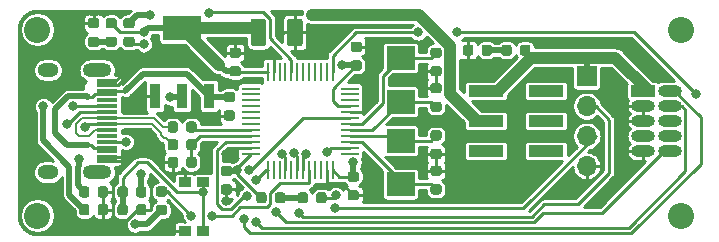
<source format=gbr>
%TF.GenerationSoftware,KiCad,Pcbnew,5.1.6-c6e7f7d~87~ubuntu19.10.1*%
%TF.CreationDate,2020-12-15T16:22:55-08:00*%
%TF.ProjectId,blue-pill-bmp,626c7565-2d70-4696-9c6c-2d626d702e6b,rev?*%
%TF.SameCoordinates,Original*%
%TF.FileFunction,Copper,L1,Top*%
%TF.FilePolarity,Positive*%
%FSLAX46Y46*%
G04 Gerber Fmt 4.6, Leading zero omitted, Abs format (unit mm)*
G04 Created by KiCad (PCBNEW 5.1.6-c6e7f7d~87~ubuntu19.10.1) date 2020-12-15 16:22:55*
%MOMM*%
%LPD*%
G01*
G04 APERTURE LIST*
%TA.AperFunction,SMDPad,CuDef*%
%ADD10R,3.250000X2.150000*%
%TD*%
%TA.AperFunction,SMDPad,CuDef*%
%ADD11R,0.950000X2.150000*%
%TD*%
%TA.AperFunction,SMDPad,CuDef*%
%ADD12R,2.400000X2.000000*%
%TD*%
%TA.AperFunction,SMDPad,CuDef*%
%ADD13R,0.280000X1.560000*%
%TD*%
%TA.AperFunction,SMDPad,CuDef*%
%ADD14R,1.560000X0.280000*%
%TD*%
%TA.AperFunction,SMDPad,CuDef*%
%ADD15R,3.000000X1.000000*%
%TD*%
%TA.AperFunction,SMDPad,CuDef*%
%ADD16R,1.000000X0.900000*%
%TD*%
%TA.AperFunction,ComponentPad*%
%ADD17O,2.000000X1.000000*%
%TD*%
%TA.AperFunction,ComponentPad*%
%ADD18R,2.000000X1.000000*%
%TD*%
%TA.AperFunction,ComponentPad*%
%ADD19O,1.700000X1.700000*%
%TD*%
%TA.AperFunction,ComponentPad*%
%ADD20R,1.700000X1.700000*%
%TD*%
%TA.AperFunction,SMDPad,CuDef*%
%ADD21O,1.800000X1.200000*%
%TD*%
%TA.AperFunction,SMDPad,CuDef*%
%ADD22O,2.400000X1.200000*%
%TD*%
%TA.AperFunction,SMDPad,CuDef*%
%ADD23R,1.750000X0.300000*%
%TD*%
%TA.AperFunction,ViaPad*%
%ADD24C,2.210000*%
%TD*%
%TA.AperFunction,ViaPad*%
%ADD25C,0.800000*%
%TD*%
%TA.AperFunction,Conductor*%
%ADD26C,0.250000*%
%TD*%
%TA.AperFunction,Conductor*%
%ADD27C,0.500000*%
%TD*%
%TA.AperFunction,Conductor*%
%ADD28C,1.000000*%
%TD*%
%TA.AperFunction,Conductor*%
%ADD29C,0.200000*%
%TD*%
%TA.AperFunction,Conductor*%
%ADD30C,0.254000*%
%TD*%
G04 APERTURE END LIST*
D10*
%TO.P,VR1,4*%
%TO.N,+3V3*%
X109500000Y-92100000D03*
D11*
%TO.P,VR1,3*%
%TO.N,+5V*%
X111800000Y-97900000D03*
%TO.P,VR1,2*%
%TO.N,+3V3*%
X109500000Y-97900000D03*
%TO.P,VR1,1*%
%TO.N,GND*%
X107200000Y-97900000D03*
%TD*%
%TO.P,R6,2*%
%TO.N,/BOOT1*%
%TA.AperFunction,SMDPad,CuDef*%
G36*
G01*
X104743750Y-92850000D02*
X105256250Y-92850000D01*
G75*
G02*
X105475000Y-93068750I0J-218750D01*
G01*
X105475000Y-93506250D01*
G75*
G02*
X105256250Y-93725000I-218750J0D01*
G01*
X104743750Y-93725000D01*
G75*
G02*
X104525000Y-93506250I0J218750D01*
G01*
X104525000Y-93068750D01*
G75*
G02*
X104743750Y-92850000I218750J0D01*
G01*
G37*
%TD.AperFunction*%
%TO.P,R6,1*%
%TO.N,Net-(BOOT1-Pad2)*%
%TA.AperFunction,SMDPad,CuDef*%
G36*
G01*
X104743750Y-91275000D02*
X105256250Y-91275000D01*
G75*
G02*
X105475000Y-91493750I0J-218750D01*
G01*
X105475000Y-91931250D01*
G75*
G02*
X105256250Y-92150000I-218750J0D01*
G01*
X104743750Y-92150000D01*
G75*
G02*
X104525000Y-91931250I0J218750D01*
G01*
X104525000Y-91493750D01*
G75*
G02*
X104743750Y-91275000I218750J0D01*
G01*
G37*
%TD.AperFunction*%
%TD*%
D12*
%TO.P,X2,2*%
%TO.N,/PC15*%
X128000000Y-101650000D03*
%TO.P,X2,1*%
%TO.N,/PC14*%
X128000000Y-105350000D03*
%TD*%
%TO.P,X1,2*%
%TO.N,/OSCOUT*%
X128000000Y-94650000D03*
%TO.P,X1,1*%
%TO.N,/OSCIN*%
X128000000Y-98350000D03*
%TD*%
D13*
%TO.P,U1,48*%
%TO.N,+3V3*%
X122250000Y-104180000D03*
%TO.P,U1,47*%
%TO.N,GND*%
X121750000Y-104180000D03*
%TO.P,U1,46*%
%TO.N,Net-(U1-Pad46)*%
X121250000Y-104180000D03*
%TO.P,U1,45*%
%TO.N,Net-(U1-Pad45)*%
X120750000Y-104180000D03*
%TO.P,U1,44*%
%TO.N,/BOOT0*%
X120250000Y-104180000D03*
%TO.P,U1,43*%
%TO.N,/PB7*%
X119750000Y-104180000D03*
%TO.P,U1,42*%
%TO.N,/PB6*%
X119250000Y-104180000D03*
%TO.P,U1,41*%
%TO.N,Net-(U1-Pad41)*%
X118750000Y-104180000D03*
%TO.P,U1,40*%
%TO.N,/PB4*%
X118250000Y-104180000D03*
%TO.P,U1,39*%
%TO.N,Net-(U1-Pad39)*%
X117750000Y-104180000D03*
%TO.P,U1,38*%
%TO.N,Net-(U1-Pad38)*%
X117250000Y-104180000D03*
%TO.P,U1,37*%
%TO.N,/SWDCLK*%
X116750000Y-104180000D03*
D14*
%TO.P,U1,36*%
%TO.N,+3V3*%
X115320000Y-102750000D03*
%TO.P,U1,35*%
%TO.N,GND*%
X115320000Y-102250000D03*
%TO.P,U1,34*%
%TO.N,/SWDIO*%
X115320000Y-101750000D03*
%TO.P,U1,33*%
%TO.N,/PA12*%
X115320000Y-101250000D03*
%TO.P,U1,32*%
%TO.N,/PA11*%
X115320000Y-100750000D03*
%TO.P,U1,31*%
%TO.N,Net-(U1-Pad31)*%
X115320000Y-100250000D03*
%TO.P,U1,30*%
%TO.N,Net-(U1-Pad30)*%
X115320000Y-99750000D03*
%TO.P,U1,29*%
%TO.N,Net-(U1-Pad29)*%
X115320000Y-99250000D03*
%TO.P,U1,28*%
%TO.N,Net-(U1-Pad28)*%
X115320000Y-98750000D03*
%TO.P,U1,27*%
%TO.N,Net-(U1-Pad27)*%
X115320000Y-98250000D03*
%TO.P,U1,26*%
%TO.N,Net-(U1-Pad26)*%
X115320000Y-97750000D03*
%TO.P,U1,25*%
%TO.N,Net-(U1-Pad25)*%
X115320000Y-97250000D03*
D13*
%TO.P,U1,24*%
%TO.N,+3V3*%
X116750000Y-95820000D03*
%TO.P,U1,23*%
%TO.N,GND*%
X117250000Y-95820000D03*
%TO.P,U1,22*%
%TO.N,Net-(U1-Pad22)*%
X117750000Y-95820000D03*
%TO.P,U1,21*%
%TO.N,Net-(U1-Pad21)*%
X118250000Y-95820000D03*
%TO.P,U1,20*%
%TO.N,/BOOT1*%
X118750000Y-95820000D03*
%TO.P,U1,19*%
%TO.N,Net-(U1-Pad19)*%
X119250000Y-95820000D03*
%TO.P,U1,18*%
%TO.N,Net-(U1-Pad18)*%
X119750000Y-95820000D03*
%TO.P,U1,17*%
%TO.N,Net-(U1-Pad17)*%
X120250000Y-95820000D03*
%TO.P,U1,16*%
%TO.N,Net-(U1-Pad16)*%
X120750000Y-95820000D03*
%TO.P,U1,15*%
%TO.N,Net-(U1-Pad15)*%
X121250000Y-95820000D03*
%TO.P,U1,14*%
%TO.N,Net-(U1-Pad14)*%
X121750000Y-95820000D03*
%TO.P,U1,13*%
%TO.N,/PA3*%
X122250000Y-95820000D03*
D14*
%TO.P,U1,12*%
%TO.N,Net-(U1-Pad12)*%
X123680000Y-97250000D03*
%TO.P,U1,11*%
%TO.N,Net-(U1-Pad11)*%
X123680000Y-97750000D03*
%TO.P,U1,10*%
%TO.N,Net-(U1-Pad10)*%
X123680000Y-98250000D03*
%TO.P,U1,9*%
%TO.N,+3V3*%
X123680000Y-98750000D03*
%TO.P,U1,8*%
%TO.N,GND*%
X123680000Y-99250000D03*
%TO.P,U1,7*%
%TO.N,/!RESET*%
X123680000Y-99750000D03*
%TO.P,U1,6*%
%TO.N,/OSCOUT*%
X123680000Y-100250000D03*
%TO.P,U1,5*%
%TO.N,/OSCIN*%
X123680000Y-100750000D03*
%TO.P,U1,4*%
%TO.N,/PC15*%
X123680000Y-101250000D03*
%TO.P,U1,3*%
%TO.N,/PC14*%
X123680000Y-101750000D03*
%TO.P,U1,2*%
%TO.N,/PC13*%
X123680000Y-102250000D03*
%TO.P,U1,1*%
%TO.N,Net-(U1-Pad1)*%
X123680000Y-102750000D03*
%TD*%
D15*
%TO.P,SW2,3*%
%TO.N,/VTARGET*%
X135210000Y-97450000D03*
%TO.P,SW2,2*%
%TO.N,+3V3*%
X135210000Y-100000000D03*
%TO.P,SW2,1*%
%TO.N,Net-(SW2-Pad1)*%
X135210000Y-102540000D03*
%TO.P,SW2,6*%
%TO.N,Net-(SW2-Pad6)*%
X140290000Y-97460000D03*
%TO.P,SW2,5*%
%TO.N,Net-(SW2-Pad5)*%
X140290000Y-100000000D03*
%TO.P,SW2,4*%
%TO.N,Net-(SW2-Pad4)*%
X140290000Y-102540000D03*
%TD*%
D16*
%TO.P,SW1,2*%
%TO.N,/!RESET*%
X111300000Y-105200000D03*
%TO.P,SW1,1*%
%TO.N,GND*%
X109700000Y-105200000D03*
%TO.P,SW1,2*%
%TO.N,/!RESET*%
X111300000Y-109300000D03*
%TO.P,SW1,1*%
%TO.N,GND*%
X109700000Y-109300000D03*
%TD*%
%TO.P,R11,2*%
%TO.N,GND*%
%TA.AperFunction,SMDPad,CuDef*%
G36*
G01*
X102350000Y-107756250D02*
X102350000Y-107243750D01*
G75*
G02*
X102568750Y-107025000I218750J0D01*
G01*
X103006250Y-107025000D01*
G75*
G02*
X103225000Y-107243750I0J-218750D01*
G01*
X103225000Y-107756250D01*
G75*
G02*
X103006250Y-107975000I-218750J0D01*
G01*
X102568750Y-107975000D01*
G75*
G02*
X102350000Y-107756250I0J218750D01*
G01*
G37*
%TD.AperFunction*%
%TO.P,R11,1*%
%TO.N,Net-(J2-PadA5)*%
%TA.AperFunction,SMDPad,CuDef*%
G36*
G01*
X100775000Y-107756250D02*
X100775000Y-107243750D01*
G75*
G02*
X100993750Y-107025000I218750J0D01*
G01*
X101431250Y-107025000D01*
G75*
G02*
X101650000Y-107243750I0J-218750D01*
G01*
X101650000Y-107756250D01*
G75*
G02*
X101431250Y-107975000I-218750J0D01*
G01*
X100993750Y-107975000D01*
G75*
G02*
X100775000Y-107756250I0J218750D01*
G01*
G37*
%TD.AperFunction*%
%TD*%
%TO.P,R10,2*%
%TO.N,GND*%
%TA.AperFunction,SMDPad,CuDef*%
G36*
G01*
X102350000Y-106256250D02*
X102350000Y-105743750D01*
G75*
G02*
X102568750Y-105525000I218750J0D01*
G01*
X103006250Y-105525000D01*
G75*
G02*
X103225000Y-105743750I0J-218750D01*
G01*
X103225000Y-106256250D01*
G75*
G02*
X103006250Y-106475000I-218750J0D01*
G01*
X102568750Y-106475000D01*
G75*
G02*
X102350000Y-106256250I0J218750D01*
G01*
G37*
%TD.AperFunction*%
%TO.P,R10,1*%
%TO.N,Net-(J2-PadB5)*%
%TA.AperFunction,SMDPad,CuDef*%
G36*
G01*
X100775000Y-106256250D02*
X100775000Y-105743750D01*
G75*
G02*
X100993750Y-105525000I218750J0D01*
G01*
X101431250Y-105525000D01*
G75*
G02*
X101650000Y-105743750I0J-218750D01*
G01*
X101650000Y-106256250D01*
G75*
G02*
X101431250Y-106475000I-218750J0D01*
G01*
X100993750Y-106475000D01*
G75*
G02*
X100775000Y-106256250I0J218750D01*
G01*
G37*
%TD.AperFunction*%
%TD*%
%TO.P,R9,2*%
%TO.N,/PA12*%
%TA.AperFunction,SMDPad,CuDef*%
G36*
G01*
X109850000Y-103756250D02*
X109850000Y-103243750D01*
G75*
G02*
X110068750Y-103025000I218750J0D01*
G01*
X110506250Y-103025000D01*
G75*
G02*
X110725000Y-103243750I0J-218750D01*
G01*
X110725000Y-103756250D01*
G75*
G02*
X110506250Y-103975000I-218750J0D01*
G01*
X110068750Y-103975000D01*
G75*
G02*
X109850000Y-103756250I0J218750D01*
G01*
G37*
%TD.AperFunction*%
%TO.P,R9,1*%
%TO.N,GND*%
%TA.AperFunction,SMDPad,CuDef*%
G36*
G01*
X108275000Y-103756250D02*
X108275000Y-103243750D01*
G75*
G02*
X108493750Y-103025000I218750J0D01*
G01*
X108931250Y-103025000D01*
G75*
G02*
X109150000Y-103243750I0J-218750D01*
G01*
X109150000Y-103756250D01*
G75*
G02*
X108931250Y-103975000I-218750J0D01*
G01*
X108493750Y-103975000D01*
G75*
G02*
X108275000Y-103756250I0J218750D01*
G01*
G37*
%TD.AperFunction*%
%TD*%
%TO.P,R8,2*%
%TO.N,/USB_N*%
%TA.AperFunction,SMDPad,CuDef*%
G36*
G01*
X109150000Y-101743750D02*
X109150000Y-102256250D01*
G75*
G02*
X108931250Y-102475000I-218750J0D01*
G01*
X108493750Y-102475000D01*
G75*
G02*
X108275000Y-102256250I0J218750D01*
G01*
X108275000Y-101743750D01*
G75*
G02*
X108493750Y-101525000I218750J0D01*
G01*
X108931250Y-101525000D01*
G75*
G02*
X109150000Y-101743750I0J-218750D01*
G01*
G37*
%TD.AperFunction*%
%TO.P,R8,1*%
%TO.N,/PA12*%
%TA.AperFunction,SMDPad,CuDef*%
G36*
G01*
X110725000Y-101743750D02*
X110725000Y-102256250D01*
G75*
G02*
X110506250Y-102475000I-218750J0D01*
G01*
X110068750Y-102475000D01*
G75*
G02*
X109850000Y-102256250I0J218750D01*
G01*
X109850000Y-101743750D01*
G75*
G02*
X110068750Y-101525000I218750J0D01*
G01*
X110506250Y-101525000D01*
G75*
G02*
X110725000Y-101743750I0J-218750D01*
G01*
G37*
%TD.AperFunction*%
%TD*%
%TO.P,R7,2*%
%TO.N,/USB_P*%
%TA.AperFunction,SMDPad,CuDef*%
G36*
G01*
X109150000Y-100243750D02*
X109150000Y-100756250D01*
G75*
G02*
X108931250Y-100975000I-218750J0D01*
G01*
X108493750Y-100975000D01*
G75*
G02*
X108275000Y-100756250I0J218750D01*
G01*
X108275000Y-100243750D01*
G75*
G02*
X108493750Y-100025000I218750J0D01*
G01*
X108931250Y-100025000D01*
G75*
G02*
X109150000Y-100243750I0J-218750D01*
G01*
G37*
%TD.AperFunction*%
%TO.P,R7,1*%
%TO.N,/PA11*%
%TA.AperFunction,SMDPad,CuDef*%
G36*
G01*
X110725000Y-100243750D02*
X110725000Y-100756250D01*
G75*
G02*
X110506250Y-100975000I-218750J0D01*
G01*
X110068750Y-100975000D01*
G75*
G02*
X109850000Y-100756250I0J218750D01*
G01*
X109850000Y-100243750D01*
G75*
G02*
X110068750Y-100025000I218750J0D01*
G01*
X110506250Y-100025000D01*
G75*
G02*
X110725000Y-100243750I0J-218750D01*
G01*
G37*
%TD.AperFunction*%
%TD*%
%TO.P,R5,2*%
%TO.N,/BOOT0*%
%TA.AperFunction,SMDPad,CuDef*%
G36*
G01*
X108006250Y-106400000D02*
X107493750Y-106400000D01*
G75*
G02*
X107275000Y-106181250I0J218750D01*
G01*
X107275000Y-105743750D01*
G75*
G02*
X107493750Y-105525000I218750J0D01*
G01*
X108006250Y-105525000D01*
G75*
G02*
X108225000Y-105743750I0J-218750D01*
G01*
X108225000Y-106181250D01*
G75*
G02*
X108006250Y-106400000I-218750J0D01*
G01*
G37*
%TD.AperFunction*%
%TO.P,R5,1*%
%TO.N,Net-(BOOT0-Pad2)*%
%TA.AperFunction,SMDPad,CuDef*%
G36*
G01*
X108006250Y-107975000D02*
X107493750Y-107975000D01*
G75*
G02*
X107275000Y-107756250I0J218750D01*
G01*
X107275000Y-107318750D01*
G75*
G02*
X107493750Y-107100000I218750J0D01*
G01*
X108006250Y-107100000D01*
G75*
G02*
X108225000Y-107318750I0J-218750D01*
G01*
X108225000Y-107756250D01*
G75*
G02*
X108006250Y-107975000I-218750J0D01*
G01*
G37*
%TD.AperFunction*%
%TD*%
%TO.P,R4,2*%
%TO.N,Net-(D3-Pad1)*%
%TA.AperFunction,SMDPad,CuDef*%
G36*
G01*
X101743750Y-92850000D02*
X102256250Y-92850000D01*
G75*
G02*
X102475000Y-93068750I0J-218750D01*
G01*
X102475000Y-93506250D01*
G75*
G02*
X102256250Y-93725000I-218750J0D01*
G01*
X101743750Y-93725000D01*
G75*
G02*
X101525000Y-93506250I0J218750D01*
G01*
X101525000Y-93068750D01*
G75*
G02*
X101743750Y-92850000I218750J0D01*
G01*
G37*
%TD.AperFunction*%
%TO.P,R4,1*%
%TO.N,GND*%
%TA.AperFunction,SMDPad,CuDef*%
G36*
G01*
X101743750Y-91275000D02*
X102256250Y-91275000D01*
G75*
G02*
X102475000Y-91493750I0J-218750D01*
G01*
X102475000Y-91931250D01*
G75*
G02*
X102256250Y-92150000I-218750J0D01*
G01*
X101743750Y-92150000D01*
G75*
G02*
X101525000Y-91931250I0J218750D01*
G01*
X101525000Y-91493750D01*
G75*
G02*
X101743750Y-91275000I218750J0D01*
G01*
G37*
%TD.AperFunction*%
%TD*%
%TO.P,R3,2*%
%TO.N,Net-(D2-Pad1)*%
%TA.AperFunction,SMDPad,CuDef*%
G36*
G01*
X134850000Y-94256250D02*
X134850000Y-93743750D01*
G75*
G02*
X135068750Y-93525000I218750J0D01*
G01*
X135506250Y-93525000D01*
G75*
G02*
X135725000Y-93743750I0J-218750D01*
G01*
X135725000Y-94256250D01*
G75*
G02*
X135506250Y-94475000I-218750J0D01*
G01*
X135068750Y-94475000D01*
G75*
G02*
X134850000Y-94256250I0J218750D01*
G01*
G37*
%TD.AperFunction*%
%TO.P,R3,1*%
%TO.N,GND*%
%TA.AperFunction,SMDPad,CuDef*%
G36*
G01*
X133275000Y-94256250D02*
X133275000Y-93743750D01*
G75*
G02*
X133493750Y-93525000I218750J0D01*
G01*
X133931250Y-93525000D01*
G75*
G02*
X134150000Y-93743750I0J-218750D01*
G01*
X134150000Y-94256250D01*
G75*
G02*
X133931250Y-94475000I-218750J0D01*
G01*
X133493750Y-94475000D01*
G75*
G02*
X133275000Y-94256250I0J218750D01*
G01*
G37*
%TD.AperFunction*%
%TD*%
%TO.P,R2,2*%
%TO.N,/!RESET*%
%TA.AperFunction,SMDPad,CuDef*%
G36*
G01*
X104900000Y-105743750D02*
X104900000Y-106256250D01*
G75*
G02*
X104681250Y-106475000I-218750J0D01*
G01*
X104243750Y-106475000D01*
G75*
G02*
X104025000Y-106256250I0J218750D01*
G01*
X104025000Y-105743750D01*
G75*
G02*
X104243750Y-105525000I218750J0D01*
G01*
X104681250Y-105525000D01*
G75*
G02*
X104900000Y-105743750I0J-218750D01*
G01*
G37*
%TD.AperFunction*%
%TO.P,R2,1*%
%TO.N,+3V3*%
%TA.AperFunction,SMDPad,CuDef*%
G36*
G01*
X106475000Y-105743750D02*
X106475000Y-106256250D01*
G75*
G02*
X106256250Y-106475000I-218750J0D01*
G01*
X105818750Y-106475000D01*
G75*
G02*
X105600000Y-106256250I0J218750D01*
G01*
X105600000Y-105743750D01*
G75*
G02*
X105818750Y-105525000I218750J0D01*
G01*
X106256250Y-105525000D01*
G75*
G02*
X106475000Y-105743750I0J-218750D01*
G01*
G37*
%TD.AperFunction*%
%TD*%
%TO.P,R1,2*%
%TO.N,Net-(D1-Pad1)*%
%TA.AperFunction,SMDPad,CuDef*%
G36*
G01*
X120150000Y-106243750D02*
X120150000Y-106756250D01*
G75*
G02*
X119931250Y-106975000I-218750J0D01*
G01*
X119493750Y-106975000D01*
G75*
G02*
X119275000Y-106756250I0J218750D01*
G01*
X119275000Y-106243750D01*
G75*
G02*
X119493750Y-106025000I218750J0D01*
G01*
X119931250Y-106025000D01*
G75*
G02*
X120150000Y-106243750I0J-218750D01*
G01*
G37*
%TD.AperFunction*%
%TO.P,R1,1*%
%TO.N,/PC13*%
%TA.AperFunction,SMDPad,CuDef*%
G36*
G01*
X121725000Y-106243750D02*
X121725000Y-106756250D01*
G75*
G02*
X121506250Y-106975000I-218750J0D01*
G01*
X121068750Y-106975000D01*
G75*
G02*
X120850000Y-106756250I0J218750D01*
G01*
X120850000Y-106243750D01*
G75*
G02*
X121068750Y-106025000I218750J0D01*
G01*
X121506250Y-106025000D01*
G75*
G02*
X121725000Y-106243750I0J-218750D01*
G01*
G37*
%TD.AperFunction*%
%TD*%
D17*
%TO.P,J4,10*%
%TO.N,/PB4*%
X150770000Y-102540000D03*
%TO.P,J4,9*%
%TO.N,GND*%
X148500000Y-102540000D03*
%TO.P,J4,8*%
%TO.N,N/C*%
X150770000Y-101270000D03*
%TO.P,J4,7*%
X148500000Y-101270000D03*
%TO.P,J4,6*%
%TO.N,/PA3*%
X150770000Y-100000000D03*
%TO.P,J4,5*%
%TO.N,GND*%
X148500000Y-100000000D03*
%TO.P,J4,4*%
%TO.N,/SWDCLK*%
X150770000Y-98730000D03*
%TO.P,J4,3*%
%TO.N,GND*%
X148500000Y-98730000D03*
%TO.P,J4,2*%
%TO.N,/SWDIO*%
X150770000Y-97460000D03*
D18*
%TO.P,J4,1*%
%TO.N,/VTARGET*%
X148500000Y-97460000D03*
%TD*%
D19*
%TO.P,J3,4*%
%TO.N,GND*%
X143750000Y-103810000D03*
%TO.P,J3,3*%
%TO.N,/PB7*%
X143750000Y-101270000D03*
%TO.P,J3,2*%
%TO.N,/PB6*%
X143750000Y-98730000D03*
D20*
%TO.P,J3,1*%
%TO.N,/VTARGET*%
X143750000Y-96190000D03*
%TD*%
D21*
%TO.P,J2,S1*%
%TO.N,N/C*%
X98130000Y-95680000D03*
X98130000Y-104320000D03*
D22*
X102310000Y-95680000D03*
X102310000Y-104320000D03*
D23*
%TO.P,J2,A7*%
%TO.N,/USB_N*%
X103150000Y-100250000D03*
%TO.P,J2,B6*%
%TO.N,/USB_P*%
X103150000Y-100750000D03*
%TO.P,J2,A8*%
%TO.N,Net-(J2-PadA8)*%
X103150000Y-101250000D03*
%TO.P,J2,B5*%
%TO.N,Net-(J2-PadB5)*%
X103150000Y-101750000D03*
%TO.P,J2,B7*%
%TO.N,/USB_N*%
X103150000Y-99250000D03*
%TO.P,J2,B8*%
%TO.N,Net-(J2-PadB8)*%
X103150000Y-98250000D03*
%TO.P,J2,A5*%
%TO.N,Net-(J2-PadA5)*%
X103150000Y-98750000D03*
%TO.P,J2,A6*%
%TO.N,/USB_P*%
X103150000Y-99750000D03*
%TO.P,J2,A1*%
%TO.N,GND*%
X103150000Y-96650000D03*
%TO.P,J2,B12*%
X103150000Y-96950000D03*
%TO.P,J2,A4*%
%TO.N,+5V*%
X103150000Y-97450000D03*
%TO.P,J2,B9*%
X103150000Y-97750000D03*
%TO.P,J2,A9*%
X103150000Y-102550000D03*
%TO.P,J2,B4*%
X103150000Y-102250000D03*
%TO.P,J2,B1*%
%TO.N,GND*%
X103150000Y-103050000D03*
%TO.P,J2,A12*%
X103150000Y-103350000D03*
%TD*%
%TO.P,D3,2*%
%TO.N,+3V3*%
%TA.AperFunction,SMDPad,CuDef*%
G36*
G01*
X103756250Y-92150000D02*
X103243750Y-92150000D01*
G75*
G02*
X103025000Y-91931250I0J218750D01*
G01*
X103025000Y-91493750D01*
G75*
G02*
X103243750Y-91275000I218750J0D01*
G01*
X103756250Y-91275000D01*
G75*
G02*
X103975000Y-91493750I0J-218750D01*
G01*
X103975000Y-91931250D01*
G75*
G02*
X103756250Y-92150000I-218750J0D01*
G01*
G37*
%TD.AperFunction*%
%TO.P,D3,1*%
%TO.N,Net-(D3-Pad1)*%
%TA.AperFunction,SMDPad,CuDef*%
G36*
G01*
X103756250Y-93725000D02*
X103243750Y-93725000D01*
G75*
G02*
X103025000Y-93506250I0J218750D01*
G01*
X103025000Y-93068750D01*
G75*
G02*
X103243750Y-92850000I218750J0D01*
G01*
X103756250Y-92850000D01*
G75*
G02*
X103975000Y-93068750I0J-218750D01*
G01*
X103975000Y-93506250D01*
G75*
G02*
X103756250Y-93725000I-218750J0D01*
G01*
G37*
%TD.AperFunction*%
%TD*%
%TO.P,D2,2*%
%TO.N,/VTARGET*%
%TA.AperFunction,SMDPad,CuDef*%
G36*
G01*
X138100000Y-94256250D02*
X138100000Y-93743750D01*
G75*
G02*
X138318750Y-93525000I218750J0D01*
G01*
X138756250Y-93525000D01*
G75*
G02*
X138975000Y-93743750I0J-218750D01*
G01*
X138975000Y-94256250D01*
G75*
G02*
X138756250Y-94475000I-218750J0D01*
G01*
X138318750Y-94475000D01*
G75*
G02*
X138100000Y-94256250I0J218750D01*
G01*
G37*
%TD.AperFunction*%
%TO.P,D2,1*%
%TO.N,Net-(D2-Pad1)*%
%TA.AperFunction,SMDPad,CuDef*%
G36*
G01*
X136525000Y-94256250D02*
X136525000Y-93743750D01*
G75*
G02*
X136743750Y-93525000I218750J0D01*
G01*
X137181250Y-93525000D01*
G75*
G02*
X137400000Y-93743750I0J-218750D01*
G01*
X137400000Y-94256250D01*
G75*
G02*
X137181250Y-94475000I-218750J0D01*
G01*
X136743750Y-94475000D01*
G75*
G02*
X136525000Y-94256250I0J218750D01*
G01*
G37*
%TD.AperFunction*%
%TD*%
%TO.P,D1,2*%
%TO.N,+3V3*%
%TA.AperFunction,SMDPad,CuDef*%
G36*
G01*
X116650000Y-106243750D02*
X116650000Y-106756250D01*
G75*
G02*
X116431250Y-106975000I-218750J0D01*
G01*
X115993750Y-106975000D01*
G75*
G02*
X115775000Y-106756250I0J218750D01*
G01*
X115775000Y-106243750D01*
G75*
G02*
X115993750Y-106025000I218750J0D01*
G01*
X116431250Y-106025000D01*
G75*
G02*
X116650000Y-106243750I0J-218750D01*
G01*
G37*
%TD.AperFunction*%
%TO.P,D1,1*%
%TO.N,Net-(D1-Pad1)*%
%TA.AperFunction,SMDPad,CuDef*%
G36*
G01*
X118225000Y-106243750D02*
X118225000Y-106756250D01*
G75*
G02*
X118006250Y-106975000I-218750J0D01*
G01*
X117568750Y-106975000D01*
G75*
G02*
X117350000Y-106756250I0J218750D01*
G01*
X117350000Y-106243750D01*
G75*
G02*
X117568750Y-106025000I218750J0D01*
G01*
X118006250Y-106025000D01*
G75*
G02*
X118225000Y-106243750I0J-218750D01*
G01*
G37*
%TD.AperFunction*%
%TD*%
%TO.P,C11,2*%
%TO.N,GND*%
%TA.AperFunction,SMDPad,CuDef*%
G36*
G01*
X130743750Y-102350000D02*
X131256250Y-102350000D01*
G75*
G02*
X131475000Y-102568750I0J-218750D01*
G01*
X131475000Y-103006250D01*
G75*
G02*
X131256250Y-103225000I-218750J0D01*
G01*
X130743750Y-103225000D01*
G75*
G02*
X130525000Y-103006250I0J218750D01*
G01*
X130525000Y-102568750D01*
G75*
G02*
X130743750Y-102350000I218750J0D01*
G01*
G37*
%TD.AperFunction*%
%TO.P,C11,1*%
%TO.N,/PC15*%
%TA.AperFunction,SMDPad,CuDef*%
G36*
G01*
X130743750Y-100775000D02*
X131256250Y-100775000D01*
G75*
G02*
X131475000Y-100993750I0J-218750D01*
G01*
X131475000Y-101431250D01*
G75*
G02*
X131256250Y-101650000I-218750J0D01*
G01*
X130743750Y-101650000D01*
G75*
G02*
X130525000Y-101431250I0J218750D01*
G01*
X130525000Y-100993750D01*
G75*
G02*
X130743750Y-100775000I218750J0D01*
G01*
G37*
%TD.AperFunction*%
%TD*%
%TO.P,C10,2*%
%TO.N,GND*%
%TA.AperFunction,SMDPad,CuDef*%
G36*
G01*
X131256250Y-104650000D02*
X130743750Y-104650000D01*
G75*
G02*
X130525000Y-104431250I0J218750D01*
G01*
X130525000Y-103993750D01*
G75*
G02*
X130743750Y-103775000I218750J0D01*
G01*
X131256250Y-103775000D01*
G75*
G02*
X131475000Y-103993750I0J-218750D01*
G01*
X131475000Y-104431250D01*
G75*
G02*
X131256250Y-104650000I-218750J0D01*
G01*
G37*
%TD.AperFunction*%
%TO.P,C10,1*%
%TO.N,/PC14*%
%TA.AperFunction,SMDPad,CuDef*%
G36*
G01*
X131256250Y-106225000D02*
X130743750Y-106225000D01*
G75*
G02*
X130525000Y-106006250I0J218750D01*
G01*
X130525000Y-105568750D01*
G75*
G02*
X130743750Y-105350000I218750J0D01*
G01*
X131256250Y-105350000D01*
G75*
G02*
X131475000Y-105568750I0J-218750D01*
G01*
X131475000Y-106006250D01*
G75*
G02*
X131256250Y-106225000I-218750J0D01*
G01*
G37*
%TD.AperFunction*%
%TD*%
%TO.P,C9,2*%
%TO.N,GND*%
%TA.AperFunction,SMDPad,CuDef*%
G36*
G01*
X130743750Y-95350000D02*
X131256250Y-95350000D01*
G75*
G02*
X131475000Y-95568750I0J-218750D01*
G01*
X131475000Y-96006250D01*
G75*
G02*
X131256250Y-96225000I-218750J0D01*
G01*
X130743750Y-96225000D01*
G75*
G02*
X130525000Y-96006250I0J218750D01*
G01*
X130525000Y-95568750D01*
G75*
G02*
X130743750Y-95350000I218750J0D01*
G01*
G37*
%TD.AperFunction*%
%TO.P,C9,1*%
%TO.N,/OSCOUT*%
%TA.AperFunction,SMDPad,CuDef*%
G36*
G01*
X130743750Y-93775000D02*
X131256250Y-93775000D01*
G75*
G02*
X131475000Y-93993750I0J-218750D01*
G01*
X131475000Y-94431250D01*
G75*
G02*
X131256250Y-94650000I-218750J0D01*
G01*
X130743750Y-94650000D01*
G75*
G02*
X130525000Y-94431250I0J218750D01*
G01*
X130525000Y-93993750D01*
G75*
G02*
X130743750Y-93775000I218750J0D01*
G01*
G37*
%TD.AperFunction*%
%TD*%
%TO.P,C8,2*%
%TO.N,GND*%
%TA.AperFunction,SMDPad,CuDef*%
G36*
G01*
X131256250Y-97650000D02*
X130743750Y-97650000D01*
G75*
G02*
X130525000Y-97431250I0J218750D01*
G01*
X130525000Y-96993750D01*
G75*
G02*
X130743750Y-96775000I218750J0D01*
G01*
X131256250Y-96775000D01*
G75*
G02*
X131475000Y-96993750I0J-218750D01*
G01*
X131475000Y-97431250D01*
G75*
G02*
X131256250Y-97650000I-218750J0D01*
G01*
G37*
%TD.AperFunction*%
%TO.P,C8,1*%
%TO.N,/OSCIN*%
%TA.AperFunction,SMDPad,CuDef*%
G36*
G01*
X131256250Y-99225000D02*
X130743750Y-99225000D01*
G75*
G02*
X130525000Y-99006250I0J218750D01*
G01*
X130525000Y-98568750D01*
G75*
G02*
X130743750Y-98350000I218750J0D01*
G01*
X131256250Y-98350000D01*
G75*
G02*
X131475000Y-98568750I0J-218750D01*
G01*
X131475000Y-99006250D01*
G75*
G02*
X131256250Y-99225000I-218750J0D01*
G01*
G37*
%TD.AperFunction*%
%TD*%
%TO.P,C7,2*%
%TO.N,GND*%
%TA.AperFunction,SMDPad,CuDef*%
G36*
G01*
X114256250Y-94650000D02*
X113743750Y-94650000D01*
G75*
G02*
X113525000Y-94431250I0J218750D01*
G01*
X113525000Y-93993750D01*
G75*
G02*
X113743750Y-93775000I218750J0D01*
G01*
X114256250Y-93775000D01*
G75*
G02*
X114475000Y-93993750I0J-218750D01*
G01*
X114475000Y-94431250D01*
G75*
G02*
X114256250Y-94650000I-218750J0D01*
G01*
G37*
%TD.AperFunction*%
%TO.P,C7,1*%
%TO.N,+3V3*%
%TA.AperFunction,SMDPad,CuDef*%
G36*
G01*
X114256250Y-96225000D02*
X113743750Y-96225000D01*
G75*
G02*
X113525000Y-96006250I0J218750D01*
G01*
X113525000Y-95568750D01*
G75*
G02*
X113743750Y-95350000I218750J0D01*
G01*
X114256250Y-95350000D01*
G75*
G02*
X114475000Y-95568750I0J-218750D01*
G01*
X114475000Y-96006250D01*
G75*
G02*
X114256250Y-96225000I-218750J0D01*
G01*
G37*
%TD.AperFunction*%
%TD*%
%TO.P,C6,2*%
%TO.N,GND*%
%TA.AperFunction,SMDPad,CuDef*%
G36*
G01*
X112993750Y-105350000D02*
X113506250Y-105350000D01*
G75*
G02*
X113725000Y-105568750I0J-218750D01*
G01*
X113725000Y-106006250D01*
G75*
G02*
X113506250Y-106225000I-218750J0D01*
G01*
X112993750Y-106225000D01*
G75*
G02*
X112775000Y-106006250I0J218750D01*
G01*
X112775000Y-105568750D01*
G75*
G02*
X112993750Y-105350000I218750J0D01*
G01*
G37*
%TD.AperFunction*%
%TO.P,C6,1*%
%TO.N,+3V3*%
%TA.AperFunction,SMDPad,CuDef*%
G36*
G01*
X112993750Y-103775000D02*
X113506250Y-103775000D01*
G75*
G02*
X113725000Y-103993750I0J-218750D01*
G01*
X113725000Y-104431250D01*
G75*
G02*
X113506250Y-104650000I-218750J0D01*
G01*
X112993750Y-104650000D01*
G75*
G02*
X112775000Y-104431250I0J218750D01*
G01*
X112775000Y-103993750D01*
G75*
G02*
X112993750Y-103775000I218750J0D01*
G01*
G37*
%TD.AperFunction*%
%TD*%
%TO.P,C5,2*%
%TO.N,GND*%
%TA.AperFunction,SMDPad,CuDef*%
G36*
G01*
X123743750Y-105850000D02*
X124256250Y-105850000D01*
G75*
G02*
X124475000Y-106068750I0J-218750D01*
G01*
X124475000Y-106506250D01*
G75*
G02*
X124256250Y-106725000I-218750J0D01*
G01*
X123743750Y-106725000D01*
G75*
G02*
X123525000Y-106506250I0J218750D01*
G01*
X123525000Y-106068750D01*
G75*
G02*
X123743750Y-105850000I218750J0D01*
G01*
G37*
%TD.AperFunction*%
%TO.P,C5,1*%
%TO.N,+3V3*%
%TA.AperFunction,SMDPad,CuDef*%
G36*
G01*
X123743750Y-104275000D02*
X124256250Y-104275000D01*
G75*
G02*
X124475000Y-104493750I0J-218750D01*
G01*
X124475000Y-104931250D01*
G75*
G02*
X124256250Y-105150000I-218750J0D01*
G01*
X123743750Y-105150000D01*
G75*
G02*
X123525000Y-104931250I0J218750D01*
G01*
X123525000Y-104493750D01*
G75*
G02*
X123743750Y-104275000I218750J0D01*
G01*
G37*
%TD.AperFunction*%
%TD*%
%TO.P,C4,2*%
%TO.N,GND*%
%TA.AperFunction,SMDPad,CuDef*%
G36*
G01*
X124506250Y-94150000D02*
X123993750Y-94150000D01*
G75*
G02*
X123775000Y-93931250I0J218750D01*
G01*
X123775000Y-93493750D01*
G75*
G02*
X123993750Y-93275000I218750J0D01*
G01*
X124506250Y-93275000D01*
G75*
G02*
X124725000Y-93493750I0J-218750D01*
G01*
X124725000Y-93931250D01*
G75*
G02*
X124506250Y-94150000I-218750J0D01*
G01*
G37*
%TD.AperFunction*%
%TO.P,C4,1*%
%TO.N,+3V3*%
%TA.AperFunction,SMDPad,CuDef*%
G36*
G01*
X124506250Y-95725000D02*
X123993750Y-95725000D01*
G75*
G02*
X123775000Y-95506250I0J218750D01*
G01*
X123775000Y-95068750D01*
G75*
G02*
X123993750Y-94850000I218750J0D01*
G01*
X124506250Y-94850000D01*
G75*
G02*
X124725000Y-95068750I0J-218750D01*
G01*
X124725000Y-95506250D01*
G75*
G02*
X124506250Y-95725000I-218750J0D01*
G01*
G37*
%TD.AperFunction*%
%TD*%
%TO.P,C3,2*%
%TO.N,GND*%
%TA.AperFunction,SMDPad,CuDef*%
G36*
G01*
X118375000Y-93425001D02*
X118375000Y-91574999D01*
G75*
G02*
X118624999Y-91325000I249999J0D01*
G01*
X119450001Y-91325000D01*
G75*
G02*
X119700000Y-91574999I0J-249999D01*
G01*
X119700000Y-93425001D01*
G75*
G02*
X119450001Y-93675000I-249999J0D01*
G01*
X118624999Y-93675000D01*
G75*
G02*
X118375000Y-93425001I0J249999D01*
G01*
G37*
%TD.AperFunction*%
%TO.P,C3,1*%
%TO.N,+3V3*%
%TA.AperFunction,SMDPad,CuDef*%
G36*
G01*
X115300000Y-93425001D02*
X115300000Y-91574999D01*
G75*
G02*
X115549999Y-91325000I249999J0D01*
G01*
X116375001Y-91325000D01*
G75*
G02*
X116625000Y-91574999I0J-249999D01*
G01*
X116625000Y-93425001D01*
G75*
G02*
X116375001Y-93675000I-249999J0D01*
G01*
X115549999Y-93675000D01*
G75*
G02*
X115300000Y-93425001I0J249999D01*
G01*
G37*
%TD.AperFunction*%
%TD*%
%TO.P,C2,2*%
%TO.N,GND*%
%TA.AperFunction,SMDPad,CuDef*%
G36*
G01*
X113243750Y-99100000D02*
X113756250Y-99100000D01*
G75*
G02*
X113975000Y-99318750I0J-218750D01*
G01*
X113975000Y-99756250D01*
G75*
G02*
X113756250Y-99975000I-218750J0D01*
G01*
X113243750Y-99975000D01*
G75*
G02*
X113025000Y-99756250I0J218750D01*
G01*
X113025000Y-99318750D01*
G75*
G02*
X113243750Y-99100000I218750J0D01*
G01*
G37*
%TD.AperFunction*%
%TO.P,C2,1*%
%TO.N,+5V*%
%TA.AperFunction,SMDPad,CuDef*%
G36*
G01*
X113243750Y-97525000D02*
X113756250Y-97525000D01*
G75*
G02*
X113975000Y-97743750I0J-218750D01*
G01*
X113975000Y-98181250D01*
G75*
G02*
X113756250Y-98400000I-218750J0D01*
G01*
X113243750Y-98400000D01*
G75*
G02*
X113025000Y-98181250I0J218750D01*
G01*
X113025000Y-97743750D01*
G75*
G02*
X113243750Y-97525000I218750J0D01*
G01*
G37*
%TD.AperFunction*%
%TD*%
%TO.P,C1,2*%
%TO.N,GND*%
%TA.AperFunction,SMDPad,CuDef*%
G36*
G01*
X105600000Y-107756250D02*
X105600000Y-107243750D01*
G75*
G02*
X105818750Y-107025000I218750J0D01*
G01*
X106256250Y-107025000D01*
G75*
G02*
X106475000Y-107243750I0J-218750D01*
G01*
X106475000Y-107756250D01*
G75*
G02*
X106256250Y-107975000I-218750J0D01*
G01*
X105818750Y-107975000D01*
G75*
G02*
X105600000Y-107756250I0J218750D01*
G01*
G37*
%TD.AperFunction*%
%TO.P,C1,1*%
%TO.N,/!RESET*%
%TA.AperFunction,SMDPad,CuDef*%
G36*
G01*
X104025000Y-107756250D02*
X104025000Y-107243750D01*
G75*
G02*
X104243750Y-107025000I218750J0D01*
G01*
X104681250Y-107025000D01*
G75*
G02*
X104900000Y-107243750I0J-218750D01*
G01*
X104900000Y-107756250D01*
G75*
G02*
X104681250Y-107975000I-218750J0D01*
G01*
X104243750Y-107975000D01*
G75*
G02*
X104025000Y-107756250I0J218750D01*
G01*
G37*
%TD.AperFunction*%
%TD*%
D24*
%TO.N,*%
X97250000Y-92250000D03*
X97250000Y-108000000D03*
X151750000Y-108000000D03*
X151750000Y-92250000D03*
D25*
%TO.N,GND*%
X117000000Y-94250000D03*
X117750000Y-92500000D03*
X120500000Y-92500000D03*
X104750000Y-103000000D03*
X104500000Y-96000000D03*
X106000000Y-98000000D03*
X102750000Y-108750000D03*
X112250000Y-99750000D03*
X125250000Y-98500000D03*
X125500000Y-93750000D03*
X129750000Y-96500000D03*
X133750000Y-95250000D03*
X113250000Y-102750000D03*
X113250000Y-106750000D03*
X125250000Y-106250000D03*
%TO.N,/!RESET*%
X111250000Y-106000000D03*
X115195293Y-104167940D03*
%TO.N,+3V3*%
X106000000Y-104500000D03*
X106237340Y-92487340D03*
X108500000Y-98000000D03*
X112650000Y-95250000D03*
X123000000Y-95250000D03*
X120500000Y-91000000D03*
X114650000Y-92100000D03*
X114168957Y-104168957D03*
X124000000Y-103500000D03*
%TO.N,/USB_N*%
X99750000Y-100250000D03*
X101234907Y-100505058D03*
%TO.N,Net-(J2-PadB5)*%
X104750000Y-101750000D03*
X100750000Y-103250000D03*
%TO.N,Net-(J2-PadA5)*%
X97750000Y-98750000D03*
X100250000Y-98750000D03*
%TO.N,/PB7*%
X120000000Y-102750000D03*
X122418249Y-107374968D03*
%TO.N,/PB6*%
X118987334Y-102737347D03*
X119417812Y-107824979D03*
%TO.N,/PB4*%
X117987405Y-102750161D03*
X117434603Y-107659283D03*
%TO.N,/PA3*%
X129500000Y-92500000D03*
X132750000Y-92500000D03*
X153000000Y-97750000D03*
%TO.N,/SWDCLK*%
X115750000Y-105000000D03*
X115731186Y-108506505D03*
%TO.N,/SWDIO*%
X114750000Y-108250000D03*
X114953685Y-106324979D03*
%TO.N,/PC13*%
X122501925Y-106274992D03*
X121750000Y-102600010D03*
%TO.N,/BOOT0*%
X110250000Y-108000000D03*
X112000000Y-108000000D03*
%TO.N,/BOOT1*%
X111750000Y-90875000D03*
X106250000Y-93500000D03*
%TO.N,Net-(BOOT1-Pad2)*%
X106750000Y-91000000D03*
%TO.N,Net-(BOOT0-Pad2)*%
X105500000Y-108750000D03*
%TD*%
D26*
%TO.N,GND*%
X103850000Y-96650000D02*
X103150000Y-96650000D01*
X104500000Y-96000000D02*
X103850000Y-96650000D01*
X104700000Y-103050000D02*
X104750000Y-103000000D01*
X103150000Y-103050000D02*
X104700000Y-103050000D01*
X104400000Y-103350000D02*
X104750000Y-103000000D01*
X103150000Y-103350000D02*
X104400000Y-103350000D01*
X103150000Y-96950000D02*
X104050000Y-96950000D01*
X104500000Y-96500000D02*
X104500000Y-96000000D01*
X104050000Y-96950000D02*
X104500000Y-96500000D01*
X113750000Y-102250000D02*
X113250000Y-102750000D01*
X115320000Y-102250000D02*
X113750000Y-102250000D01*
X113250000Y-105787500D02*
X113250000Y-106750000D01*
X104456494Y-108750000D02*
X102750000Y-108750000D01*
X105706494Y-107500000D02*
X104456494Y-108750000D01*
X106037500Y-107500000D02*
X105706494Y-107500000D01*
X122997501Y-105285001D02*
X124000000Y-106287500D01*
X121825001Y-105285001D02*
X122997501Y-105285001D01*
X121750000Y-105210000D02*
X121825001Y-105285001D01*
X121750000Y-104180000D02*
X121750000Y-105210000D01*
X124710000Y-99250000D02*
X125250000Y-98710000D01*
X125250000Y-98710000D02*
X125250000Y-98500000D01*
X123680000Y-99250000D02*
X124710000Y-99250000D01*
X117250000Y-94500000D02*
X117250000Y-95820000D01*
X117000000Y-94250000D02*
X117250000Y-94500000D01*
D27*
%TO.N,/!RESET*%
X104462500Y-107500000D02*
X104462500Y-106000000D01*
D26*
X111250000Y-105000000D02*
X111300000Y-104950000D01*
X111250000Y-106000000D02*
X111250000Y-105000000D01*
X123680000Y-99750000D02*
X119750000Y-99750000D01*
X115332060Y-104167940D02*
X115195293Y-104167940D01*
X119750000Y-99750000D02*
X115332060Y-104167940D01*
X104462500Y-104787500D02*
X104462500Y-106000000D01*
X105750000Y-103500000D02*
X104462500Y-104787500D01*
X106531494Y-103500000D02*
X105750000Y-103500000D01*
X109031494Y-106000000D02*
X106531494Y-103500000D01*
X111250000Y-106000000D02*
X109031494Y-106000000D01*
X111250000Y-109250000D02*
X111300000Y-109300000D01*
X111250000Y-106000000D02*
X111250000Y-109250000D01*
%TO.N,+5V*%
X103150000Y-97450000D02*
X104700000Y-97450000D01*
D27*
X109900000Y-96000000D02*
X111800000Y-97900000D01*
X106150000Y-96000000D02*
X109900000Y-96000000D01*
X104700000Y-97450000D02*
X106150000Y-96000000D01*
D26*
X102025000Y-102250000D02*
X101775000Y-102000000D01*
X103150000Y-102250000D02*
X102025000Y-102250000D01*
X101775000Y-102000000D02*
X101500000Y-102000000D01*
X102125000Y-97750000D02*
X103150000Y-97750000D01*
X101875000Y-98000000D02*
X102125000Y-97750000D01*
X101500000Y-98000000D02*
X101875000Y-98000000D01*
X103150000Y-97450000D02*
X103150000Y-97750000D01*
X103150000Y-102250000D02*
X103150000Y-102550000D01*
D27*
X98750000Y-98991998D02*
X99841999Y-97899999D01*
X101500000Y-102000000D02*
X99750000Y-102000000D01*
X99750000Y-102000000D02*
X98750000Y-101000000D01*
X98750000Y-101000000D02*
X98750000Y-98991998D01*
X99841999Y-97899999D02*
X101399999Y-97899999D01*
X101399999Y-97899999D02*
X101500000Y-98000000D01*
X111862500Y-97962500D02*
X111800000Y-97900000D01*
X113500000Y-97962500D02*
X111862500Y-97962500D01*
%TO.N,+3V3*%
X106000000Y-105962500D02*
X106037500Y-106000000D01*
X106000000Y-104500000D02*
X106000000Y-105962500D01*
D28*
X115562500Y-92100000D02*
X115962500Y-92500000D01*
X109500000Y-92100000D02*
X112650000Y-95250000D01*
D27*
X113187500Y-95787500D02*
X114000000Y-95787500D01*
X112650000Y-95250000D02*
X113187500Y-95787500D01*
D26*
X114032500Y-95820000D02*
X114000000Y-95787500D01*
X116750000Y-95820000D02*
X114032500Y-95820000D01*
X124250000Y-95287500D02*
X122250000Y-97287500D01*
X122674998Y-98750000D02*
X123680000Y-98750000D01*
X122250000Y-98325002D02*
X122674998Y-98750000D01*
X122250000Y-97287500D02*
X122250000Y-98325002D01*
X122782500Y-104712500D02*
X122250000Y-104180000D01*
X124000000Y-104712500D02*
X122782500Y-104712500D01*
D27*
X106624680Y-92100000D02*
X106237340Y-92487340D01*
D26*
X103500000Y-91712500D02*
X104274840Y-92487340D01*
X104274840Y-92487340D02*
X106237340Y-92487340D01*
D27*
X109500000Y-92100000D02*
X106624680Y-92100000D01*
X109400000Y-98000000D02*
X109500000Y-97900000D01*
X108500000Y-98000000D02*
X109400000Y-98000000D01*
X124212500Y-95250000D02*
X124250000Y-95287500D01*
X123000000Y-95250000D02*
X124212500Y-95250000D01*
D28*
X132175010Y-93613184D02*
X129561826Y-91000000D01*
X132175010Y-97675012D02*
X132175010Y-93613184D01*
X134499998Y-100000000D02*
X132175010Y-97675012D01*
X135210000Y-100000000D02*
X134499998Y-100000000D01*
X129561826Y-91000000D02*
X120500000Y-91000000D01*
X114650000Y-92100000D02*
X115562500Y-92100000D01*
X109500000Y-92100000D02*
X114650000Y-92100000D01*
D26*
X114168957Y-104456457D02*
X114168957Y-104168957D01*
X116212500Y-106500000D02*
X114168957Y-104456457D01*
D27*
X113250000Y-104212500D02*
X114125414Y-104212500D01*
X114125414Y-104212500D02*
X114168957Y-104168957D01*
X124000000Y-103500000D02*
X124000000Y-104712500D01*
D26*
X113250000Y-104212500D02*
X113857500Y-104212500D01*
X113857500Y-104212500D02*
X115320000Y-102750000D01*
%TO.N,/OSCIN*%
X125600000Y-100750000D02*
X128000000Y-98350000D01*
X123680000Y-100750000D02*
X125600000Y-100750000D01*
X130562500Y-98350000D02*
X131000000Y-98787500D01*
X128000000Y-98350000D02*
X130562500Y-98350000D01*
%TO.N,/OSCOUT*%
X126474999Y-96175001D02*
X128000000Y-94650000D01*
X126474999Y-98485001D02*
X126474999Y-96175001D01*
X124710000Y-100250000D02*
X126474999Y-98485001D01*
X123680000Y-100250000D02*
X124710000Y-100250000D01*
X130562500Y-94650000D02*
X131000000Y-94212500D01*
X128000000Y-94650000D02*
X130562500Y-94650000D01*
%TO.N,/PC14*%
X128000000Y-105040000D02*
X128000000Y-105350000D01*
X124710000Y-101750000D02*
X128000000Y-105040000D01*
X123680000Y-101750000D02*
X124710000Y-101750000D01*
X130562500Y-105350000D02*
X131000000Y-105787500D01*
X128000000Y-105350000D02*
X130562500Y-105350000D01*
%TO.N,/PC15*%
X127600000Y-101250000D02*
X128000000Y-101650000D01*
X123680000Y-101250000D02*
X127600000Y-101250000D01*
X130562500Y-101650000D02*
X131000000Y-101212500D01*
X128000000Y-101650000D02*
X130562500Y-101650000D01*
D27*
%TO.N,Net-(D1-Pad1)*%
X117787500Y-106500000D02*
X119712500Y-106500000D01*
%TO.N,/VTARGET*%
X138537500Y-94000000D02*
X138537500Y-94122500D01*
D28*
X146179999Y-94639999D02*
X149000000Y-97460000D01*
X136210000Y-97450000D02*
X139020001Y-94639999D01*
X135210000Y-97450000D02*
X136210000Y-97450000D01*
D27*
X138537500Y-94157498D02*
X139020001Y-94639999D01*
X138537500Y-94000000D02*
X138537500Y-94157498D01*
D28*
X144610001Y-94639999D02*
X146179999Y-94639999D01*
D27*
X143750000Y-94750000D02*
X143860001Y-94639999D01*
X143750000Y-96190000D02*
X143750000Y-94750000D01*
D28*
X143860001Y-94639999D02*
X144610001Y-94639999D01*
X139020001Y-94639999D02*
X143860001Y-94639999D01*
D27*
%TO.N,Net-(D2-Pad1)*%
X135287500Y-94000000D02*
X136962500Y-94000000D01*
%TO.N,Net-(D3-Pad1)*%
X102000000Y-93287500D02*
X103500000Y-93287500D01*
D29*
%TO.N,/USB_N*%
X107693190Y-101190689D02*
X107927511Y-101425010D01*
X107693190Y-100980690D02*
X107693190Y-101190689D01*
X106937500Y-100225000D02*
X107693190Y-100980690D01*
X107927511Y-101425010D02*
X108137510Y-101425010D01*
X104487501Y-100225000D02*
X106937500Y-100225000D01*
X103150000Y-100250000D02*
X104462501Y-100250000D01*
X108137510Y-101425010D02*
X108712500Y-102000000D01*
X104462501Y-100250000D02*
X104487501Y-100225000D01*
D26*
X103150000Y-100250000D02*
X101489965Y-100250000D01*
X101489965Y-100250000D02*
X101234907Y-100505058D01*
X99750000Y-100250000D02*
X99823002Y-100250000D01*
X99823002Y-100250000D02*
X100823002Y-99250000D01*
X100823002Y-99250000D02*
X103150000Y-99250000D01*
D29*
%TO.N,/USB_P*%
X107848897Y-100500000D02*
X108712500Y-100500000D01*
X107123897Y-99775000D02*
X107848897Y-100500000D01*
X104487501Y-99775000D02*
X107123897Y-99775000D01*
X104462501Y-99750000D02*
X104487501Y-99775000D01*
X103150000Y-99750000D02*
X104462501Y-99750000D01*
X102084998Y-100750000D02*
X103150000Y-100750000D01*
X100500000Y-101000000D02*
X100750000Y-101250000D01*
X100500000Y-100250000D02*
X100500000Y-101000000D01*
X101000000Y-99750000D02*
X100500000Y-100250000D01*
X101584998Y-101250000D02*
X102084998Y-100750000D01*
X100750000Y-101250000D02*
X101584998Y-101250000D01*
X103150000Y-99750000D02*
X101000000Y-99750000D01*
D27*
%TO.N,Net-(J2-PadB5)*%
X100659990Y-103905695D02*
X100659990Y-105447490D01*
X100750000Y-103250000D02*
X100750000Y-103815685D01*
X100750000Y-103815685D02*
X100659990Y-103905695D01*
X100659990Y-105447490D02*
X101212500Y-106000000D01*
D26*
X103150000Y-101750000D02*
X104750000Y-101750000D01*
%TO.N,Net-(J2-PadA5)*%
X100250000Y-98750000D02*
X103150000Y-98750000D01*
D27*
X101212500Y-107500000D02*
X99959979Y-106247479D01*
X99959979Y-106247479D02*
X99959979Y-103855061D01*
X99959979Y-103855061D02*
X97750000Y-101645082D01*
X97750000Y-101645082D02*
X97750000Y-98750000D01*
D26*
%TO.N,/PB7*%
X119750000Y-103000000D02*
X120000000Y-102750000D01*
X119750000Y-104180000D02*
X119750000Y-103000000D01*
X138395032Y-107374968D02*
X122418249Y-107374968D01*
X144500000Y-101270000D02*
X138395032Y-107374968D01*
%TO.N,/PB6*%
X119250000Y-104180000D02*
X119250000Y-103000013D01*
X119250000Y-103000013D02*
X118987334Y-102737347D01*
X139107430Y-108099978D02*
X119692811Y-108099978D01*
X140157398Y-107050010D02*
X139107430Y-108099978D01*
X119692811Y-108099978D02*
X119417812Y-107824979D01*
X142998992Y-107050010D02*
X140157398Y-107050010D01*
X145675001Y-104374001D02*
X142998992Y-107050010D01*
X144500000Y-98730000D02*
X145675001Y-99905001D01*
X145675001Y-99905001D02*
X145675001Y-104374001D01*
%TO.N,/PB4*%
X118250000Y-103012756D02*
X117987405Y-102750161D01*
X118250000Y-104180000D02*
X118250000Y-103012756D01*
X145060000Y-107750000D02*
X140093819Y-107750000D01*
X118325309Y-108549989D02*
X117434603Y-107659283D01*
X139293830Y-108549989D02*
X118325309Y-108549989D01*
X140093819Y-107750000D02*
X139293830Y-108549989D01*
X150270000Y-102540000D02*
X145060000Y-107750000D01*
%TO.N,/PA3*%
X124218506Y-92500000D02*
X129500000Y-92500000D01*
X122250000Y-94468506D02*
X124218506Y-92500000D01*
X122250000Y-95820000D02*
X122250000Y-94468506D01*
X147750000Y-92500000D02*
X153000000Y-97750000D01*
X132750000Y-92500000D02*
X147750000Y-92500000D01*
%TO.N,/SWDCLK*%
X116750000Y-104180000D02*
X116570000Y-104180000D01*
X116570000Y-104180000D02*
X115750000Y-105000000D01*
X150270000Y-98730000D02*
X151800330Y-98730000D01*
X116274670Y-109049989D02*
X115731186Y-108506505D01*
X151800330Y-98730000D02*
X152095010Y-99024680D01*
X152095010Y-99024680D02*
X152095010Y-104268580D01*
X152095010Y-104268580D02*
X147313601Y-109049989D01*
X147313601Y-109049989D02*
X116274670Y-109049989D01*
%TO.N,/SWDIO*%
X114750000Y-108250000D02*
X114750000Y-109000000D01*
X114750000Y-109000000D02*
X115250000Y-109500000D01*
X115250000Y-109500000D02*
X147500000Y-109500000D01*
X147500000Y-109500000D02*
X153399990Y-103600010D01*
X151166740Y-97460000D02*
X150270000Y-97460000D01*
X153399990Y-99693250D02*
X151166740Y-97460000D01*
X153399990Y-103600010D02*
X153399990Y-99693250D01*
X114748025Y-106324979D02*
X114953685Y-106324979D01*
X112449990Y-107022994D02*
X112901998Y-107475002D01*
X113176996Y-101750000D02*
X112449990Y-102477006D01*
X112901998Y-107475002D02*
X113598002Y-107475002D01*
X115320000Y-101750000D02*
X113176996Y-101750000D01*
X113598002Y-107475002D02*
X114748025Y-106324979D01*
X112449990Y-102477006D02*
X112449990Y-107022994D01*
%TO.N,/PC13*%
X121287500Y-106500000D02*
X122276917Y-106500000D01*
X122276917Y-106500000D02*
X122501925Y-106274992D01*
X123680000Y-102250000D02*
X122100010Y-102250000D01*
X122100010Y-102250000D02*
X121750000Y-102600010D01*
%TO.N,/BOOT0*%
X108225000Y-105962500D02*
X107750000Y-105962500D01*
X110187513Y-107925013D02*
X108225000Y-105962500D01*
X110187513Y-107937513D02*
X110250000Y-108000000D01*
X110187513Y-107925013D02*
X110187513Y-107937513D01*
X120174999Y-105285001D02*
X120250000Y-105210000D01*
X117758505Y-105285001D02*
X120174999Y-105285001D01*
X116975010Y-106068496D02*
X117758505Y-105285001D01*
X120250000Y-105210000D02*
X120250000Y-104180000D01*
X116975010Y-106981484D02*
X116975010Y-106068496D01*
X116656484Y-107300010D02*
X116975010Y-106981484D01*
X114409405Y-107300010D02*
X116656484Y-107300010D01*
X113709415Y-108000000D02*
X114409405Y-107300010D01*
X112000000Y-108000000D02*
X113709415Y-108000000D01*
%TO.N,/BOOT1*%
X116950010Y-91336820D02*
X116363190Y-90750000D01*
X116950010Y-92990010D02*
X116950010Y-91336820D01*
X118750000Y-94790000D02*
X116950010Y-92990010D01*
X118750000Y-95820000D02*
X118750000Y-94790000D01*
X116363190Y-90750000D02*
X111750000Y-90750000D01*
X111750000Y-90750000D02*
X111750000Y-90875000D01*
X105212500Y-93500000D02*
X105000000Y-93287500D01*
X106250000Y-93500000D02*
X105212500Y-93500000D01*
%TO.N,/PA11*%
X110537500Y-100750000D02*
X110287500Y-100500000D01*
X115320000Y-100750000D02*
X110537500Y-100750000D01*
%TO.N,/PA12*%
X111037500Y-101250000D02*
X110287500Y-102000000D01*
X115320000Y-101250000D02*
X111037500Y-101250000D01*
X110287500Y-102000000D02*
X110287500Y-103500000D01*
D27*
%TO.N,Net-(BOOT1-Pad2)*%
X105712500Y-91000000D02*
X105000000Y-91712500D01*
X106750000Y-91000000D02*
X105712500Y-91000000D01*
%TO.N,Net-(BOOT0-Pad2)*%
X106537500Y-108750000D02*
X107750000Y-107537500D01*
X105500000Y-108750000D02*
X106537500Y-108750000D01*
%TD*%
D30*
%TO.N,GND*%
G36*
X104927974Y-90892157D02*
G01*
X104743750Y-90892157D01*
X104626385Y-90903716D01*
X104513530Y-90937951D01*
X104409523Y-90993544D01*
X104318360Y-91068360D01*
X104250000Y-91151656D01*
X104181640Y-91068360D01*
X104090477Y-90993544D01*
X103986470Y-90937951D01*
X103873615Y-90903716D01*
X103756250Y-90892157D01*
X103243750Y-90892157D01*
X103126385Y-90903716D01*
X103013530Y-90937951D01*
X102909523Y-90993544D01*
X102818360Y-91068360D01*
X102805158Y-91084447D01*
X102793322Y-91062304D01*
X102745711Y-91004289D01*
X102687696Y-90956678D01*
X102621508Y-90921299D01*
X102549689Y-90899513D01*
X102475000Y-90892157D01*
X102095750Y-90894000D01*
X102000500Y-90989250D01*
X102000500Y-91712000D01*
X102020500Y-91712000D01*
X102020500Y-91713000D01*
X102000500Y-91713000D01*
X102000500Y-91733000D01*
X101999500Y-91733000D01*
X101999500Y-91713000D01*
X101239250Y-91713000D01*
X101144000Y-91808250D01*
X101142157Y-92150000D01*
X101149513Y-92224689D01*
X101171299Y-92296508D01*
X101206678Y-92362696D01*
X101254289Y-92420711D01*
X101312304Y-92468322D01*
X101378492Y-92503701D01*
X101450311Y-92525487D01*
X101483890Y-92528794D01*
X101409523Y-92568544D01*
X101318360Y-92643360D01*
X101243544Y-92734523D01*
X101187951Y-92838530D01*
X101153716Y-92951385D01*
X101142157Y-93068750D01*
X101142157Y-93506250D01*
X101153716Y-93623615D01*
X101187951Y-93736470D01*
X101243544Y-93840477D01*
X101318360Y-93931640D01*
X101409523Y-94006456D01*
X101513530Y-94062049D01*
X101626385Y-94096284D01*
X101743750Y-94107843D01*
X102256250Y-94107843D01*
X102373615Y-94096284D01*
X102486470Y-94062049D01*
X102590477Y-94006456D01*
X102681640Y-93931640D01*
X102692424Y-93918500D01*
X102807576Y-93918500D01*
X102818360Y-93931640D01*
X102909523Y-94006456D01*
X103013530Y-94062049D01*
X103126385Y-94096284D01*
X103243750Y-94107843D01*
X103756250Y-94107843D01*
X103873615Y-94096284D01*
X103986470Y-94062049D01*
X104090477Y-94006456D01*
X104181640Y-93931640D01*
X104250000Y-93848344D01*
X104318360Y-93931640D01*
X104409523Y-94006456D01*
X104513530Y-94062049D01*
X104626385Y-94096284D01*
X104743750Y-94107843D01*
X105256250Y-94107843D01*
X105373615Y-94096284D01*
X105486470Y-94062049D01*
X105590477Y-94006456D01*
X105591033Y-94006000D01*
X105651499Y-94006000D01*
X105752141Y-94106642D01*
X105880058Y-94192113D01*
X106022191Y-94250987D01*
X106173078Y-94281000D01*
X106326922Y-94281000D01*
X106477809Y-94250987D01*
X106619942Y-94192113D01*
X106747859Y-94106642D01*
X106856642Y-93997859D01*
X106942113Y-93869942D01*
X107000987Y-93727809D01*
X107031000Y-93576922D01*
X107031000Y-93423078D01*
X107000987Y-93272191D01*
X106942113Y-93130058D01*
X106856642Y-93002141D01*
X106841841Y-92987340D01*
X106843982Y-92985199D01*
X106929453Y-92857282D01*
X106981761Y-92731000D01*
X107492157Y-92731000D01*
X107492157Y-93175000D01*
X107499513Y-93249689D01*
X107521299Y-93321508D01*
X107556678Y-93387696D01*
X107604289Y-93445711D01*
X107662304Y-93493322D01*
X107728492Y-93528701D01*
X107800311Y-93550487D01*
X107875000Y-93557843D01*
X109711922Y-93557843D01*
X112057637Y-95903559D01*
X112158174Y-95986068D01*
X112311225Y-96067875D01*
X112477294Y-96118251D01*
X112642117Y-96134486D01*
X112719399Y-96211768D01*
X112739157Y-96235843D01*
X112763232Y-96255601D01*
X112763234Y-96255603D01*
X112812462Y-96296003D01*
X112835239Y-96314696D01*
X112944858Y-96373289D01*
X113063802Y-96409370D01*
X113156502Y-96418500D01*
X113156509Y-96418500D01*
X113187500Y-96421552D01*
X113218490Y-96418500D01*
X113307576Y-96418500D01*
X113318360Y-96431640D01*
X113409523Y-96506456D01*
X113513530Y-96562049D01*
X113626385Y-96596284D01*
X113743750Y-96607843D01*
X114256250Y-96607843D01*
X114373615Y-96596284D01*
X114486470Y-96562049D01*
X114590477Y-96506456D01*
X114681640Y-96431640D01*
X114756456Y-96340477D01*
X114764194Y-96326000D01*
X116227157Y-96326000D01*
X116227157Y-96600000D01*
X116234513Y-96674689D01*
X116256299Y-96746508D01*
X116267542Y-96767542D01*
X116246508Y-96756299D01*
X116174689Y-96734513D01*
X116100000Y-96727157D01*
X114540000Y-96727157D01*
X114465311Y-96734513D01*
X114393492Y-96756299D01*
X114327304Y-96791678D01*
X114269289Y-96839289D01*
X114221678Y-96897304D01*
X114186299Y-96963492D01*
X114164513Y-97035311D01*
X114157157Y-97110000D01*
X114157157Y-97298267D01*
X114090477Y-97243544D01*
X113986470Y-97187951D01*
X113873615Y-97153716D01*
X113756250Y-97142157D01*
X113243750Y-97142157D01*
X113126385Y-97153716D01*
X113013530Y-97187951D01*
X112909523Y-97243544D01*
X112818360Y-97318360D01*
X112807576Y-97331500D01*
X112657843Y-97331500D01*
X112657843Y-96825000D01*
X112650487Y-96750311D01*
X112628701Y-96678492D01*
X112593322Y-96612304D01*
X112545711Y-96554289D01*
X112487696Y-96506678D01*
X112421508Y-96471299D01*
X112349689Y-96449513D01*
X112275000Y-96442157D01*
X111325000Y-96442157D01*
X111250311Y-96449513D01*
X111243843Y-96451475D01*
X110368105Y-95575737D01*
X110348343Y-95551657D01*
X110252261Y-95472804D01*
X110142642Y-95414211D01*
X110023698Y-95378130D01*
X109930998Y-95369000D01*
X109930990Y-95369000D01*
X109900000Y-95365948D01*
X109869010Y-95369000D01*
X106180990Y-95369000D01*
X106150000Y-95365948D01*
X106119009Y-95369000D01*
X106119002Y-95369000D01*
X106026302Y-95378130D01*
X105907358Y-95414211D01*
X105797739Y-95472804D01*
X105735329Y-95524023D01*
X105701657Y-95551657D01*
X105681899Y-95575732D01*
X104406092Y-96851540D01*
X104407843Y-96800000D01*
X104406000Y-96745750D01*
X104402118Y-96741868D01*
X104400487Y-96725311D01*
X104378701Y-96653492D01*
X104353641Y-96606609D01*
X104406000Y-96554250D01*
X104407843Y-96500000D01*
X104400487Y-96425311D01*
X104378701Y-96353492D01*
X104343322Y-96287304D01*
X104295711Y-96229289D01*
X104237696Y-96181678D01*
X104171508Y-96146299D01*
X104099689Y-96124513D01*
X104025000Y-96117157D01*
X103788379Y-96117717D01*
X103820711Y-96057229D01*
X103876805Y-95872310D01*
X103895746Y-95680000D01*
X103876805Y-95487690D01*
X103820711Y-95302771D01*
X103729618Y-95132349D01*
X103607028Y-94982972D01*
X103457651Y-94860382D01*
X103287229Y-94769289D01*
X103102310Y-94713195D01*
X102958187Y-94699000D01*
X101661813Y-94699000D01*
X101517690Y-94713195D01*
X101332771Y-94769289D01*
X101162349Y-94860382D01*
X101012972Y-94982972D01*
X100890382Y-95132349D01*
X100799289Y-95302771D01*
X100743195Y-95487690D01*
X100724254Y-95680000D01*
X100743195Y-95872310D01*
X100799289Y-96057229D01*
X100890382Y-96227651D01*
X101012972Y-96377028D01*
X101162349Y-96499618D01*
X101331522Y-96590043D01*
X101261614Y-96659951D01*
X101184351Y-96775584D01*
X101131131Y-96904067D01*
X101104000Y-97040465D01*
X101104000Y-97179535D01*
X101121795Y-97268999D01*
X99872989Y-97268999D01*
X99841999Y-97265947D01*
X99811008Y-97268999D01*
X99811001Y-97268999D01*
X99718301Y-97278129D01*
X99599357Y-97314210D01*
X99489738Y-97372803D01*
X99428765Y-97422843D01*
X99393656Y-97451656D01*
X99373898Y-97475731D01*
X98450156Y-98399474D01*
X98442113Y-98380058D01*
X98356642Y-98252141D01*
X98247859Y-98143358D01*
X98119942Y-98057887D01*
X97977809Y-97999013D01*
X97826922Y-97969000D01*
X97673078Y-97969000D01*
X97522191Y-97999013D01*
X97380058Y-98057887D01*
X97252141Y-98143358D01*
X97143358Y-98252141D01*
X97057887Y-98380058D01*
X96999013Y-98522191D01*
X96969000Y-98673078D01*
X96969000Y-98826922D01*
X96999013Y-98977809D01*
X97057887Y-99119942D01*
X97119001Y-99211406D01*
X97119000Y-101614092D01*
X97115948Y-101645082D01*
X97119000Y-101676072D01*
X97119000Y-101676079D01*
X97128130Y-101768779D01*
X97164211Y-101887723D01*
X97222804Y-101997342D01*
X97301657Y-102093425D01*
X97325737Y-102113187D01*
X98559564Y-103347015D01*
X98478187Y-103339000D01*
X97781813Y-103339000D01*
X97637690Y-103353195D01*
X97452771Y-103409289D01*
X97282349Y-103500382D01*
X97132972Y-103622972D01*
X97010382Y-103772349D01*
X96919289Y-103942771D01*
X96863195Y-104127690D01*
X96844254Y-104320000D01*
X96863195Y-104512310D01*
X96919289Y-104697229D01*
X97010382Y-104867651D01*
X97132972Y-105017028D01*
X97282349Y-105139618D01*
X97452771Y-105230711D01*
X97637690Y-105286805D01*
X97781813Y-105301000D01*
X98478187Y-105301000D01*
X98622310Y-105286805D01*
X98807229Y-105230711D01*
X98977651Y-105139618D01*
X99127028Y-105017028D01*
X99249618Y-104867651D01*
X99328980Y-104719177D01*
X99328979Y-106216488D01*
X99325927Y-106247479D01*
X99328979Y-106278469D01*
X99328979Y-106278476D01*
X99338109Y-106371176D01*
X99374190Y-106490120D01*
X99432783Y-106599739D01*
X99511636Y-106695822D01*
X99535716Y-106715584D01*
X100392157Y-107572026D01*
X100392157Y-107756250D01*
X100403716Y-107873615D01*
X100437951Y-107986470D01*
X100493544Y-108090477D01*
X100568360Y-108181640D01*
X100659523Y-108256456D01*
X100763530Y-108312049D01*
X100876385Y-108346284D01*
X100993750Y-108357843D01*
X101431250Y-108357843D01*
X101548615Y-108346284D01*
X101661470Y-108312049D01*
X101765477Y-108256456D01*
X101856640Y-108181640D01*
X101931456Y-108090477D01*
X101971206Y-108016110D01*
X101974513Y-108049689D01*
X101996299Y-108121508D01*
X102031678Y-108187696D01*
X102079289Y-108245711D01*
X102137304Y-108293322D01*
X102203492Y-108328701D01*
X102275311Y-108350487D01*
X102350000Y-108357843D01*
X102691750Y-108356000D01*
X102787000Y-108260750D01*
X102787000Y-107500500D01*
X102788000Y-107500500D01*
X102788000Y-108260750D01*
X102883250Y-108356000D01*
X103225000Y-108357843D01*
X103299689Y-108350487D01*
X103371508Y-108328701D01*
X103437696Y-108293322D01*
X103495711Y-108245711D01*
X103543322Y-108187696D01*
X103578701Y-108121508D01*
X103600487Y-108049689D01*
X103607843Y-107975000D01*
X103606000Y-107595750D01*
X103510750Y-107500500D01*
X102788000Y-107500500D01*
X102787000Y-107500500D01*
X102767000Y-107500500D01*
X102767000Y-107499500D01*
X102787000Y-107499500D01*
X102787000Y-106000500D01*
X102788000Y-106000500D01*
X102788000Y-107499500D01*
X103510750Y-107499500D01*
X103606000Y-107404250D01*
X103607843Y-107025000D01*
X103600487Y-106950311D01*
X103578701Y-106878492D01*
X103543322Y-106812304D01*
X103495711Y-106754289D01*
X103490485Y-106750000D01*
X103495711Y-106745711D01*
X103543322Y-106687696D01*
X103578701Y-106621508D01*
X103600487Y-106549689D01*
X103607843Y-106475000D01*
X103606000Y-106095750D01*
X103510750Y-106000500D01*
X102788000Y-106000500D01*
X102787000Y-106000500D01*
X102767000Y-106000500D01*
X102767000Y-105999500D01*
X102787000Y-105999500D01*
X102787000Y-105979500D01*
X102788000Y-105979500D01*
X102788000Y-105999500D01*
X103510750Y-105999500D01*
X103606000Y-105904250D01*
X103607843Y-105525000D01*
X103600487Y-105450311D01*
X103578701Y-105378492D01*
X103543322Y-105312304D01*
X103495711Y-105254289D01*
X103437696Y-105206678D01*
X103384944Y-105178481D01*
X103457651Y-105139618D01*
X103607028Y-105017028D01*
X103729618Y-104867651D01*
X103820711Y-104697229D01*
X103876805Y-104512310D01*
X103895746Y-104320000D01*
X103876805Y-104127690D01*
X103820711Y-103942771D01*
X103788379Y-103882283D01*
X104025000Y-103882843D01*
X104099689Y-103875487D01*
X104171508Y-103853701D01*
X104237696Y-103818322D01*
X104295711Y-103770711D01*
X104343322Y-103712696D01*
X104378701Y-103646508D01*
X104400487Y-103574689D01*
X104407843Y-103500000D01*
X104406000Y-103445750D01*
X104353641Y-103393391D01*
X104378701Y-103346508D01*
X104400487Y-103274689D01*
X104402118Y-103258132D01*
X104406000Y-103254250D01*
X104407843Y-103200000D01*
X104406000Y-103145750D01*
X104402118Y-103141868D01*
X104400487Y-103125311D01*
X104378701Y-103053492D01*
X104353641Y-103006609D01*
X104406000Y-102954250D01*
X104407843Y-102900000D01*
X104400487Y-102825311D01*
X104392809Y-102800000D01*
X104400487Y-102774689D01*
X104407843Y-102700000D01*
X104407843Y-102453622D01*
X104522191Y-102500987D01*
X104673078Y-102531000D01*
X104826922Y-102531000D01*
X104977809Y-102500987D01*
X105119942Y-102442113D01*
X105247859Y-102356642D01*
X105356642Y-102247859D01*
X105442113Y-102119942D01*
X105500987Y-101977809D01*
X105531000Y-101826922D01*
X105531000Y-101673078D01*
X105500987Y-101522191D01*
X105442113Y-101380058D01*
X105356642Y-101252141D01*
X105247859Y-101143358D01*
X105119942Y-101057887D01*
X104977809Y-100999013D01*
X104826922Y-100969000D01*
X104673078Y-100969000D01*
X104522191Y-100999013D01*
X104402769Y-101048480D01*
X104400487Y-101025311D01*
X104392809Y-101000000D01*
X104400487Y-100974689D01*
X104407843Y-100900000D01*
X104407843Y-100731000D01*
X104438875Y-100731000D01*
X104462501Y-100733327D01*
X104486127Y-100731000D01*
X104556793Y-100724040D01*
X104616263Y-100706000D01*
X106738264Y-100706000D01*
X107211037Y-101178773D01*
X107209863Y-101190689D01*
X107212190Y-101214314D01*
X107212190Y-101214315D01*
X107219150Y-101284981D01*
X107246654Y-101375650D01*
X107291319Y-101459211D01*
X107351427Y-101532453D01*
X107369779Y-101547514D01*
X107570681Y-101748416D01*
X107585747Y-101766774D01*
X107658989Y-101826882D01*
X107742550Y-101871546D01*
X107795879Y-101887723D01*
X107833218Y-101899050D01*
X107892157Y-101904855D01*
X107892157Y-102256250D01*
X107903716Y-102373615D01*
X107937951Y-102486470D01*
X107993544Y-102590477D01*
X108068360Y-102681640D01*
X108084447Y-102694842D01*
X108062304Y-102706678D01*
X108004289Y-102754289D01*
X107956678Y-102812304D01*
X107921299Y-102878492D01*
X107899513Y-102950311D01*
X107892157Y-103025000D01*
X107894000Y-103404250D01*
X107989250Y-103499500D01*
X108712000Y-103499500D01*
X108712000Y-103479500D01*
X108713000Y-103479500D01*
X108713000Y-103499500D01*
X108733000Y-103499500D01*
X108733000Y-103500500D01*
X108713000Y-103500500D01*
X108713000Y-104260750D01*
X108808250Y-104356000D01*
X109150000Y-104357843D01*
X109224689Y-104350487D01*
X109296508Y-104328701D01*
X109362696Y-104293322D01*
X109420711Y-104245711D01*
X109468322Y-104187696D01*
X109503701Y-104121508D01*
X109525487Y-104049689D01*
X109528794Y-104016110D01*
X109568544Y-104090477D01*
X109643360Y-104181640D01*
X109734523Y-104256456D01*
X109838530Y-104312049D01*
X109951385Y-104346284D01*
X110068750Y-104357843D01*
X110506250Y-104357843D01*
X110623615Y-104346284D01*
X110736470Y-104312049D01*
X110840477Y-104256456D01*
X110931640Y-104181640D01*
X111006456Y-104090477D01*
X111062049Y-103986470D01*
X111096284Y-103873615D01*
X111107843Y-103756250D01*
X111107843Y-103243750D01*
X111096284Y-103126385D01*
X111062049Y-103013530D01*
X111006456Y-102909523D01*
X110931640Y-102818360D01*
X110848344Y-102750000D01*
X110931640Y-102681640D01*
X111006456Y-102590477D01*
X111062049Y-102486470D01*
X111096284Y-102373615D01*
X111107843Y-102256250D01*
X111107843Y-101895249D01*
X111247092Y-101756000D01*
X112455405Y-101756000D01*
X112109775Y-102101630D01*
X112090463Y-102117479D01*
X112027231Y-102194527D01*
X111980245Y-102282432D01*
X111951312Y-102377814D01*
X111943990Y-102452153D01*
X111943990Y-102452160D01*
X111941543Y-102477006D01*
X111943990Y-102501852D01*
X111943990Y-104395535D01*
X111874689Y-104374513D01*
X111800000Y-104367157D01*
X110800000Y-104367157D01*
X110725311Y-104374513D01*
X110653492Y-104396299D01*
X110587304Y-104431678D01*
X110529289Y-104479289D01*
X110500000Y-104514978D01*
X110470711Y-104479289D01*
X110412696Y-104431678D01*
X110346508Y-104396299D01*
X110274689Y-104374513D01*
X110200000Y-104367157D01*
X109795750Y-104369000D01*
X109700500Y-104464250D01*
X109700500Y-105199500D01*
X109720500Y-105199500D01*
X109720500Y-105200500D01*
X109700500Y-105200500D01*
X109700500Y-105220500D01*
X109699500Y-105220500D01*
X109699500Y-105200500D01*
X109679500Y-105200500D01*
X109679500Y-105199500D01*
X109699500Y-105199500D01*
X109699500Y-104464250D01*
X109604250Y-104369000D01*
X109200000Y-104367157D01*
X109125311Y-104374513D01*
X109053492Y-104396299D01*
X108987304Y-104431678D01*
X108929289Y-104479289D01*
X108881678Y-104537304D01*
X108846299Y-104603492D01*
X108824513Y-104675311D01*
X108817157Y-104750000D01*
X108818831Y-105071745D01*
X107722086Y-103975000D01*
X107892157Y-103975000D01*
X107899513Y-104049689D01*
X107921299Y-104121508D01*
X107956678Y-104187696D01*
X108004289Y-104245711D01*
X108062304Y-104293322D01*
X108128492Y-104328701D01*
X108200311Y-104350487D01*
X108275000Y-104357843D01*
X108616750Y-104356000D01*
X108712000Y-104260750D01*
X108712000Y-103500500D01*
X107989250Y-103500500D01*
X107894000Y-103595750D01*
X107892157Y-103975000D01*
X107722086Y-103975000D01*
X106906870Y-103159785D01*
X106891021Y-103140473D01*
X106813973Y-103077241D01*
X106726069Y-103030255D01*
X106630687Y-103001322D01*
X106556348Y-102994000D01*
X106556340Y-102994000D01*
X106531494Y-102991553D01*
X106506648Y-102994000D01*
X105774846Y-102994000D01*
X105750000Y-102991553D01*
X105725154Y-102994000D01*
X105725146Y-102994000D01*
X105650807Y-103001322D01*
X105555425Y-103030255D01*
X105467521Y-103077241D01*
X105390473Y-103140473D01*
X105374628Y-103159780D01*
X104122285Y-104412124D01*
X104102973Y-104427973D01*
X104039741Y-104505021D01*
X103992755Y-104592926D01*
X103963822Y-104688308D01*
X103956500Y-104762647D01*
X103956500Y-104762654D01*
X103954053Y-104787500D01*
X103956500Y-104812347D01*
X103956500Y-105218434D01*
X103909523Y-105243544D01*
X103818360Y-105318360D01*
X103743544Y-105409523D01*
X103687951Y-105513530D01*
X103653716Y-105626385D01*
X103642157Y-105743750D01*
X103642157Y-106256250D01*
X103653716Y-106373615D01*
X103687951Y-106486470D01*
X103743544Y-106590477D01*
X103818360Y-106681640D01*
X103831501Y-106692424D01*
X103831500Y-106807576D01*
X103818360Y-106818360D01*
X103743544Y-106909523D01*
X103687951Y-107013530D01*
X103653716Y-107126385D01*
X103642157Y-107243750D01*
X103642157Y-107756250D01*
X103653716Y-107873615D01*
X103687951Y-107986470D01*
X103743544Y-108090477D01*
X103818360Y-108181640D01*
X103909523Y-108256456D01*
X104013530Y-108312049D01*
X104126385Y-108346284D01*
X104243750Y-108357843D01*
X104681250Y-108357843D01*
X104798615Y-108346284D01*
X104838548Y-108334170D01*
X104807887Y-108380058D01*
X104749013Y-108522191D01*
X104719000Y-108673078D01*
X104719000Y-108826922D01*
X104749013Y-108977809D01*
X104807887Y-109119942D01*
X104893358Y-109247859D01*
X105002141Y-109356642D01*
X105130058Y-109442113D01*
X105272191Y-109500987D01*
X105423078Y-109531000D01*
X105576922Y-109531000D01*
X105727809Y-109500987D01*
X105869942Y-109442113D01*
X105961405Y-109381000D01*
X106506510Y-109381000D01*
X106537500Y-109384052D01*
X106568490Y-109381000D01*
X106568498Y-109381000D01*
X106661198Y-109371870D01*
X106780142Y-109335789D01*
X106889761Y-109277196D01*
X106985843Y-109198343D01*
X107005605Y-109174263D01*
X107822026Y-108357843D01*
X108006250Y-108357843D01*
X108123615Y-108346284D01*
X108236470Y-108312049D01*
X108340477Y-108256456D01*
X108431640Y-108181640D01*
X108506456Y-108090477D01*
X108562049Y-107986470D01*
X108596284Y-107873615D01*
X108607843Y-107756250D01*
X108607843Y-107318750D01*
X108596284Y-107201385D01*
X108562049Y-107088530D01*
X108506456Y-106984523D01*
X108431640Y-106893360D01*
X108340477Y-106818544D01*
X108236470Y-106762951D01*
X108193777Y-106750000D01*
X108236470Y-106737049D01*
X108267417Y-106720508D01*
X109469164Y-107922255D01*
X109469000Y-107923078D01*
X109469000Y-108076922D01*
X109499013Y-108227809D01*
X109557887Y-108369942D01*
X109643358Y-108497859D01*
X109699498Y-108553999D01*
X109699498Y-108564248D01*
X109604250Y-108469000D01*
X109200000Y-108467157D01*
X109125311Y-108474513D01*
X109053492Y-108496299D01*
X108987304Y-108531678D01*
X108929289Y-108579289D01*
X108881678Y-108637304D01*
X108846299Y-108703492D01*
X108824513Y-108775311D01*
X108817157Y-108850000D01*
X108819000Y-109204250D01*
X108914250Y-109299500D01*
X109699500Y-109299500D01*
X109699500Y-109279500D01*
X109700500Y-109279500D01*
X109700500Y-109299500D01*
X109720500Y-109299500D01*
X109720500Y-109300500D01*
X109700500Y-109300500D01*
X109700500Y-109320500D01*
X109699500Y-109320500D01*
X109699500Y-109300500D01*
X108914250Y-109300500D01*
X108819000Y-109395750D01*
X108817969Y-109594000D01*
X97269854Y-109594000D01*
X96940770Y-109561733D01*
X96643316Y-109471926D01*
X96368975Y-109326056D01*
X96128187Y-109129675D01*
X95930129Y-108890265D01*
X95782346Y-108616948D01*
X95690465Y-108320128D01*
X95656000Y-107992218D01*
X95656000Y-107853642D01*
X95764000Y-107853642D01*
X95764000Y-108146358D01*
X95821106Y-108433450D01*
X95933124Y-108703885D01*
X96095749Y-108947270D01*
X96302730Y-109154251D01*
X96546115Y-109316876D01*
X96816550Y-109428894D01*
X97103642Y-109486000D01*
X97396358Y-109486000D01*
X97683450Y-109428894D01*
X97953885Y-109316876D01*
X98197270Y-109154251D01*
X98404251Y-108947270D01*
X98566876Y-108703885D01*
X98678894Y-108433450D01*
X98736000Y-108146358D01*
X98736000Y-107853642D01*
X98678894Y-107566550D01*
X98566876Y-107296115D01*
X98404251Y-107052730D01*
X98197270Y-106845749D01*
X97953885Y-106683124D01*
X97683450Y-106571106D01*
X97396358Y-106514000D01*
X97103642Y-106514000D01*
X96816550Y-106571106D01*
X96546115Y-106683124D01*
X96302730Y-106845749D01*
X96095749Y-107052730D01*
X95933124Y-107296115D01*
X95821106Y-107566550D01*
X95764000Y-107853642D01*
X95656000Y-107853642D01*
X95656000Y-95680000D01*
X96844254Y-95680000D01*
X96863195Y-95872310D01*
X96919289Y-96057229D01*
X97010382Y-96227651D01*
X97132972Y-96377028D01*
X97282349Y-96499618D01*
X97452771Y-96590711D01*
X97637690Y-96646805D01*
X97781813Y-96661000D01*
X98478187Y-96661000D01*
X98622310Y-96646805D01*
X98807229Y-96590711D01*
X98977651Y-96499618D01*
X99127028Y-96377028D01*
X99249618Y-96227651D01*
X99340711Y-96057229D01*
X99396805Y-95872310D01*
X99415746Y-95680000D01*
X99396805Y-95487690D01*
X99340711Y-95302771D01*
X99249618Y-95132349D01*
X99127028Y-94982972D01*
X98977651Y-94860382D01*
X98807229Y-94769289D01*
X98622310Y-94713195D01*
X98478187Y-94699000D01*
X97781813Y-94699000D01*
X97637690Y-94713195D01*
X97452771Y-94769289D01*
X97282349Y-94860382D01*
X97132972Y-94982972D01*
X97010382Y-95132349D01*
X96919289Y-95302771D01*
X96863195Y-95487690D01*
X96844254Y-95680000D01*
X95656000Y-95680000D01*
X95656000Y-92269854D01*
X95672297Y-92103642D01*
X95764000Y-92103642D01*
X95764000Y-92396358D01*
X95821106Y-92683450D01*
X95933124Y-92953885D01*
X96095749Y-93197270D01*
X96302730Y-93404251D01*
X96546115Y-93566876D01*
X96816550Y-93678894D01*
X97103642Y-93736000D01*
X97396358Y-93736000D01*
X97683450Y-93678894D01*
X97953885Y-93566876D01*
X98197270Y-93404251D01*
X98404251Y-93197270D01*
X98566876Y-92953885D01*
X98678894Y-92683450D01*
X98736000Y-92396358D01*
X98736000Y-92103642D01*
X98678894Y-91816550D01*
X98566876Y-91546115D01*
X98404251Y-91302730D01*
X98376521Y-91275000D01*
X101142157Y-91275000D01*
X101144000Y-91616750D01*
X101239250Y-91712000D01*
X101999500Y-91712000D01*
X101999500Y-90989250D01*
X101904250Y-90894000D01*
X101525000Y-90892157D01*
X101450311Y-90899513D01*
X101378492Y-90921299D01*
X101312304Y-90956678D01*
X101254289Y-91004289D01*
X101206678Y-91062304D01*
X101171299Y-91128492D01*
X101149513Y-91200311D01*
X101142157Y-91275000D01*
X98376521Y-91275000D01*
X98197270Y-91095749D01*
X97953885Y-90933124D01*
X97683450Y-90821106D01*
X97396358Y-90764000D01*
X97103642Y-90764000D01*
X96816550Y-90821106D01*
X96546115Y-90933124D01*
X96302730Y-91095749D01*
X96095749Y-91302730D01*
X95933124Y-91546115D01*
X95821106Y-91816550D01*
X95764000Y-92103642D01*
X95672297Y-92103642D01*
X95688267Y-91940771D01*
X95778075Y-91643312D01*
X95923945Y-91368972D01*
X96120325Y-91128187D01*
X96359736Y-90930127D01*
X96633053Y-90782346D01*
X96929872Y-90690465D01*
X97257782Y-90656000D01*
X105164131Y-90656000D01*
X104927974Y-90892157D01*
G37*
X104927974Y-90892157D02*
X104743750Y-90892157D01*
X104626385Y-90903716D01*
X104513530Y-90937951D01*
X104409523Y-90993544D01*
X104318360Y-91068360D01*
X104250000Y-91151656D01*
X104181640Y-91068360D01*
X104090477Y-90993544D01*
X103986470Y-90937951D01*
X103873615Y-90903716D01*
X103756250Y-90892157D01*
X103243750Y-90892157D01*
X103126385Y-90903716D01*
X103013530Y-90937951D01*
X102909523Y-90993544D01*
X102818360Y-91068360D01*
X102805158Y-91084447D01*
X102793322Y-91062304D01*
X102745711Y-91004289D01*
X102687696Y-90956678D01*
X102621508Y-90921299D01*
X102549689Y-90899513D01*
X102475000Y-90892157D01*
X102095750Y-90894000D01*
X102000500Y-90989250D01*
X102000500Y-91712000D01*
X102020500Y-91712000D01*
X102020500Y-91713000D01*
X102000500Y-91713000D01*
X102000500Y-91733000D01*
X101999500Y-91733000D01*
X101999500Y-91713000D01*
X101239250Y-91713000D01*
X101144000Y-91808250D01*
X101142157Y-92150000D01*
X101149513Y-92224689D01*
X101171299Y-92296508D01*
X101206678Y-92362696D01*
X101254289Y-92420711D01*
X101312304Y-92468322D01*
X101378492Y-92503701D01*
X101450311Y-92525487D01*
X101483890Y-92528794D01*
X101409523Y-92568544D01*
X101318360Y-92643360D01*
X101243544Y-92734523D01*
X101187951Y-92838530D01*
X101153716Y-92951385D01*
X101142157Y-93068750D01*
X101142157Y-93506250D01*
X101153716Y-93623615D01*
X101187951Y-93736470D01*
X101243544Y-93840477D01*
X101318360Y-93931640D01*
X101409523Y-94006456D01*
X101513530Y-94062049D01*
X101626385Y-94096284D01*
X101743750Y-94107843D01*
X102256250Y-94107843D01*
X102373615Y-94096284D01*
X102486470Y-94062049D01*
X102590477Y-94006456D01*
X102681640Y-93931640D01*
X102692424Y-93918500D01*
X102807576Y-93918500D01*
X102818360Y-93931640D01*
X102909523Y-94006456D01*
X103013530Y-94062049D01*
X103126385Y-94096284D01*
X103243750Y-94107843D01*
X103756250Y-94107843D01*
X103873615Y-94096284D01*
X103986470Y-94062049D01*
X104090477Y-94006456D01*
X104181640Y-93931640D01*
X104250000Y-93848344D01*
X104318360Y-93931640D01*
X104409523Y-94006456D01*
X104513530Y-94062049D01*
X104626385Y-94096284D01*
X104743750Y-94107843D01*
X105256250Y-94107843D01*
X105373615Y-94096284D01*
X105486470Y-94062049D01*
X105590477Y-94006456D01*
X105591033Y-94006000D01*
X105651499Y-94006000D01*
X105752141Y-94106642D01*
X105880058Y-94192113D01*
X106022191Y-94250987D01*
X106173078Y-94281000D01*
X106326922Y-94281000D01*
X106477809Y-94250987D01*
X106619942Y-94192113D01*
X106747859Y-94106642D01*
X106856642Y-93997859D01*
X106942113Y-93869942D01*
X107000987Y-93727809D01*
X107031000Y-93576922D01*
X107031000Y-93423078D01*
X107000987Y-93272191D01*
X106942113Y-93130058D01*
X106856642Y-93002141D01*
X106841841Y-92987340D01*
X106843982Y-92985199D01*
X106929453Y-92857282D01*
X106981761Y-92731000D01*
X107492157Y-92731000D01*
X107492157Y-93175000D01*
X107499513Y-93249689D01*
X107521299Y-93321508D01*
X107556678Y-93387696D01*
X107604289Y-93445711D01*
X107662304Y-93493322D01*
X107728492Y-93528701D01*
X107800311Y-93550487D01*
X107875000Y-93557843D01*
X109711922Y-93557843D01*
X112057637Y-95903559D01*
X112158174Y-95986068D01*
X112311225Y-96067875D01*
X112477294Y-96118251D01*
X112642117Y-96134486D01*
X112719399Y-96211768D01*
X112739157Y-96235843D01*
X112763232Y-96255601D01*
X112763234Y-96255603D01*
X112812462Y-96296003D01*
X112835239Y-96314696D01*
X112944858Y-96373289D01*
X113063802Y-96409370D01*
X113156502Y-96418500D01*
X113156509Y-96418500D01*
X113187500Y-96421552D01*
X113218490Y-96418500D01*
X113307576Y-96418500D01*
X113318360Y-96431640D01*
X113409523Y-96506456D01*
X113513530Y-96562049D01*
X113626385Y-96596284D01*
X113743750Y-96607843D01*
X114256250Y-96607843D01*
X114373615Y-96596284D01*
X114486470Y-96562049D01*
X114590477Y-96506456D01*
X114681640Y-96431640D01*
X114756456Y-96340477D01*
X114764194Y-96326000D01*
X116227157Y-96326000D01*
X116227157Y-96600000D01*
X116234513Y-96674689D01*
X116256299Y-96746508D01*
X116267542Y-96767542D01*
X116246508Y-96756299D01*
X116174689Y-96734513D01*
X116100000Y-96727157D01*
X114540000Y-96727157D01*
X114465311Y-96734513D01*
X114393492Y-96756299D01*
X114327304Y-96791678D01*
X114269289Y-96839289D01*
X114221678Y-96897304D01*
X114186299Y-96963492D01*
X114164513Y-97035311D01*
X114157157Y-97110000D01*
X114157157Y-97298267D01*
X114090477Y-97243544D01*
X113986470Y-97187951D01*
X113873615Y-97153716D01*
X113756250Y-97142157D01*
X113243750Y-97142157D01*
X113126385Y-97153716D01*
X113013530Y-97187951D01*
X112909523Y-97243544D01*
X112818360Y-97318360D01*
X112807576Y-97331500D01*
X112657843Y-97331500D01*
X112657843Y-96825000D01*
X112650487Y-96750311D01*
X112628701Y-96678492D01*
X112593322Y-96612304D01*
X112545711Y-96554289D01*
X112487696Y-96506678D01*
X112421508Y-96471299D01*
X112349689Y-96449513D01*
X112275000Y-96442157D01*
X111325000Y-96442157D01*
X111250311Y-96449513D01*
X111243843Y-96451475D01*
X110368105Y-95575737D01*
X110348343Y-95551657D01*
X110252261Y-95472804D01*
X110142642Y-95414211D01*
X110023698Y-95378130D01*
X109930998Y-95369000D01*
X109930990Y-95369000D01*
X109900000Y-95365948D01*
X109869010Y-95369000D01*
X106180990Y-95369000D01*
X106150000Y-95365948D01*
X106119009Y-95369000D01*
X106119002Y-95369000D01*
X106026302Y-95378130D01*
X105907358Y-95414211D01*
X105797739Y-95472804D01*
X105735329Y-95524023D01*
X105701657Y-95551657D01*
X105681899Y-95575732D01*
X104406092Y-96851540D01*
X104407843Y-96800000D01*
X104406000Y-96745750D01*
X104402118Y-96741868D01*
X104400487Y-96725311D01*
X104378701Y-96653492D01*
X104353641Y-96606609D01*
X104406000Y-96554250D01*
X104407843Y-96500000D01*
X104400487Y-96425311D01*
X104378701Y-96353492D01*
X104343322Y-96287304D01*
X104295711Y-96229289D01*
X104237696Y-96181678D01*
X104171508Y-96146299D01*
X104099689Y-96124513D01*
X104025000Y-96117157D01*
X103788379Y-96117717D01*
X103820711Y-96057229D01*
X103876805Y-95872310D01*
X103895746Y-95680000D01*
X103876805Y-95487690D01*
X103820711Y-95302771D01*
X103729618Y-95132349D01*
X103607028Y-94982972D01*
X103457651Y-94860382D01*
X103287229Y-94769289D01*
X103102310Y-94713195D01*
X102958187Y-94699000D01*
X101661813Y-94699000D01*
X101517690Y-94713195D01*
X101332771Y-94769289D01*
X101162349Y-94860382D01*
X101012972Y-94982972D01*
X100890382Y-95132349D01*
X100799289Y-95302771D01*
X100743195Y-95487690D01*
X100724254Y-95680000D01*
X100743195Y-95872310D01*
X100799289Y-96057229D01*
X100890382Y-96227651D01*
X101012972Y-96377028D01*
X101162349Y-96499618D01*
X101331522Y-96590043D01*
X101261614Y-96659951D01*
X101184351Y-96775584D01*
X101131131Y-96904067D01*
X101104000Y-97040465D01*
X101104000Y-97179535D01*
X101121795Y-97268999D01*
X99872989Y-97268999D01*
X99841999Y-97265947D01*
X99811008Y-97268999D01*
X99811001Y-97268999D01*
X99718301Y-97278129D01*
X99599357Y-97314210D01*
X99489738Y-97372803D01*
X99428765Y-97422843D01*
X99393656Y-97451656D01*
X99373898Y-97475731D01*
X98450156Y-98399474D01*
X98442113Y-98380058D01*
X98356642Y-98252141D01*
X98247859Y-98143358D01*
X98119942Y-98057887D01*
X97977809Y-97999013D01*
X97826922Y-97969000D01*
X97673078Y-97969000D01*
X97522191Y-97999013D01*
X97380058Y-98057887D01*
X97252141Y-98143358D01*
X97143358Y-98252141D01*
X97057887Y-98380058D01*
X96999013Y-98522191D01*
X96969000Y-98673078D01*
X96969000Y-98826922D01*
X96999013Y-98977809D01*
X97057887Y-99119942D01*
X97119001Y-99211406D01*
X97119000Y-101614092D01*
X97115948Y-101645082D01*
X97119000Y-101676072D01*
X97119000Y-101676079D01*
X97128130Y-101768779D01*
X97164211Y-101887723D01*
X97222804Y-101997342D01*
X97301657Y-102093425D01*
X97325737Y-102113187D01*
X98559564Y-103347015D01*
X98478187Y-103339000D01*
X97781813Y-103339000D01*
X97637690Y-103353195D01*
X97452771Y-103409289D01*
X97282349Y-103500382D01*
X97132972Y-103622972D01*
X97010382Y-103772349D01*
X96919289Y-103942771D01*
X96863195Y-104127690D01*
X96844254Y-104320000D01*
X96863195Y-104512310D01*
X96919289Y-104697229D01*
X97010382Y-104867651D01*
X97132972Y-105017028D01*
X97282349Y-105139618D01*
X97452771Y-105230711D01*
X97637690Y-105286805D01*
X97781813Y-105301000D01*
X98478187Y-105301000D01*
X98622310Y-105286805D01*
X98807229Y-105230711D01*
X98977651Y-105139618D01*
X99127028Y-105017028D01*
X99249618Y-104867651D01*
X99328980Y-104719177D01*
X99328979Y-106216488D01*
X99325927Y-106247479D01*
X99328979Y-106278469D01*
X99328979Y-106278476D01*
X99338109Y-106371176D01*
X99374190Y-106490120D01*
X99432783Y-106599739D01*
X99511636Y-106695822D01*
X99535716Y-106715584D01*
X100392157Y-107572026D01*
X100392157Y-107756250D01*
X100403716Y-107873615D01*
X100437951Y-107986470D01*
X100493544Y-108090477D01*
X100568360Y-108181640D01*
X100659523Y-108256456D01*
X100763530Y-108312049D01*
X100876385Y-108346284D01*
X100993750Y-108357843D01*
X101431250Y-108357843D01*
X101548615Y-108346284D01*
X101661470Y-108312049D01*
X101765477Y-108256456D01*
X101856640Y-108181640D01*
X101931456Y-108090477D01*
X101971206Y-108016110D01*
X101974513Y-108049689D01*
X101996299Y-108121508D01*
X102031678Y-108187696D01*
X102079289Y-108245711D01*
X102137304Y-108293322D01*
X102203492Y-108328701D01*
X102275311Y-108350487D01*
X102350000Y-108357843D01*
X102691750Y-108356000D01*
X102787000Y-108260750D01*
X102787000Y-107500500D01*
X102788000Y-107500500D01*
X102788000Y-108260750D01*
X102883250Y-108356000D01*
X103225000Y-108357843D01*
X103299689Y-108350487D01*
X103371508Y-108328701D01*
X103437696Y-108293322D01*
X103495711Y-108245711D01*
X103543322Y-108187696D01*
X103578701Y-108121508D01*
X103600487Y-108049689D01*
X103607843Y-107975000D01*
X103606000Y-107595750D01*
X103510750Y-107500500D01*
X102788000Y-107500500D01*
X102787000Y-107500500D01*
X102767000Y-107500500D01*
X102767000Y-107499500D01*
X102787000Y-107499500D01*
X102787000Y-106000500D01*
X102788000Y-106000500D01*
X102788000Y-107499500D01*
X103510750Y-107499500D01*
X103606000Y-107404250D01*
X103607843Y-107025000D01*
X103600487Y-106950311D01*
X103578701Y-106878492D01*
X103543322Y-106812304D01*
X103495711Y-106754289D01*
X103490485Y-106750000D01*
X103495711Y-106745711D01*
X103543322Y-106687696D01*
X103578701Y-106621508D01*
X103600487Y-106549689D01*
X103607843Y-106475000D01*
X103606000Y-106095750D01*
X103510750Y-106000500D01*
X102788000Y-106000500D01*
X102787000Y-106000500D01*
X102767000Y-106000500D01*
X102767000Y-105999500D01*
X102787000Y-105999500D01*
X102787000Y-105979500D01*
X102788000Y-105979500D01*
X102788000Y-105999500D01*
X103510750Y-105999500D01*
X103606000Y-105904250D01*
X103607843Y-105525000D01*
X103600487Y-105450311D01*
X103578701Y-105378492D01*
X103543322Y-105312304D01*
X103495711Y-105254289D01*
X103437696Y-105206678D01*
X103384944Y-105178481D01*
X103457651Y-105139618D01*
X103607028Y-105017028D01*
X103729618Y-104867651D01*
X103820711Y-104697229D01*
X103876805Y-104512310D01*
X103895746Y-104320000D01*
X103876805Y-104127690D01*
X103820711Y-103942771D01*
X103788379Y-103882283D01*
X104025000Y-103882843D01*
X104099689Y-103875487D01*
X104171508Y-103853701D01*
X104237696Y-103818322D01*
X104295711Y-103770711D01*
X104343322Y-103712696D01*
X104378701Y-103646508D01*
X104400487Y-103574689D01*
X104407843Y-103500000D01*
X104406000Y-103445750D01*
X104353641Y-103393391D01*
X104378701Y-103346508D01*
X104400487Y-103274689D01*
X104402118Y-103258132D01*
X104406000Y-103254250D01*
X104407843Y-103200000D01*
X104406000Y-103145750D01*
X104402118Y-103141868D01*
X104400487Y-103125311D01*
X104378701Y-103053492D01*
X104353641Y-103006609D01*
X104406000Y-102954250D01*
X104407843Y-102900000D01*
X104400487Y-102825311D01*
X104392809Y-102800000D01*
X104400487Y-102774689D01*
X104407843Y-102700000D01*
X104407843Y-102453622D01*
X104522191Y-102500987D01*
X104673078Y-102531000D01*
X104826922Y-102531000D01*
X104977809Y-102500987D01*
X105119942Y-102442113D01*
X105247859Y-102356642D01*
X105356642Y-102247859D01*
X105442113Y-102119942D01*
X105500987Y-101977809D01*
X105531000Y-101826922D01*
X105531000Y-101673078D01*
X105500987Y-101522191D01*
X105442113Y-101380058D01*
X105356642Y-101252141D01*
X105247859Y-101143358D01*
X105119942Y-101057887D01*
X104977809Y-100999013D01*
X104826922Y-100969000D01*
X104673078Y-100969000D01*
X104522191Y-100999013D01*
X104402769Y-101048480D01*
X104400487Y-101025311D01*
X104392809Y-101000000D01*
X104400487Y-100974689D01*
X104407843Y-100900000D01*
X104407843Y-100731000D01*
X104438875Y-100731000D01*
X104462501Y-100733327D01*
X104486127Y-100731000D01*
X104556793Y-100724040D01*
X104616263Y-100706000D01*
X106738264Y-100706000D01*
X107211037Y-101178773D01*
X107209863Y-101190689D01*
X107212190Y-101214314D01*
X107212190Y-101214315D01*
X107219150Y-101284981D01*
X107246654Y-101375650D01*
X107291319Y-101459211D01*
X107351427Y-101532453D01*
X107369779Y-101547514D01*
X107570681Y-101748416D01*
X107585747Y-101766774D01*
X107658989Y-101826882D01*
X107742550Y-101871546D01*
X107795879Y-101887723D01*
X107833218Y-101899050D01*
X107892157Y-101904855D01*
X107892157Y-102256250D01*
X107903716Y-102373615D01*
X107937951Y-102486470D01*
X107993544Y-102590477D01*
X108068360Y-102681640D01*
X108084447Y-102694842D01*
X108062304Y-102706678D01*
X108004289Y-102754289D01*
X107956678Y-102812304D01*
X107921299Y-102878492D01*
X107899513Y-102950311D01*
X107892157Y-103025000D01*
X107894000Y-103404250D01*
X107989250Y-103499500D01*
X108712000Y-103499500D01*
X108712000Y-103479500D01*
X108713000Y-103479500D01*
X108713000Y-103499500D01*
X108733000Y-103499500D01*
X108733000Y-103500500D01*
X108713000Y-103500500D01*
X108713000Y-104260750D01*
X108808250Y-104356000D01*
X109150000Y-104357843D01*
X109224689Y-104350487D01*
X109296508Y-104328701D01*
X109362696Y-104293322D01*
X109420711Y-104245711D01*
X109468322Y-104187696D01*
X109503701Y-104121508D01*
X109525487Y-104049689D01*
X109528794Y-104016110D01*
X109568544Y-104090477D01*
X109643360Y-104181640D01*
X109734523Y-104256456D01*
X109838530Y-104312049D01*
X109951385Y-104346284D01*
X110068750Y-104357843D01*
X110506250Y-104357843D01*
X110623615Y-104346284D01*
X110736470Y-104312049D01*
X110840477Y-104256456D01*
X110931640Y-104181640D01*
X111006456Y-104090477D01*
X111062049Y-103986470D01*
X111096284Y-103873615D01*
X111107843Y-103756250D01*
X111107843Y-103243750D01*
X111096284Y-103126385D01*
X111062049Y-103013530D01*
X111006456Y-102909523D01*
X110931640Y-102818360D01*
X110848344Y-102750000D01*
X110931640Y-102681640D01*
X111006456Y-102590477D01*
X111062049Y-102486470D01*
X111096284Y-102373615D01*
X111107843Y-102256250D01*
X111107843Y-101895249D01*
X111247092Y-101756000D01*
X112455405Y-101756000D01*
X112109775Y-102101630D01*
X112090463Y-102117479D01*
X112027231Y-102194527D01*
X111980245Y-102282432D01*
X111951312Y-102377814D01*
X111943990Y-102452153D01*
X111943990Y-102452160D01*
X111941543Y-102477006D01*
X111943990Y-102501852D01*
X111943990Y-104395535D01*
X111874689Y-104374513D01*
X111800000Y-104367157D01*
X110800000Y-104367157D01*
X110725311Y-104374513D01*
X110653492Y-104396299D01*
X110587304Y-104431678D01*
X110529289Y-104479289D01*
X110500000Y-104514978D01*
X110470711Y-104479289D01*
X110412696Y-104431678D01*
X110346508Y-104396299D01*
X110274689Y-104374513D01*
X110200000Y-104367157D01*
X109795750Y-104369000D01*
X109700500Y-104464250D01*
X109700500Y-105199500D01*
X109720500Y-105199500D01*
X109720500Y-105200500D01*
X109700500Y-105200500D01*
X109700500Y-105220500D01*
X109699500Y-105220500D01*
X109699500Y-105200500D01*
X109679500Y-105200500D01*
X109679500Y-105199500D01*
X109699500Y-105199500D01*
X109699500Y-104464250D01*
X109604250Y-104369000D01*
X109200000Y-104367157D01*
X109125311Y-104374513D01*
X109053492Y-104396299D01*
X108987304Y-104431678D01*
X108929289Y-104479289D01*
X108881678Y-104537304D01*
X108846299Y-104603492D01*
X108824513Y-104675311D01*
X108817157Y-104750000D01*
X108818831Y-105071745D01*
X107722086Y-103975000D01*
X107892157Y-103975000D01*
X107899513Y-104049689D01*
X107921299Y-104121508D01*
X107956678Y-104187696D01*
X108004289Y-104245711D01*
X108062304Y-104293322D01*
X108128492Y-104328701D01*
X108200311Y-104350487D01*
X108275000Y-104357843D01*
X108616750Y-104356000D01*
X108712000Y-104260750D01*
X108712000Y-103500500D01*
X107989250Y-103500500D01*
X107894000Y-103595750D01*
X107892157Y-103975000D01*
X107722086Y-103975000D01*
X106906870Y-103159785D01*
X106891021Y-103140473D01*
X106813973Y-103077241D01*
X106726069Y-103030255D01*
X106630687Y-103001322D01*
X106556348Y-102994000D01*
X106556340Y-102994000D01*
X106531494Y-102991553D01*
X106506648Y-102994000D01*
X105774846Y-102994000D01*
X105750000Y-102991553D01*
X105725154Y-102994000D01*
X105725146Y-102994000D01*
X105650807Y-103001322D01*
X105555425Y-103030255D01*
X105467521Y-103077241D01*
X105390473Y-103140473D01*
X105374628Y-103159780D01*
X104122285Y-104412124D01*
X104102973Y-104427973D01*
X104039741Y-104505021D01*
X103992755Y-104592926D01*
X103963822Y-104688308D01*
X103956500Y-104762647D01*
X103956500Y-104762654D01*
X103954053Y-104787500D01*
X103956500Y-104812347D01*
X103956500Y-105218434D01*
X103909523Y-105243544D01*
X103818360Y-105318360D01*
X103743544Y-105409523D01*
X103687951Y-105513530D01*
X103653716Y-105626385D01*
X103642157Y-105743750D01*
X103642157Y-106256250D01*
X103653716Y-106373615D01*
X103687951Y-106486470D01*
X103743544Y-106590477D01*
X103818360Y-106681640D01*
X103831501Y-106692424D01*
X103831500Y-106807576D01*
X103818360Y-106818360D01*
X103743544Y-106909523D01*
X103687951Y-107013530D01*
X103653716Y-107126385D01*
X103642157Y-107243750D01*
X103642157Y-107756250D01*
X103653716Y-107873615D01*
X103687951Y-107986470D01*
X103743544Y-108090477D01*
X103818360Y-108181640D01*
X103909523Y-108256456D01*
X104013530Y-108312049D01*
X104126385Y-108346284D01*
X104243750Y-108357843D01*
X104681250Y-108357843D01*
X104798615Y-108346284D01*
X104838548Y-108334170D01*
X104807887Y-108380058D01*
X104749013Y-108522191D01*
X104719000Y-108673078D01*
X104719000Y-108826922D01*
X104749013Y-108977809D01*
X104807887Y-109119942D01*
X104893358Y-109247859D01*
X105002141Y-109356642D01*
X105130058Y-109442113D01*
X105272191Y-109500987D01*
X105423078Y-109531000D01*
X105576922Y-109531000D01*
X105727809Y-109500987D01*
X105869942Y-109442113D01*
X105961405Y-109381000D01*
X106506510Y-109381000D01*
X106537500Y-109384052D01*
X106568490Y-109381000D01*
X106568498Y-109381000D01*
X106661198Y-109371870D01*
X106780142Y-109335789D01*
X106889761Y-109277196D01*
X106985843Y-109198343D01*
X107005605Y-109174263D01*
X107822026Y-108357843D01*
X108006250Y-108357843D01*
X108123615Y-108346284D01*
X108236470Y-108312049D01*
X108340477Y-108256456D01*
X108431640Y-108181640D01*
X108506456Y-108090477D01*
X108562049Y-107986470D01*
X108596284Y-107873615D01*
X108607843Y-107756250D01*
X108607843Y-107318750D01*
X108596284Y-107201385D01*
X108562049Y-107088530D01*
X108506456Y-106984523D01*
X108431640Y-106893360D01*
X108340477Y-106818544D01*
X108236470Y-106762951D01*
X108193777Y-106750000D01*
X108236470Y-106737049D01*
X108267417Y-106720508D01*
X109469164Y-107922255D01*
X109469000Y-107923078D01*
X109469000Y-108076922D01*
X109499013Y-108227809D01*
X109557887Y-108369942D01*
X109643358Y-108497859D01*
X109699498Y-108553999D01*
X109699498Y-108564248D01*
X109604250Y-108469000D01*
X109200000Y-108467157D01*
X109125311Y-108474513D01*
X109053492Y-108496299D01*
X108987304Y-108531678D01*
X108929289Y-108579289D01*
X108881678Y-108637304D01*
X108846299Y-108703492D01*
X108824513Y-108775311D01*
X108817157Y-108850000D01*
X108819000Y-109204250D01*
X108914250Y-109299500D01*
X109699500Y-109299500D01*
X109699500Y-109279500D01*
X109700500Y-109279500D01*
X109700500Y-109299500D01*
X109720500Y-109299500D01*
X109720500Y-109300500D01*
X109700500Y-109300500D01*
X109700500Y-109320500D01*
X109699500Y-109320500D01*
X109699500Y-109300500D01*
X108914250Y-109300500D01*
X108819000Y-109395750D01*
X108817969Y-109594000D01*
X97269854Y-109594000D01*
X96940770Y-109561733D01*
X96643316Y-109471926D01*
X96368975Y-109326056D01*
X96128187Y-109129675D01*
X95930129Y-108890265D01*
X95782346Y-108616948D01*
X95690465Y-108320128D01*
X95656000Y-107992218D01*
X95656000Y-107853642D01*
X95764000Y-107853642D01*
X95764000Y-108146358D01*
X95821106Y-108433450D01*
X95933124Y-108703885D01*
X96095749Y-108947270D01*
X96302730Y-109154251D01*
X96546115Y-109316876D01*
X96816550Y-109428894D01*
X97103642Y-109486000D01*
X97396358Y-109486000D01*
X97683450Y-109428894D01*
X97953885Y-109316876D01*
X98197270Y-109154251D01*
X98404251Y-108947270D01*
X98566876Y-108703885D01*
X98678894Y-108433450D01*
X98736000Y-108146358D01*
X98736000Y-107853642D01*
X98678894Y-107566550D01*
X98566876Y-107296115D01*
X98404251Y-107052730D01*
X98197270Y-106845749D01*
X97953885Y-106683124D01*
X97683450Y-106571106D01*
X97396358Y-106514000D01*
X97103642Y-106514000D01*
X96816550Y-106571106D01*
X96546115Y-106683124D01*
X96302730Y-106845749D01*
X96095749Y-107052730D01*
X95933124Y-107296115D01*
X95821106Y-107566550D01*
X95764000Y-107853642D01*
X95656000Y-107853642D01*
X95656000Y-95680000D01*
X96844254Y-95680000D01*
X96863195Y-95872310D01*
X96919289Y-96057229D01*
X97010382Y-96227651D01*
X97132972Y-96377028D01*
X97282349Y-96499618D01*
X97452771Y-96590711D01*
X97637690Y-96646805D01*
X97781813Y-96661000D01*
X98478187Y-96661000D01*
X98622310Y-96646805D01*
X98807229Y-96590711D01*
X98977651Y-96499618D01*
X99127028Y-96377028D01*
X99249618Y-96227651D01*
X99340711Y-96057229D01*
X99396805Y-95872310D01*
X99415746Y-95680000D01*
X99396805Y-95487690D01*
X99340711Y-95302771D01*
X99249618Y-95132349D01*
X99127028Y-94982972D01*
X98977651Y-94860382D01*
X98807229Y-94769289D01*
X98622310Y-94713195D01*
X98478187Y-94699000D01*
X97781813Y-94699000D01*
X97637690Y-94713195D01*
X97452771Y-94769289D01*
X97282349Y-94860382D01*
X97132972Y-94982972D01*
X97010382Y-95132349D01*
X96919289Y-95302771D01*
X96863195Y-95487690D01*
X96844254Y-95680000D01*
X95656000Y-95680000D01*
X95656000Y-92269854D01*
X95672297Y-92103642D01*
X95764000Y-92103642D01*
X95764000Y-92396358D01*
X95821106Y-92683450D01*
X95933124Y-92953885D01*
X96095749Y-93197270D01*
X96302730Y-93404251D01*
X96546115Y-93566876D01*
X96816550Y-93678894D01*
X97103642Y-93736000D01*
X97396358Y-93736000D01*
X97683450Y-93678894D01*
X97953885Y-93566876D01*
X98197270Y-93404251D01*
X98404251Y-93197270D01*
X98566876Y-92953885D01*
X98678894Y-92683450D01*
X98736000Y-92396358D01*
X98736000Y-92103642D01*
X98678894Y-91816550D01*
X98566876Y-91546115D01*
X98404251Y-91302730D01*
X98376521Y-91275000D01*
X101142157Y-91275000D01*
X101144000Y-91616750D01*
X101239250Y-91712000D01*
X101999500Y-91712000D01*
X101999500Y-90989250D01*
X101904250Y-90894000D01*
X101525000Y-90892157D01*
X101450311Y-90899513D01*
X101378492Y-90921299D01*
X101312304Y-90956678D01*
X101254289Y-91004289D01*
X101206678Y-91062304D01*
X101171299Y-91128492D01*
X101149513Y-91200311D01*
X101142157Y-91275000D01*
X98376521Y-91275000D01*
X98197270Y-91095749D01*
X97953885Y-90933124D01*
X97683450Y-90821106D01*
X97396358Y-90764000D01*
X97103642Y-90764000D01*
X96816550Y-90821106D01*
X96546115Y-90933124D01*
X96302730Y-91095749D01*
X96095749Y-91302730D01*
X95933124Y-91546115D01*
X95821106Y-91816550D01*
X95764000Y-92103642D01*
X95672297Y-92103642D01*
X95688267Y-91940771D01*
X95778075Y-91643312D01*
X95923945Y-91368972D01*
X96120325Y-91128187D01*
X96359736Y-90930127D01*
X96633053Y-90782346D01*
X96929872Y-90690465D01*
X97257782Y-90656000D01*
X105164131Y-90656000D01*
X104927974Y-90892157D01*
G36*
X142517157Y-97040000D02*
G01*
X142524513Y-97114689D01*
X142546299Y-97186508D01*
X142581678Y-97252696D01*
X142629289Y-97310711D01*
X142687304Y-97358322D01*
X142753492Y-97393701D01*
X142825311Y-97415487D01*
X142900000Y-97422843D01*
X144600000Y-97422843D01*
X144674689Y-97415487D01*
X144746508Y-97393701D01*
X144812696Y-97358322D01*
X144870711Y-97310711D01*
X144918322Y-97252696D01*
X144953701Y-97186508D01*
X144975487Y-97114689D01*
X144982843Y-97040000D01*
X144982843Y-95520999D01*
X145815078Y-95520999D01*
X147137285Y-96843207D01*
X147124513Y-96885311D01*
X147117157Y-96960000D01*
X147117157Y-97960000D01*
X147124513Y-98034689D01*
X147146299Y-98106508D01*
X147181678Y-98172696D01*
X147229289Y-98230711D01*
X147259454Y-98255467D01*
X147185871Y-98393318D01*
X147135831Y-98558616D01*
X147129925Y-98591687D01*
X147214250Y-98729500D01*
X148499500Y-98729500D01*
X148499500Y-98709500D01*
X148500500Y-98709500D01*
X148500500Y-98729500D01*
X148520500Y-98729500D01*
X148520500Y-98730500D01*
X148500500Y-98730500D01*
X148500500Y-99999500D01*
X148520500Y-99999500D01*
X148520500Y-100000500D01*
X148500500Y-100000500D01*
X148500500Y-100020500D01*
X148499500Y-100020500D01*
X148499500Y-100000500D01*
X147214250Y-100000500D01*
X147129925Y-100138313D01*
X147135831Y-100171384D01*
X147185871Y-100336682D01*
X147267198Y-100489041D01*
X147376686Y-100622607D01*
X147388398Y-100632230D01*
X147374025Y-100644025D01*
X147263932Y-100778175D01*
X147182125Y-100931225D01*
X147131748Y-101097294D01*
X147114738Y-101270000D01*
X147131748Y-101442706D01*
X147182125Y-101608775D01*
X147263932Y-101761825D01*
X147374025Y-101895975D01*
X147388398Y-101907770D01*
X147376686Y-101917393D01*
X147267198Y-102050959D01*
X147185871Y-102203318D01*
X147135831Y-102368616D01*
X147129925Y-102401687D01*
X147214250Y-102539500D01*
X148499500Y-102539500D01*
X148499500Y-102519500D01*
X148500500Y-102519500D01*
X148500500Y-102539500D01*
X148520500Y-102539500D01*
X148520500Y-102540500D01*
X148500500Y-102540500D01*
X148500500Y-103421000D01*
X148673408Y-103421000D01*
X144850409Y-107244000D01*
X143520593Y-107244000D01*
X146015221Y-104749373D01*
X146034528Y-104733528D01*
X146097760Y-104656480D01*
X146144746Y-104568576D01*
X146156037Y-104531354D01*
X146173679Y-104473195D01*
X146175262Y-104457125D01*
X146181001Y-104398855D01*
X146181001Y-104398848D01*
X146183448Y-104374002D01*
X146181001Y-104349156D01*
X146181001Y-102678313D01*
X147129925Y-102678313D01*
X147135831Y-102711384D01*
X147185871Y-102876682D01*
X147267198Y-103029041D01*
X147376686Y-103162607D01*
X147510127Y-103272246D01*
X147662394Y-103353746D01*
X147827635Y-103403974D01*
X147999500Y-103421000D01*
X148499500Y-103421000D01*
X148499500Y-102540500D01*
X147214250Y-102540500D01*
X147129925Y-102678313D01*
X146181001Y-102678313D01*
X146181001Y-99929846D01*
X146183448Y-99905000D01*
X146181001Y-99880154D01*
X146181001Y-99880147D01*
X146173679Y-99805808D01*
X146144746Y-99710426D01*
X146097760Y-99622522D01*
X146034528Y-99545474D01*
X146015221Y-99529629D01*
X145353905Y-98868313D01*
X147129925Y-98868313D01*
X147135831Y-98901384D01*
X147185871Y-99066682D01*
X147267198Y-99219041D01*
X147376686Y-99352607D01*
X147391769Y-99365000D01*
X147376686Y-99377393D01*
X147267198Y-99510959D01*
X147185871Y-99663318D01*
X147135831Y-99828616D01*
X147129925Y-99861687D01*
X147214250Y-99999500D01*
X148499500Y-99999500D01*
X148499500Y-98730500D01*
X147214250Y-98730500D01*
X147129925Y-98868313D01*
X145353905Y-98868313D01*
X144952855Y-98467264D01*
X144933693Y-98370931D01*
X144840898Y-98146903D01*
X144706180Y-97945283D01*
X144534717Y-97773820D01*
X144333097Y-97639102D01*
X144109069Y-97546307D01*
X143871243Y-97499000D01*
X143628757Y-97499000D01*
X143390931Y-97546307D01*
X143166903Y-97639102D01*
X142965283Y-97773820D01*
X142793820Y-97945283D01*
X142659102Y-98146903D01*
X142566307Y-98370931D01*
X142519000Y-98608757D01*
X142519000Y-98851243D01*
X142566307Y-99089069D01*
X142659102Y-99313097D01*
X142793820Y-99514717D01*
X142965283Y-99686180D01*
X143166903Y-99820898D01*
X143390931Y-99913693D01*
X143628757Y-99961000D01*
X143871243Y-99961000D01*
X144109069Y-99913693D01*
X144333097Y-99820898D01*
X144534717Y-99686180D01*
X144637653Y-99583244D01*
X145169001Y-100114593D01*
X145169002Y-104164408D01*
X142789401Y-106544010D01*
X140182244Y-106544010D01*
X140157398Y-106541563D01*
X140132552Y-106544010D01*
X140132544Y-106544010D01*
X140058205Y-106551332D01*
X139962823Y-106580265D01*
X139874919Y-106627251D01*
X139797871Y-106690483D01*
X139782027Y-106709789D01*
X138897839Y-107593978D01*
X138891613Y-107593978D01*
X142570995Y-103914597D01*
X142534234Y-104003065D01*
X142552896Y-104096885D01*
X142631866Y-104324916D01*
X142753806Y-104533159D01*
X142914029Y-104713611D01*
X143106378Y-104859338D01*
X143323461Y-104964740D01*
X143556935Y-105025766D01*
X143749500Y-104945750D01*
X143749500Y-103810500D01*
X143750500Y-103810500D01*
X143750500Y-104945750D01*
X143943065Y-105025766D01*
X144176539Y-104964740D01*
X144393622Y-104859338D01*
X144585971Y-104713611D01*
X144746194Y-104533159D01*
X144868134Y-104324916D01*
X144947104Y-104096885D01*
X144965766Y-104003065D01*
X144885750Y-103810500D01*
X143750500Y-103810500D01*
X143749500Y-103810500D01*
X143729500Y-103810500D01*
X143729500Y-103809500D01*
X143749500Y-103809500D01*
X143749500Y-103789500D01*
X143750500Y-103789500D01*
X143750500Y-103809500D01*
X144885750Y-103809500D01*
X144965766Y-103616935D01*
X144947104Y-103523115D01*
X144868134Y-103295084D01*
X144746194Y-103086841D01*
X144585971Y-102906389D01*
X144393622Y-102760662D01*
X144176539Y-102655260D01*
X143943065Y-102594234D01*
X143854597Y-102630995D01*
X144012737Y-102472855D01*
X144109069Y-102453693D01*
X144333097Y-102360898D01*
X144534717Y-102226180D01*
X144706180Y-102054717D01*
X144840898Y-101853097D01*
X144933693Y-101629069D01*
X144964438Y-101474502D01*
X144969745Y-101464575D01*
X144998678Y-101369193D01*
X145008448Y-101270000D01*
X144998678Y-101170807D01*
X144969745Y-101075426D01*
X144964439Y-101065499D01*
X144933693Y-100910931D01*
X144840898Y-100686903D01*
X144706180Y-100485283D01*
X144534717Y-100313820D01*
X144333097Y-100179102D01*
X144109069Y-100086307D01*
X143871243Y-100039000D01*
X143628757Y-100039000D01*
X143390931Y-100086307D01*
X143166903Y-100179102D01*
X142965283Y-100313820D01*
X142793820Y-100485283D01*
X142659102Y-100686903D01*
X142566307Y-100910931D01*
X142519000Y-101148757D01*
X142519000Y-101391243D01*
X142566307Y-101629069D01*
X142659102Y-101853097D01*
X142793820Y-102054717D01*
X142896756Y-102157653D01*
X142172843Y-102881565D01*
X142172843Y-102040000D01*
X142165487Y-101965311D01*
X142143701Y-101893492D01*
X142108322Y-101827304D01*
X142060711Y-101769289D01*
X142002696Y-101721678D01*
X141936508Y-101686299D01*
X141864689Y-101664513D01*
X141790000Y-101657157D01*
X138790000Y-101657157D01*
X138715311Y-101664513D01*
X138643492Y-101686299D01*
X138577304Y-101721678D01*
X138519289Y-101769289D01*
X138471678Y-101827304D01*
X138436299Y-101893492D01*
X138414513Y-101965311D01*
X138407157Y-102040000D01*
X138407157Y-103040000D01*
X138414513Y-103114689D01*
X138436299Y-103186508D01*
X138471678Y-103252696D01*
X138519289Y-103310711D01*
X138577304Y-103358322D01*
X138643492Y-103393701D01*
X138715311Y-103415487D01*
X138790000Y-103422843D01*
X141631565Y-103422843D01*
X138185441Y-106868968D01*
X124829471Y-106868968D01*
X124850487Y-106799689D01*
X124857843Y-106725000D01*
X124856000Y-106383250D01*
X124760750Y-106288000D01*
X124000500Y-106288000D01*
X124000500Y-106308000D01*
X123999500Y-106308000D01*
X123999500Y-106288000D01*
X123979500Y-106288000D01*
X123979500Y-106287000D01*
X123999500Y-106287000D01*
X123999500Y-106267000D01*
X124000500Y-106267000D01*
X124000500Y-106287000D01*
X124760750Y-106287000D01*
X124856000Y-106191750D01*
X124857843Y-105850000D01*
X124850487Y-105775311D01*
X124828701Y-105703492D01*
X124793322Y-105637304D01*
X124745711Y-105579289D01*
X124687696Y-105531678D01*
X124621508Y-105496299D01*
X124549689Y-105474513D01*
X124516110Y-105471206D01*
X124590477Y-105431456D01*
X124681640Y-105356640D01*
X124756456Y-105265477D01*
X124812049Y-105161470D01*
X124846284Y-105048615D01*
X124857843Y-104931250D01*
X124857843Y-104493750D01*
X124846284Y-104376385D01*
X124812049Y-104263530D01*
X124756456Y-104159523D01*
X124681640Y-104068360D01*
X124631000Y-104026801D01*
X124631000Y-103961405D01*
X124692113Y-103869942D01*
X124750987Y-103727809D01*
X124781000Y-103576922D01*
X124781000Y-103423078D01*
X124750987Y-103272191D01*
X124711381Y-103176575D01*
X124730711Y-103160711D01*
X124778322Y-103102696D01*
X124813701Y-103036508D01*
X124835487Y-102964689D01*
X124842843Y-102890000D01*
X124842843Y-102610000D01*
X124841579Y-102597171D01*
X126446857Y-104202448D01*
X126446299Y-104203492D01*
X126424513Y-104275311D01*
X126417157Y-104350000D01*
X126417157Y-106350000D01*
X126424513Y-106424689D01*
X126446299Y-106496508D01*
X126481678Y-106562696D01*
X126529289Y-106620711D01*
X126587304Y-106668322D01*
X126653492Y-106703701D01*
X126725311Y-106725487D01*
X126800000Y-106732843D01*
X129200000Y-106732843D01*
X129274689Y-106725487D01*
X129346508Y-106703701D01*
X129412696Y-106668322D01*
X129470711Y-106620711D01*
X129518322Y-106562696D01*
X129553701Y-106496508D01*
X129575487Y-106424689D01*
X129582843Y-106350000D01*
X129582843Y-105856000D01*
X130142157Y-105856000D01*
X130142157Y-106006250D01*
X130153716Y-106123615D01*
X130187951Y-106236470D01*
X130243544Y-106340477D01*
X130318360Y-106431640D01*
X130409523Y-106506456D01*
X130513530Y-106562049D01*
X130626385Y-106596284D01*
X130743750Y-106607843D01*
X131256250Y-106607843D01*
X131373615Y-106596284D01*
X131486470Y-106562049D01*
X131590477Y-106506456D01*
X131681640Y-106431640D01*
X131756456Y-106340477D01*
X131812049Y-106236470D01*
X131846284Y-106123615D01*
X131857843Y-106006250D01*
X131857843Y-105568750D01*
X131846284Y-105451385D01*
X131812049Y-105338530D01*
X131756456Y-105234523D01*
X131681640Y-105143360D01*
X131590477Y-105068544D01*
X131516110Y-105028794D01*
X131549689Y-105025487D01*
X131621508Y-105003701D01*
X131687696Y-104968322D01*
X131745711Y-104920711D01*
X131793322Y-104862696D01*
X131828701Y-104796508D01*
X131850487Y-104724689D01*
X131857843Y-104650000D01*
X131856000Y-104308250D01*
X131760750Y-104213000D01*
X131000500Y-104213000D01*
X131000500Y-104233000D01*
X130999500Y-104233000D01*
X130999500Y-104213000D01*
X130239250Y-104213000D01*
X130144000Y-104308250D01*
X130142157Y-104650000D01*
X130149513Y-104724689D01*
X130171299Y-104796508D01*
X130196685Y-104844000D01*
X129582843Y-104844000D01*
X129582843Y-104350000D01*
X129575487Y-104275311D01*
X129553701Y-104203492D01*
X129518322Y-104137304D01*
X129470711Y-104079289D01*
X129412696Y-104031678D01*
X129346508Y-103996299D01*
X129274689Y-103974513D01*
X129200000Y-103967157D01*
X127642749Y-103967157D01*
X126900592Y-103225000D01*
X130142157Y-103225000D01*
X130149513Y-103299689D01*
X130171299Y-103371508D01*
X130206678Y-103437696D01*
X130254289Y-103495711D01*
X130259515Y-103500000D01*
X130254289Y-103504289D01*
X130206678Y-103562304D01*
X130171299Y-103628492D01*
X130149513Y-103700311D01*
X130142157Y-103775000D01*
X130144000Y-104116750D01*
X130239250Y-104212000D01*
X130999500Y-104212000D01*
X130999500Y-102788000D01*
X131000500Y-102788000D01*
X131000500Y-104212000D01*
X131760750Y-104212000D01*
X131856000Y-104116750D01*
X131857843Y-103775000D01*
X131850487Y-103700311D01*
X131828701Y-103628492D01*
X131793322Y-103562304D01*
X131745711Y-103504289D01*
X131740485Y-103500000D01*
X131745711Y-103495711D01*
X131793322Y-103437696D01*
X131828701Y-103371508D01*
X131850487Y-103299689D01*
X131857843Y-103225000D01*
X131856000Y-102883250D01*
X131760750Y-102788000D01*
X131000500Y-102788000D01*
X130999500Y-102788000D01*
X130239250Y-102788000D01*
X130144000Y-102883250D01*
X130142157Y-103225000D01*
X126900592Y-103225000D01*
X126690527Y-103014935D01*
X126725311Y-103025487D01*
X126800000Y-103032843D01*
X129200000Y-103032843D01*
X129274689Y-103025487D01*
X129346508Y-103003701D01*
X129412696Y-102968322D01*
X129470711Y-102920711D01*
X129518322Y-102862696D01*
X129553701Y-102796508D01*
X129575487Y-102724689D01*
X129582843Y-102650000D01*
X129582843Y-102156000D01*
X130196685Y-102156000D01*
X130171299Y-102203492D01*
X130149513Y-102275311D01*
X130142157Y-102350000D01*
X130144000Y-102691750D01*
X130239250Y-102787000D01*
X130999500Y-102787000D01*
X130999500Y-102767000D01*
X131000500Y-102767000D01*
X131000500Y-102787000D01*
X131760750Y-102787000D01*
X131856000Y-102691750D01*
X131857843Y-102350000D01*
X131850487Y-102275311D01*
X131828701Y-102203492D01*
X131793322Y-102137304D01*
X131745711Y-102079289D01*
X131697837Y-102040000D01*
X133327157Y-102040000D01*
X133327157Y-103040000D01*
X133334513Y-103114689D01*
X133356299Y-103186508D01*
X133391678Y-103252696D01*
X133439289Y-103310711D01*
X133497304Y-103358322D01*
X133563492Y-103393701D01*
X133635311Y-103415487D01*
X133710000Y-103422843D01*
X136710000Y-103422843D01*
X136784689Y-103415487D01*
X136856508Y-103393701D01*
X136922696Y-103358322D01*
X136980711Y-103310711D01*
X137028322Y-103252696D01*
X137063701Y-103186508D01*
X137085487Y-103114689D01*
X137092843Y-103040000D01*
X137092843Y-102040000D01*
X137085487Y-101965311D01*
X137063701Y-101893492D01*
X137028322Y-101827304D01*
X136980711Y-101769289D01*
X136922696Y-101721678D01*
X136856508Y-101686299D01*
X136784689Y-101664513D01*
X136710000Y-101657157D01*
X133710000Y-101657157D01*
X133635311Y-101664513D01*
X133563492Y-101686299D01*
X133497304Y-101721678D01*
X133439289Y-101769289D01*
X133391678Y-101827304D01*
X133356299Y-101893492D01*
X133334513Y-101965311D01*
X133327157Y-102040000D01*
X131697837Y-102040000D01*
X131687696Y-102031678D01*
X131621508Y-101996299D01*
X131549689Y-101974513D01*
X131516110Y-101971206D01*
X131590477Y-101931456D01*
X131681640Y-101856640D01*
X131756456Y-101765477D01*
X131812049Y-101661470D01*
X131846284Y-101548615D01*
X131857843Y-101431250D01*
X131857843Y-100993750D01*
X131846284Y-100876385D01*
X131812049Y-100763530D01*
X131756456Y-100659523D01*
X131681640Y-100568360D01*
X131590477Y-100493544D01*
X131486470Y-100437951D01*
X131373615Y-100403716D01*
X131256250Y-100392157D01*
X130743750Y-100392157D01*
X130626385Y-100403716D01*
X130513530Y-100437951D01*
X130409523Y-100493544D01*
X130318360Y-100568360D01*
X130243544Y-100659523D01*
X130187951Y-100763530D01*
X130153716Y-100876385D01*
X130142157Y-100993750D01*
X130142157Y-101144000D01*
X129582843Y-101144000D01*
X129582843Y-100650000D01*
X129575487Y-100575311D01*
X129553701Y-100503492D01*
X129518322Y-100437304D01*
X129470711Y-100379289D01*
X129412696Y-100331678D01*
X129346508Y-100296299D01*
X129274689Y-100274513D01*
X129200000Y-100267157D01*
X126800000Y-100267157D01*
X126798263Y-100267328D01*
X127332749Y-99732843D01*
X129200000Y-99732843D01*
X129274689Y-99725487D01*
X129346508Y-99703701D01*
X129412696Y-99668322D01*
X129470711Y-99620711D01*
X129518322Y-99562696D01*
X129553701Y-99496508D01*
X129575487Y-99424689D01*
X129582843Y-99350000D01*
X129582843Y-98856000D01*
X130142157Y-98856000D01*
X130142157Y-99006250D01*
X130153716Y-99123615D01*
X130187951Y-99236470D01*
X130243544Y-99340477D01*
X130318360Y-99431640D01*
X130409523Y-99506456D01*
X130513530Y-99562049D01*
X130626385Y-99596284D01*
X130743750Y-99607843D01*
X131256250Y-99607843D01*
X131373615Y-99596284D01*
X131486470Y-99562049D01*
X131590477Y-99506456D01*
X131681640Y-99431640D01*
X131756456Y-99340477D01*
X131812049Y-99236470D01*
X131846284Y-99123615D01*
X131857843Y-99006250D01*
X131857843Y-98603766D01*
X133327157Y-100073082D01*
X133327157Y-100500000D01*
X133334513Y-100574689D01*
X133356299Y-100646508D01*
X133391678Y-100712696D01*
X133439289Y-100770711D01*
X133497304Y-100818322D01*
X133563492Y-100853701D01*
X133635311Y-100875487D01*
X133710000Y-100882843D01*
X134475439Y-100882843D01*
X134499998Y-100885262D01*
X134524557Y-100882843D01*
X136710000Y-100882843D01*
X136784689Y-100875487D01*
X136856508Y-100853701D01*
X136922696Y-100818322D01*
X136980711Y-100770711D01*
X137028322Y-100712696D01*
X137063701Y-100646508D01*
X137085487Y-100574689D01*
X137092843Y-100500000D01*
X137092843Y-99500000D01*
X138407157Y-99500000D01*
X138407157Y-100500000D01*
X138414513Y-100574689D01*
X138436299Y-100646508D01*
X138471678Y-100712696D01*
X138519289Y-100770711D01*
X138577304Y-100818322D01*
X138643492Y-100853701D01*
X138715311Y-100875487D01*
X138790000Y-100882843D01*
X141790000Y-100882843D01*
X141864689Y-100875487D01*
X141936508Y-100853701D01*
X142002696Y-100818322D01*
X142060711Y-100770711D01*
X142108322Y-100712696D01*
X142143701Y-100646508D01*
X142165487Y-100574689D01*
X142172843Y-100500000D01*
X142172843Y-99500000D01*
X142165487Y-99425311D01*
X142143701Y-99353492D01*
X142108322Y-99287304D01*
X142060711Y-99229289D01*
X142002696Y-99181678D01*
X141936508Y-99146299D01*
X141864689Y-99124513D01*
X141790000Y-99117157D01*
X138790000Y-99117157D01*
X138715311Y-99124513D01*
X138643492Y-99146299D01*
X138577304Y-99181678D01*
X138519289Y-99229289D01*
X138471678Y-99287304D01*
X138436299Y-99353492D01*
X138414513Y-99425311D01*
X138407157Y-99500000D01*
X137092843Y-99500000D01*
X137085487Y-99425311D01*
X137063701Y-99353492D01*
X137028322Y-99287304D01*
X136980711Y-99229289D01*
X136922696Y-99181678D01*
X136856508Y-99146299D01*
X136784689Y-99124513D01*
X136710000Y-99117157D01*
X134863078Y-99117157D01*
X134078763Y-98332843D01*
X136185441Y-98332843D01*
X136210000Y-98335262D01*
X136234559Y-98332843D01*
X136710000Y-98332843D01*
X136784689Y-98325487D01*
X136856508Y-98303701D01*
X136922696Y-98268322D01*
X136980711Y-98220711D01*
X137028322Y-98162696D01*
X137063701Y-98096508D01*
X137085487Y-98024689D01*
X137092843Y-97950000D01*
X137092843Y-97813078D01*
X137945921Y-96960000D01*
X138407157Y-96960000D01*
X138407157Y-97960000D01*
X138414513Y-98034689D01*
X138436299Y-98106508D01*
X138471678Y-98172696D01*
X138519289Y-98230711D01*
X138577304Y-98278322D01*
X138643492Y-98313701D01*
X138715311Y-98335487D01*
X138790000Y-98342843D01*
X141790000Y-98342843D01*
X141864689Y-98335487D01*
X141936508Y-98313701D01*
X142002696Y-98278322D01*
X142060711Y-98230711D01*
X142108322Y-98172696D01*
X142143701Y-98106508D01*
X142165487Y-98034689D01*
X142172843Y-97960000D01*
X142172843Y-96960000D01*
X142165487Y-96885311D01*
X142143701Y-96813492D01*
X142108322Y-96747304D01*
X142060711Y-96689289D01*
X142002696Y-96641678D01*
X141936508Y-96606299D01*
X141864689Y-96584513D01*
X141790000Y-96577157D01*
X138790000Y-96577157D01*
X138715311Y-96584513D01*
X138643492Y-96606299D01*
X138577304Y-96641678D01*
X138519289Y-96689289D01*
X138471678Y-96747304D01*
X138436299Y-96813492D01*
X138414513Y-96885311D01*
X138407157Y-96960000D01*
X137945921Y-96960000D01*
X139384924Y-95520999D01*
X142517157Y-95520999D01*
X142517157Y-97040000D01*
G37*
X142517157Y-97040000D02*
X142524513Y-97114689D01*
X142546299Y-97186508D01*
X142581678Y-97252696D01*
X142629289Y-97310711D01*
X142687304Y-97358322D01*
X142753492Y-97393701D01*
X142825311Y-97415487D01*
X142900000Y-97422843D01*
X144600000Y-97422843D01*
X144674689Y-97415487D01*
X144746508Y-97393701D01*
X144812696Y-97358322D01*
X144870711Y-97310711D01*
X144918322Y-97252696D01*
X144953701Y-97186508D01*
X144975487Y-97114689D01*
X144982843Y-97040000D01*
X144982843Y-95520999D01*
X145815078Y-95520999D01*
X147137285Y-96843207D01*
X147124513Y-96885311D01*
X147117157Y-96960000D01*
X147117157Y-97960000D01*
X147124513Y-98034689D01*
X147146299Y-98106508D01*
X147181678Y-98172696D01*
X147229289Y-98230711D01*
X147259454Y-98255467D01*
X147185871Y-98393318D01*
X147135831Y-98558616D01*
X147129925Y-98591687D01*
X147214250Y-98729500D01*
X148499500Y-98729500D01*
X148499500Y-98709500D01*
X148500500Y-98709500D01*
X148500500Y-98729500D01*
X148520500Y-98729500D01*
X148520500Y-98730500D01*
X148500500Y-98730500D01*
X148500500Y-99999500D01*
X148520500Y-99999500D01*
X148520500Y-100000500D01*
X148500500Y-100000500D01*
X148500500Y-100020500D01*
X148499500Y-100020500D01*
X148499500Y-100000500D01*
X147214250Y-100000500D01*
X147129925Y-100138313D01*
X147135831Y-100171384D01*
X147185871Y-100336682D01*
X147267198Y-100489041D01*
X147376686Y-100622607D01*
X147388398Y-100632230D01*
X147374025Y-100644025D01*
X147263932Y-100778175D01*
X147182125Y-100931225D01*
X147131748Y-101097294D01*
X147114738Y-101270000D01*
X147131748Y-101442706D01*
X147182125Y-101608775D01*
X147263932Y-101761825D01*
X147374025Y-101895975D01*
X147388398Y-101907770D01*
X147376686Y-101917393D01*
X147267198Y-102050959D01*
X147185871Y-102203318D01*
X147135831Y-102368616D01*
X147129925Y-102401687D01*
X147214250Y-102539500D01*
X148499500Y-102539500D01*
X148499500Y-102519500D01*
X148500500Y-102519500D01*
X148500500Y-102539500D01*
X148520500Y-102539500D01*
X148520500Y-102540500D01*
X148500500Y-102540500D01*
X148500500Y-103421000D01*
X148673408Y-103421000D01*
X144850409Y-107244000D01*
X143520593Y-107244000D01*
X146015221Y-104749373D01*
X146034528Y-104733528D01*
X146097760Y-104656480D01*
X146144746Y-104568576D01*
X146156037Y-104531354D01*
X146173679Y-104473195D01*
X146175262Y-104457125D01*
X146181001Y-104398855D01*
X146181001Y-104398848D01*
X146183448Y-104374002D01*
X146181001Y-104349156D01*
X146181001Y-102678313D01*
X147129925Y-102678313D01*
X147135831Y-102711384D01*
X147185871Y-102876682D01*
X147267198Y-103029041D01*
X147376686Y-103162607D01*
X147510127Y-103272246D01*
X147662394Y-103353746D01*
X147827635Y-103403974D01*
X147999500Y-103421000D01*
X148499500Y-103421000D01*
X148499500Y-102540500D01*
X147214250Y-102540500D01*
X147129925Y-102678313D01*
X146181001Y-102678313D01*
X146181001Y-99929846D01*
X146183448Y-99905000D01*
X146181001Y-99880154D01*
X146181001Y-99880147D01*
X146173679Y-99805808D01*
X146144746Y-99710426D01*
X146097760Y-99622522D01*
X146034528Y-99545474D01*
X146015221Y-99529629D01*
X145353905Y-98868313D01*
X147129925Y-98868313D01*
X147135831Y-98901384D01*
X147185871Y-99066682D01*
X147267198Y-99219041D01*
X147376686Y-99352607D01*
X147391769Y-99365000D01*
X147376686Y-99377393D01*
X147267198Y-99510959D01*
X147185871Y-99663318D01*
X147135831Y-99828616D01*
X147129925Y-99861687D01*
X147214250Y-99999500D01*
X148499500Y-99999500D01*
X148499500Y-98730500D01*
X147214250Y-98730500D01*
X147129925Y-98868313D01*
X145353905Y-98868313D01*
X144952855Y-98467264D01*
X144933693Y-98370931D01*
X144840898Y-98146903D01*
X144706180Y-97945283D01*
X144534717Y-97773820D01*
X144333097Y-97639102D01*
X144109069Y-97546307D01*
X143871243Y-97499000D01*
X143628757Y-97499000D01*
X143390931Y-97546307D01*
X143166903Y-97639102D01*
X142965283Y-97773820D01*
X142793820Y-97945283D01*
X142659102Y-98146903D01*
X142566307Y-98370931D01*
X142519000Y-98608757D01*
X142519000Y-98851243D01*
X142566307Y-99089069D01*
X142659102Y-99313097D01*
X142793820Y-99514717D01*
X142965283Y-99686180D01*
X143166903Y-99820898D01*
X143390931Y-99913693D01*
X143628757Y-99961000D01*
X143871243Y-99961000D01*
X144109069Y-99913693D01*
X144333097Y-99820898D01*
X144534717Y-99686180D01*
X144637653Y-99583244D01*
X145169001Y-100114593D01*
X145169002Y-104164408D01*
X142789401Y-106544010D01*
X140182244Y-106544010D01*
X140157398Y-106541563D01*
X140132552Y-106544010D01*
X140132544Y-106544010D01*
X140058205Y-106551332D01*
X139962823Y-106580265D01*
X139874919Y-106627251D01*
X139797871Y-106690483D01*
X139782027Y-106709789D01*
X138897839Y-107593978D01*
X138891613Y-107593978D01*
X142570995Y-103914597D01*
X142534234Y-104003065D01*
X142552896Y-104096885D01*
X142631866Y-104324916D01*
X142753806Y-104533159D01*
X142914029Y-104713611D01*
X143106378Y-104859338D01*
X143323461Y-104964740D01*
X143556935Y-105025766D01*
X143749500Y-104945750D01*
X143749500Y-103810500D01*
X143750500Y-103810500D01*
X143750500Y-104945750D01*
X143943065Y-105025766D01*
X144176539Y-104964740D01*
X144393622Y-104859338D01*
X144585971Y-104713611D01*
X144746194Y-104533159D01*
X144868134Y-104324916D01*
X144947104Y-104096885D01*
X144965766Y-104003065D01*
X144885750Y-103810500D01*
X143750500Y-103810500D01*
X143749500Y-103810500D01*
X143729500Y-103810500D01*
X143729500Y-103809500D01*
X143749500Y-103809500D01*
X143749500Y-103789500D01*
X143750500Y-103789500D01*
X143750500Y-103809500D01*
X144885750Y-103809500D01*
X144965766Y-103616935D01*
X144947104Y-103523115D01*
X144868134Y-103295084D01*
X144746194Y-103086841D01*
X144585971Y-102906389D01*
X144393622Y-102760662D01*
X144176539Y-102655260D01*
X143943065Y-102594234D01*
X143854597Y-102630995D01*
X144012737Y-102472855D01*
X144109069Y-102453693D01*
X144333097Y-102360898D01*
X144534717Y-102226180D01*
X144706180Y-102054717D01*
X144840898Y-101853097D01*
X144933693Y-101629069D01*
X144964438Y-101474502D01*
X144969745Y-101464575D01*
X144998678Y-101369193D01*
X145008448Y-101270000D01*
X144998678Y-101170807D01*
X144969745Y-101075426D01*
X144964439Y-101065499D01*
X144933693Y-100910931D01*
X144840898Y-100686903D01*
X144706180Y-100485283D01*
X144534717Y-100313820D01*
X144333097Y-100179102D01*
X144109069Y-100086307D01*
X143871243Y-100039000D01*
X143628757Y-100039000D01*
X143390931Y-100086307D01*
X143166903Y-100179102D01*
X142965283Y-100313820D01*
X142793820Y-100485283D01*
X142659102Y-100686903D01*
X142566307Y-100910931D01*
X142519000Y-101148757D01*
X142519000Y-101391243D01*
X142566307Y-101629069D01*
X142659102Y-101853097D01*
X142793820Y-102054717D01*
X142896756Y-102157653D01*
X142172843Y-102881565D01*
X142172843Y-102040000D01*
X142165487Y-101965311D01*
X142143701Y-101893492D01*
X142108322Y-101827304D01*
X142060711Y-101769289D01*
X142002696Y-101721678D01*
X141936508Y-101686299D01*
X141864689Y-101664513D01*
X141790000Y-101657157D01*
X138790000Y-101657157D01*
X138715311Y-101664513D01*
X138643492Y-101686299D01*
X138577304Y-101721678D01*
X138519289Y-101769289D01*
X138471678Y-101827304D01*
X138436299Y-101893492D01*
X138414513Y-101965311D01*
X138407157Y-102040000D01*
X138407157Y-103040000D01*
X138414513Y-103114689D01*
X138436299Y-103186508D01*
X138471678Y-103252696D01*
X138519289Y-103310711D01*
X138577304Y-103358322D01*
X138643492Y-103393701D01*
X138715311Y-103415487D01*
X138790000Y-103422843D01*
X141631565Y-103422843D01*
X138185441Y-106868968D01*
X124829471Y-106868968D01*
X124850487Y-106799689D01*
X124857843Y-106725000D01*
X124856000Y-106383250D01*
X124760750Y-106288000D01*
X124000500Y-106288000D01*
X124000500Y-106308000D01*
X123999500Y-106308000D01*
X123999500Y-106288000D01*
X123979500Y-106288000D01*
X123979500Y-106287000D01*
X123999500Y-106287000D01*
X123999500Y-106267000D01*
X124000500Y-106267000D01*
X124000500Y-106287000D01*
X124760750Y-106287000D01*
X124856000Y-106191750D01*
X124857843Y-105850000D01*
X124850487Y-105775311D01*
X124828701Y-105703492D01*
X124793322Y-105637304D01*
X124745711Y-105579289D01*
X124687696Y-105531678D01*
X124621508Y-105496299D01*
X124549689Y-105474513D01*
X124516110Y-105471206D01*
X124590477Y-105431456D01*
X124681640Y-105356640D01*
X124756456Y-105265477D01*
X124812049Y-105161470D01*
X124846284Y-105048615D01*
X124857843Y-104931250D01*
X124857843Y-104493750D01*
X124846284Y-104376385D01*
X124812049Y-104263530D01*
X124756456Y-104159523D01*
X124681640Y-104068360D01*
X124631000Y-104026801D01*
X124631000Y-103961405D01*
X124692113Y-103869942D01*
X124750987Y-103727809D01*
X124781000Y-103576922D01*
X124781000Y-103423078D01*
X124750987Y-103272191D01*
X124711381Y-103176575D01*
X124730711Y-103160711D01*
X124778322Y-103102696D01*
X124813701Y-103036508D01*
X124835487Y-102964689D01*
X124842843Y-102890000D01*
X124842843Y-102610000D01*
X124841579Y-102597171D01*
X126446857Y-104202448D01*
X126446299Y-104203492D01*
X126424513Y-104275311D01*
X126417157Y-104350000D01*
X126417157Y-106350000D01*
X126424513Y-106424689D01*
X126446299Y-106496508D01*
X126481678Y-106562696D01*
X126529289Y-106620711D01*
X126587304Y-106668322D01*
X126653492Y-106703701D01*
X126725311Y-106725487D01*
X126800000Y-106732843D01*
X129200000Y-106732843D01*
X129274689Y-106725487D01*
X129346508Y-106703701D01*
X129412696Y-106668322D01*
X129470711Y-106620711D01*
X129518322Y-106562696D01*
X129553701Y-106496508D01*
X129575487Y-106424689D01*
X129582843Y-106350000D01*
X129582843Y-105856000D01*
X130142157Y-105856000D01*
X130142157Y-106006250D01*
X130153716Y-106123615D01*
X130187951Y-106236470D01*
X130243544Y-106340477D01*
X130318360Y-106431640D01*
X130409523Y-106506456D01*
X130513530Y-106562049D01*
X130626385Y-106596284D01*
X130743750Y-106607843D01*
X131256250Y-106607843D01*
X131373615Y-106596284D01*
X131486470Y-106562049D01*
X131590477Y-106506456D01*
X131681640Y-106431640D01*
X131756456Y-106340477D01*
X131812049Y-106236470D01*
X131846284Y-106123615D01*
X131857843Y-106006250D01*
X131857843Y-105568750D01*
X131846284Y-105451385D01*
X131812049Y-105338530D01*
X131756456Y-105234523D01*
X131681640Y-105143360D01*
X131590477Y-105068544D01*
X131516110Y-105028794D01*
X131549689Y-105025487D01*
X131621508Y-105003701D01*
X131687696Y-104968322D01*
X131745711Y-104920711D01*
X131793322Y-104862696D01*
X131828701Y-104796508D01*
X131850487Y-104724689D01*
X131857843Y-104650000D01*
X131856000Y-104308250D01*
X131760750Y-104213000D01*
X131000500Y-104213000D01*
X131000500Y-104233000D01*
X130999500Y-104233000D01*
X130999500Y-104213000D01*
X130239250Y-104213000D01*
X130144000Y-104308250D01*
X130142157Y-104650000D01*
X130149513Y-104724689D01*
X130171299Y-104796508D01*
X130196685Y-104844000D01*
X129582843Y-104844000D01*
X129582843Y-104350000D01*
X129575487Y-104275311D01*
X129553701Y-104203492D01*
X129518322Y-104137304D01*
X129470711Y-104079289D01*
X129412696Y-104031678D01*
X129346508Y-103996299D01*
X129274689Y-103974513D01*
X129200000Y-103967157D01*
X127642749Y-103967157D01*
X126900592Y-103225000D01*
X130142157Y-103225000D01*
X130149513Y-103299689D01*
X130171299Y-103371508D01*
X130206678Y-103437696D01*
X130254289Y-103495711D01*
X130259515Y-103500000D01*
X130254289Y-103504289D01*
X130206678Y-103562304D01*
X130171299Y-103628492D01*
X130149513Y-103700311D01*
X130142157Y-103775000D01*
X130144000Y-104116750D01*
X130239250Y-104212000D01*
X130999500Y-104212000D01*
X130999500Y-102788000D01*
X131000500Y-102788000D01*
X131000500Y-104212000D01*
X131760750Y-104212000D01*
X131856000Y-104116750D01*
X131857843Y-103775000D01*
X131850487Y-103700311D01*
X131828701Y-103628492D01*
X131793322Y-103562304D01*
X131745711Y-103504289D01*
X131740485Y-103500000D01*
X131745711Y-103495711D01*
X131793322Y-103437696D01*
X131828701Y-103371508D01*
X131850487Y-103299689D01*
X131857843Y-103225000D01*
X131856000Y-102883250D01*
X131760750Y-102788000D01*
X131000500Y-102788000D01*
X130999500Y-102788000D01*
X130239250Y-102788000D01*
X130144000Y-102883250D01*
X130142157Y-103225000D01*
X126900592Y-103225000D01*
X126690527Y-103014935D01*
X126725311Y-103025487D01*
X126800000Y-103032843D01*
X129200000Y-103032843D01*
X129274689Y-103025487D01*
X129346508Y-103003701D01*
X129412696Y-102968322D01*
X129470711Y-102920711D01*
X129518322Y-102862696D01*
X129553701Y-102796508D01*
X129575487Y-102724689D01*
X129582843Y-102650000D01*
X129582843Y-102156000D01*
X130196685Y-102156000D01*
X130171299Y-102203492D01*
X130149513Y-102275311D01*
X130142157Y-102350000D01*
X130144000Y-102691750D01*
X130239250Y-102787000D01*
X130999500Y-102787000D01*
X130999500Y-102767000D01*
X131000500Y-102767000D01*
X131000500Y-102787000D01*
X131760750Y-102787000D01*
X131856000Y-102691750D01*
X131857843Y-102350000D01*
X131850487Y-102275311D01*
X131828701Y-102203492D01*
X131793322Y-102137304D01*
X131745711Y-102079289D01*
X131697837Y-102040000D01*
X133327157Y-102040000D01*
X133327157Y-103040000D01*
X133334513Y-103114689D01*
X133356299Y-103186508D01*
X133391678Y-103252696D01*
X133439289Y-103310711D01*
X133497304Y-103358322D01*
X133563492Y-103393701D01*
X133635311Y-103415487D01*
X133710000Y-103422843D01*
X136710000Y-103422843D01*
X136784689Y-103415487D01*
X136856508Y-103393701D01*
X136922696Y-103358322D01*
X136980711Y-103310711D01*
X137028322Y-103252696D01*
X137063701Y-103186508D01*
X137085487Y-103114689D01*
X137092843Y-103040000D01*
X137092843Y-102040000D01*
X137085487Y-101965311D01*
X137063701Y-101893492D01*
X137028322Y-101827304D01*
X136980711Y-101769289D01*
X136922696Y-101721678D01*
X136856508Y-101686299D01*
X136784689Y-101664513D01*
X136710000Y-101657157D01*
X133710000Y-101657157D01*
X133635311Y-101664513D01*
X133563492Y-101686299D01*
X133497304Y-101721678D01*
X133439289Y-101769289D01*
X133391678Y-101827304D01*
X133356299Y-101893492D01*
X133334513Y-101965311D01*
X133327157Y-102040000D01*
X131697837Y-102040000D01*
X131687696Y-102031678D01*
X131621508Y-101996299D01*
X131549689Y-101974513D01*
X131516110Y-101971206D01*
X131590477Y-101931456D01*
X131681640Y-101856640D01*
X131756456Y-101765477D01*
X131812049Y-101661470D01*
X131846284Y-101548615D01*
X131857843Y-101431250D01*
X131857843Y-100993750D01*
X131846284Y-100876385D01*
X131812049Y-100763530D01*
X131756456Y-100659523D01*
X131681640Y-100568360D01*
X131590477Y-100493544D01*
X131486470Y-100437951D01*
X131373615Y-100403716D01*
X131256250Y-100392157D01*
X130743750Y-100392157D01*
X130626385Y-100403716D01*
X130513530Y-100437951D01*
X130409523Y-100493544D01*
X130318360Y-100568360D01*
X130243544Y-100659523D01*
X130187951Y-100763530D01*
X130153716Y-100876385D01*
X130142157Y-100993750D01*
X130142157Y-101144000D01*
X129582843Y-101144000D01*
X129582843Y-100650000D01*
X129575487Y-100575311D01*
X129553701Y-100503492D01*
X129518322Y-100437304D01*
X129470711Y-100379289D01*
X129412696Y-100331678D01*
X129346508Y-100296299D01*
X129274689Y-100274513D01*
X129200000Y-100267157D01*
X126800000Y-100267157D01*
X126798263Y-100267328D01*
X127332749Y-99732843D01*
X129200000Y-99732843D01*
X129274689Y-99725487D01*
X129346508Y-99703701D01*
X129412696Y-99668322D01*
X129470711Y-99620711D01*
X129518322Y-99562696D01*
X129553701Y-99496508D01*
X129575487Y-99424689D01*
X129582843Y-99350000D01*
X129582843Y-98856000D01*
X130142157Y-98856000D01*
X130142157Y-99006250D01*
X130153716Y-99123615D01*
X130187951Y-99236470D01*
X130243544Y-99340477D01*
X130318360Y-99431640D01*
X130409523Y-99506456D01*
X130513530Y-99562049D01*
X130626385Y-99596284D01*
X130743750Y-99607843D01*
X131256250Y-99607843D01*
X131373615Y-99596284D01*
X131486470Y-99562049D01*
X131590477Y-99506456D01*
X131681640Y-99431640D01*
X131756456Y-99340477D01*
X131812049Y-99236470D01*
X131846284Y-99123615D01*
X131857843Y-99006250D01*
X131857843Y-98603766D01*
X133327157Y-100073082D01*
X133327157Y-100500000D01*
X133334513Y-100574689D01*
X133356299Y-100646508D01*
X133391678Y-100712696D01*
X133439289Y-100770711D01*
X133497304Y-100818322D01*
X133563492Y-100853701D01*
X133635311Y-100875487D01*
X133710000Y-100882843D01*
X134475439Y-100882843D01*
X134499998Y-100885262D01*
X134524557Y-100882843D01*
X136710000Y-100882843D01*
X136784689Y-100875487D01*
X136856508Y-100853701D01*
X136922696Y-100818322D01*
X136980711Y-100770711D01*
X137028322Y-100712696D01*
X137063701Y-100646508D01*
X137085487Y-100574689D01*
X137092843Y-100500000D01*
X137092843Y-99500000D01*
X138407157Y-99500000D01*
X138407157Y-100500000D01*
X138414513Y-100574689D01*
X138436299Y-100646508D01*
X138471678Y-100712696D01*
X138519289Y-100770711D01*
X138577304Y-100818322D01*
X138643492Y-100853701D01*
X138715311Y-100875487D01*
X138790000Y-100882843D01*
X141790000Y-100882843D01*
X141864689Y-100875487D01*
X141936508Y-100853701D01*
X142002696Y-100818322D01*
X142060711Y-100770711D01*
X142108322Y-100712696D01*
X142143701Y-100646508D01*
X142165487Y-100574689D01*
X142172843Y-100500000D01*
X142172843Y-99500000D01*
X142165487Y-99425311D01*
X142143701Y-99353492D01*
X142108322Y-99287304D01*
X142060711Y-99229289D01*
X142002696Y-99181678D01*
X141936508Y-99146299D01*
X141864689Y-99124513D01*
X141790000Y-99117157D01*
X138790000Y-99117157D01*
X138715311Y-99124513D01*
X138643492Y-99146299D01*
X138577304Y-99181678D01*
X138519289Y-99229289D01*
X138471678Y-99287304D01*
X138436299Y-99353492D01*
X138414513Y-99425311D01*
X138407157Y-99500000D01*
X137092843Y-99500000D01*
X137085487Y-99425311D01*
X137063701Y-99353492D01*
X137028322Y-99287304D01*
X136980711Y-99229289D01*
X136922696Y-99181678D01*
X136856508Y-99146299D01*
X136784689Y-99124513D01*
X136710000Y-99117157D01*
X134863078Y-99117157D01*
X134078763Y-98332843D01*
X136185441Y-98332843D01*
X136210000Y-98335262D01*
X136234559Y-98332843D01*
X136710000Y-98332843D01*
X136784689Y-98325487D01*
X136856508Y-98303701D01*
X136922696Y-98268322D01*
X136980711Y-98220711D01*
X137028322Y-98162696D01*
X137063701Y-98096508D01*
X137085487Y-98024689D01*
X137092843Y-97950000D01*
X137092843Y-97813078D01*
X137945921Y-96960000D01*
X138407157Y-96960000D01*
X138407157Y-97960000D01*
X138414513Y-98034689D01*
X138436299Y-98106508D01*
X138471678Y-98172696D01*
X138519289Y-98230711D01*
X138577304Y-98278322D01*
X138643492Y-98313701D01*
X138715311Y-98335487D01*
X138790000Y-98342843D01*
X141790000Y-98342843D01*
X141864689Y-98335487D01*
X141936508Y-98313701D01*
X142002696Y-98278322D01*
X142060711Y-98230711D01*
X142108322Y-98172696D01*
X142143701Y-98106508D01*
X142165487Y-98034689D01*
X142172843Y-97960000D01*
X142172843Y-96960000D01*
X142165487Y-96885311D01*
X142143701Y-96813492D01*
X142108322Y-96747304D01*
X142060711Y-96689289D01*
X142002696Y-96641678D01*
X141936508Y-96606299D01*
X141864689Y-96584513D01*
X141790000Y-96577157D01*
X138790000Y-96577157D01*
X138715311Y-96584513D01*
X138643492Y-96606299D01*
X138577304Y-96641678D01*
X138519289Y-96689289D01*
X138471678Y-96747304D01*
X138436299Y-96813492D01*
X138414513Y-96885311D01*
X138407157Y-96960000D01*
X137945921Y-96960000D01*
X139384924Y-95520999D01*
X142517157Y-95520999D01*
X142517157Y-97040000D01*
G36*
X107461259Y-105145357D02*
G01*
X107376385Y-105153716D01*
X107263530Y-105187951D01*
X107159523Y-105243544D01*
X107068360Y-105318360D01*
X106993544Y-105409523D01*
X106937951Y-105513530D01*
X106903716Y-105626385D01*
X106892157Y-105743750D01*
X106892157Y-106181250D01*
X106903716Y-106298615D01*
X106937951Y-106411470D01*
X106993544Y-106515477D01*
X107068360Y-106606640D01*
X107159523Y-106681456D01*
X107263530Y-106737049D01*
X107306223Y-106750000D01*
X107263530Y-106762951D01*
X107159523Y-106818544D01*
X107068360Y-106893360D01*
X106993544Y-106984523D01*
X106937951Y-107088530D01*
X106903716Y-107201385D01*
X106892157Y-107318750D01*
X106892157Y-107502974D01*
X106827691Y-107567441D01*
X106760750Y-107500500D01*
X106038000Y-107500500D01*
X106038000Y-107520500D01*
X106037000Y-107520500D01*
X106037000Y-107500500D01*
X106017000Y-107500500D01*
X106017000Y-107499500D01*
X106037000Y-107499500D01*
X106037000Y-107479500D01*
X106038000Y-107479500D01*
X106038000Y-107499500D01*
X106760750Y-107499500D01*
X106856000Y-107404250D01*
X106857843Y-107025000D01*
X106850487Y-106950311D01*
X106828701Y-106878492D01*
X106793322Y-106812304D01*
X106745711Y-106754289D01*
X106687696Y-106706678D01*
X106665553Y-106694842D01*
X106681640Y-106681640D01*
X106756456Y-106590477D01*
X106812049Y-106486470D01*
X106846284Y-106373615D01*
X106857843Y-106256250D01*
X106857843Y-105743750D01*
X106846284Y-105626385D01*
X106812049Y-105513530D01*
X106756456Y-105409523D01*
X106681640Y-105318360D01*
X106631000Y-105276801D01*
X106631000Y-104961405D01*
X106692113Y-104869942D01*
X106750987Y-104727809D01*
X106781000Y-104576922D01*
X106781000Y-104465097D01*
X107461259Y-105145357D01*
G37*
X107461259Y-105145357D02*
X107376385Y-105153716D01*
X107263530Y-105187951D01*
X107159523Y-105243544D01*
X107068360Y-105318360D01*
X106993544Y-105409523D01*
X106937951Y-105513530D01*
X106903716Y-105626385D01*
X106892157Y-105743750D01*
X106892157Y-106181250D01*
X106903716Y-106298615D01*
X106937951Y-106411470D01*
X106993544Y-106515477D01*
X107068360Y-106606640D01*
X107159523Y-106681456D01*
X107263530Y-106737049D01*
X107306223Y-106750000D01*
X107263530Y-106762951D01*
X107159523Y-106818544D01*
X107068360Y-106893360D01*
X106993544Y-106984523D01*
X106937951Y-107088530D01*
X106903716Y-107201385D01*
X106892157Y-107318750D01*
X106892157Y-107502974D01*
X106827691Y-107567441D01*
X106760750Y-107500500D01*
X106038000Y-107500500D01*
X106038000Y-107520500D01*
X106037000Y-107520500D01*
X106037000Y-107500500D01*
X106017000Y-107500500D01*
X106017000Y-107499500D01*
X106037000Y-107499500D01*
X106037000Y-107479500D01*
X106038000Y-107479500D01*
X106038000Y-107499500D01*
X106760750Y-107499500D01*
X106856000Y-107404250D01*
X106857843Y-107025000D01*
X106850487Y-106950311D01*
X106828701Y-106878492D01*
X106793322Y-106812304D01*
X106745711Y-106754289D01*
X106687696Y-106706678D01*
X106665553Y-106694842D01*
X106681640Y-106681640D01*
X106756456Y-106590477D01*
X106812049Y-106486470D01*
X106846284Y-106373615D01*
X106857843Y-106256250D01*
X106857843Y-105743750D01*
X106846284Y-105626385D01*
X106812049Y-105513530D01*
X106756456Y-105409523D01*
X106681640Y-105318360D01*
X106631000Y-105276801D01*
X106631000Y-104961405D01*
X106692113Y-104869942D01*
X106750987Y-104727809D01*
X106781000Y-104576922D01*
X106781000Y-104465097D01*
X107461259Y-105145357D01*
G36*
X113899673Y-104902765D02*
G01*
X114616292Y-105619384D01*
X114583743Y-105632866D01*
X114455826Y-105718337D01*
X114347043Y-105827120D01*
X114261572Y-105955037D01*
X114202698Y-106097170D01*
X114188410Y-106169002D01*
X114105159Y-106252253D01*
X114107843Y-106225000D01*
X114106000Y-105883250D01*
X114010750Y-105788000D01*
X113250500Y-105788000D01*
X113250500Y-106510750D01*
X113345750Y-106606000D01*
X113725000Y-106607843D01*
X113752254Y-106605159D01*
X113388411Y-106969002D01*
X113111590Y-106969002D01*
X112955990Y-106813403D01*
X112955990Y-106606963D01*
X113154250Y-106606000D01*
X113249500Y-106510750D01*
X113249500Y-105788000D01*
X113229500Y-105788000D01*
X113229500Y-105787000D01*
X113249500Y-105787000D01*
X113249500Y-105767000D01*
X113250500Y-105767000D01*
X113250500Y-105787000D01*
X114010750Y-105787000D01*
X114106000Y-105691750D01*
X114107843Y-105350000D01*
X114100487Y-105275311D01*
X114078701Y-105203492D01*
X114043322Y-105137304D01*
X113995711Y-105079289D01*
X113937696Y-105031678D01*
X113871508Y-104996299D01*
X113799689Y-104974513D01*
X113766110Y-104971206D01*
X113840477Y-104931456D01*
X113883567Y-104896093D01*
X113899673Y-104902765D01*
G37*
X113899673Y-104902765D02*
X114616292Y-105619384D01*
X114583743Y-105632866D01*
X114455826Y-105718337D01*
X114347043Y-105827120D01*
X114261572Y-105955037D01*
X114202698Y-106097170D01*
X114188410Y-106169002D01*
X114105159Y-106252253D01*
X114107843Y-106225000D01*
X114106000Y-105883250D01*
X114010750Y-105788000D01*
X113250500Y-105788000D01*
X113250500Y-106510750D01*
X113345750Y-106606000D01*
X113725000Y-106607843D01*
X113752254Y-106605159D01*
X113388411Y-106969002D01*
X113111590Y-106969002D01*
X112955990Y-106813403D01*
X112955990Y-106606963D01*
X113154250Y-106606000D01*
X113249500Y-106510750D01*
X113249500Y-105788000D01*
X113229500Y-105788000D01*
X113229500Y-105787000D01*
X113249500Y-105787000D01*
X113249500Y-105767000D01*
X113250500Y-105767000D01*
X113250500Y-105787000D01*
X114010750Y-105787000D01*
X114106000Y-105691750D01*
X114107843Y-105350000D01*
X114100487Y-105275311D01*
X114078701Y-105203492D01*
X114043322Y-105137304D01*
X113995711Y-105079289D01*
X113937696Y-105031678D01*
X113871508Y-104996299D01*
X113799689Y-104974513D01*
X113766110Y-104971206D01*
X113840477Y-104931456D01*
X113883567Y-104896093D01*
X113899673Y-104902765D01*
G36*
X121750500Y-105087391D02*
G01*
X121750500Y-105245750D01*
X121845750Y-105341000D01*
X121890000Y-105342843D01*
X121964689Y-105335487D01*
X122000000Y-105324776D01*
X122035311Y-105335487D01*
X122110000Y-105342843D01*
X122390000Y-105342843D01*
X122464689Y-105335487D01*
X122536508Y-105313701D01*
X122602696Y-105278322D01*
X122660711Y-105230711D01*
X122678050Y-105209583D01*
X122683307Y-105211178D01*
X122782500Y-105220948D01*
X122807354Y-105218500D01*
X123218434Y-105218500D01*
X123243544Y-105265477D01*
X123318360Y-105356640D01*
X123409523Y-105431456D01*
X123483890Y-105471206D01*
X123450311Y-105474513D01*
X123378492Y-105496299D01*
X123312304Y-105531678D01*
X123254289Y-105579289D01*
X123206678Y-105637304D01*
X123171299Y-105703492D01*
X123149513Y-105775311D01*
X123144097Y-105830307D01*
X123108567Y-105777133D01*
X122999784Y-105668350D01*
X122871867Y-105582879D01*
X122729734Y-105524005D01*
X122578847Y-105493992D01*
X122425003Y-105493992D01*
X122274116Y-105524005D01*
X122131983Y-105582879D01*
X122004066Y-105668350D01*
X121895283Y-105777133D01*
X121890368Y-105784489D01*
X121840477Y-105743544D01*
X121736470Y-105687951D01*
X121623615Y-105653716D01*
X121506250Y-105642157D01*
X121068750Y-105642157D01*
X120951385Y-105653716D01*
X120838530Y-105687951D01*
X120734523Y-105743544D01*
X120643360Y-105818360D01*
X120568544Y-105909523D01*
X120512951Y-106013530D01*
X120500000Y-106056223D01*
X120487049Y-106013530D01*
X120431456Y-105909523D01*
X120356640Y-105818360D01*
X120303536Y-105774778D01*
X120369574Y-105754746D01*
X120457478Y-105707760D01*
X120534526Y-105644528D01*
X120550375Y-105625216D01*
X120590215Y-105585376D01*
X120609527Y-105569527D01*
X120672759Y-105492479D01*
X120719745Y-105404575D01*
X120738471Y-105342843D01*
X120890000Y-105342843D01*
X120964689Y-105335487D01*
X121000000Y-105324776D01*
X121035311Y-105335487D01*
X121110000Y-105342843D01*
X121390000Y-105342843D01*
X121464689Y-105335487D01*
X121500000Y-105324776D01*
X121535311Y-105335487D01*
X121610000Y-105342843D01*
X121654250Y-105341000D01*
X121749500Y-105245750D01*
X121749500Y-105087391D01*
X121750000Y-105085743D01*
X121750500Y-105087391D01*
G37*
X121750500Y-105087391D02*
X121750500Y-105245750D01*
X121845750Y-105341000D01*
X121890000Y-105342843D01*
X121964689Y-105335487D01*
X122000000Y-105324776D01*
X122035311Y-105335487D01*
X122110000Y-105342843D01*
X122390000Y-105342843D01*
X122464689Y-105335487D01*
X122536508Y-105313701D01*
X122602696Y-105278322D01*
X122660711Y-105230711D01*
X122678050Y-105209583D01*
X122683307Y-105211178D01*
X122782500Y-105220948D01*
X122807354Y-105218500D01*
X123218434Y-105218500D01*
X123243544Y-105265477D01*
X123318360Y-105356640D01*
X123409523Y-105431456D01*
X123483890Y-105471206D01*
X123450311Y-105474513D01*
X123378492Y-105496299D01*
X123312304Y-105531678D01*
X123254289Y-105579289D01*
X123206678Y-105637304D01*
X123171299Y-105703492D01*
X123149513Y-105775311D01*
X123144097Y-105830307D01*
X123108567Y-105777133D01*
X122999784Y-105668350D01*
X122871867Y-105582879D01*
X122729734Y-105524005D01*
X122578847Y-105493992D01*
X122425003Y-105493992D01*
X122274116Y-105524005D01*
X122131983Y-105582879D01*
X122004066Y-105668350D01*
X121895283Y-105777133D01*
X121890368Y-105784489D01*
X121840477Y-105743544D01*
X121736470Y-105687951D01*
X121623615Y-105653716D01*
X121506250Y-105642157D01*
X121068750Y-105642157D01*
X120951385Y-105653716D01*
X120838530Y-105687951D01*
X120734523Y-105743544D01*
X120643360Y-105818360D01*
X120568544Y-105909523D01*
X120512951Y-106013530D01*
X120500000Y-106056223D01*
X120487049Y-106013530D01*
X120431456Y-105909523D01*
X120356640Y-105818360D01*
X120303536Y-105774778D01*
X120369574Y-105754746D01*
X120457478Y-105707760D01*
X120534526Y-105644528D01*
X120550375Y-105625216D01*
X120590215Y-105585376D01*
X120609527Y-105569527D01*
X120672759Y-105492479D01*
X120719745Y-105404575D01*
X120738471Y-105342843D01*
X120890000Y-105342843D01*
X120964689Y-105335487D01*
X121000000Y-105324776D01*
X121035311Y-105335487D01*
X121110000Y-105342843D01*
X121390000Y-105342843D01*
X121464689Y-105335487D01*
X121500000Y-105324776D01*
X121535311Y-105335487D01*
X121610000Y-105342843D01*
X121654250Y-105341000D01*
X121749500Y-105245750D01*
X121749500Y-105087391D01*
X121750000Y-105085743D01*
X121750500Y-105087391D01*
G36*
X114159000Y-102345750D02*
G01*
X114157157Y-102390000D01*
X114164513Y-102464689D01*
X114175224Y-102500000D01*
X114164513Y-102535311D01*
X114157157Y-102610000D01*
X114157157Y-102890000D01*
X114164513Y-102964689D01*
X114186299Y-103036508D01*
X114221678Y-103102696D01*
X114235216Y-103119192D01*
X113933109Y-103421300D01*
X113804772Y-103474459D01*
X113736470Y-103437951D01*
X113623615Y-103403716D01*
X113506250Y-103392157D01*
X112993750Y-103392157D01*
X112955990Y-103395876D01*
X112955990Y-102686597D01*
X113386588Y-102256000D01*
X114248750Y-102256000D01*
X114159000Y-102345750D01*
G37*
X114159000Y-102345750D02*
X114157157Y-102390000D01*
X114164513Y-102464689D01*
X114175224Y-102500000D01*
X114164513Y-102535311D01*
X114157157Y-102610000D01*
X114157157Y-102890000D01*
X114164513Y-102964689D01*
X114186299Y-103036508D01*
X114221678Y-103102696D01*
X114235216Y-103119192D01*
X113933109Y-103421300D01*
X113804772Y-103474459D01*
X113736470Y-103437951D01*
X113623615Y-103403716D01*
X113506250Y-103392157D01*
X112993750Y-103392157D01*
X112955990Y-103395876D01*
X112955990Y-102686597D01*
X113386588Y-102256000D01*
X114248750Y-102256000D01*
X114159000Y-102345750D01*
G36*
X110942157Y-97934526D02*
G01*
X110942157Y-98975000D01*
X110949513Y-99049689D01*
X110971299Y-99121508D01*
X111006678Y-99187696D01*
X111054289Y-99245711D01*
X111112304Y-99293322D01*
X111178492Y-99328701D01*
X111250311Y-99350487D01*
X111325000Y-99357843D01*
X112275000Y-99357843D01*
X112349689Y-99350487D01*
X112421508Y-99328701D01*
X112487696Y-99293322D01*
X112545711Y-99245711D01*
X112593322Y-99187696D01*
X112628701Y-99121508D01*
X112645489Y-99066164D01*
X112642157Y-99100000D01*
X112644000Y-99441750D01*
X112739250Y-99537000D01*
X113499500Y-99537000D01*
X113499500Y-99517000D01*
X113500500Y-99517000D01*
X113500500Y-99537000D01*
X113520500Y-99537000D01*
X113520500Y-99538000D01*
X113500500Y-99538000D01*
X113500500Y-99558000D01*
X113499500Y-99558000D01*
X113499500Y-99538000D01*
X112739250Y-99538000D01*
X112644000Y-99633250D01*
X112642157Y-99975000D01*
X112649513Y-100049689D01*
X112671299Y-100121508D01*
X112706678Y-100187696D01*
X112752885Y-100244000D01*
X111107843Y-100244000D01*
X111107843Y-100243750D01*
X111096284Y-100126385D01*
X111062049Y-100013530D01*
X111006456Y-99909523D01*
X110931640Y-99818360D01*
X110840477Y-99743544D01*
X110736470Y-99687951D01*
X110623615Y-99653716D01*
X110506250Y-99642157D01*
X110068750Y-99642157D01*
X109951385Y-99653716D01*
X109838530Y-99687951D01*
X109734523Y-99743544D01*
X109643360Y-99818360D01*
X109568544Y-99909523D01*
X109512951Y-100013530D01*
X109500000Y-100056223D01*
X109487049Y-100013530D01*
X109431456Y-99909523D01*
X109356640Y-99818360D01*
X109265477Y-99743544D01*
X109161470Y-99687951D01*
X109048615Y-99653716D01*
X108931250Y-99642157D01*
X108493750Y-99642157D01*
X108376385Y-99653716D01*
X108263530Y-99687951D01*
X108159523Y-99743544D01*
X108068360Y-99818360D01*
X107993544Y-99909523D01*
X107974425Y-99945292D01*
X107480727Y-99451594D01*
X107465661Y-99433236D01*
X107392419Y-99373128D01*
X107360968Y-99356317D01*
X107675000Y-99357843D01*
X107749689Y-99350487D01*
X107821508Y-99328701D01*
X107887696Y-99293322D01*
X107945711Y-99245711D01*
X107993322Y-99187696D01*
X108028701Y-99121508D01*
X108050487Y-99049689D01*
X108057843Y-98975000D01*
X108057219Y-98643444D01*
X108130058Y-98692113D01*
X108272191Y-98750987D01*
X108423078Y-98781000D01*
X108576922Y-98781000D01*
X108642157Y-98768024D01*
X108642157Y-98975000D01*
X108649513Y-99049689D01*
X108671299Y-99121508D01*
X108706678Y-99187696D01*
X108754289Y-99245711D01*
X108812304Y-99293322D01*
X108878492Y-99328701D01*
X108950311Y-99350487D01*
X109025000Y-99357843D01*
X109975000Y-99357843D01*
X110049689Y-99350487D01*
X110121508Y-99328701D01*
X110187696Y-99293322D01*
X110245711Y-99245711D01*
X110293322Y-99187696D01*
X110328701Y-99121508D01*
X110350487Y-99049689D01*
X110357843Y-98975000D01*
X110357843Y-97350211D01*
X110942157Y-97934526D01*
G37*
X110942157Y-97934526D02*
X110942157Y-98975000D01*
X110949513Y-99049689D01*
X110971299Y-99121508D01*
X111006678Y-99187696D01*
X111054289Y-99245711D01*
X111112304Y-99293322D01*
X111178492Y-99328701D01*
X111250311Y-99350487D01*
X111325000Y-99357843D01*
X112275000Y-99357843D01*
X112349689Y-99350487D01*
X112421508Y-99328701D01*
X112487696Y-99293322D01*
X112545711Y-99245711D01*
X112593322Y-99187696D01*
X112628701Y-99121508D01*
X112645489Y-99066164D01*
X112642157Y-99100000D01*
X112644000Y-99441750D01*
X112739250Y-99537000D01*
X113499500Y-99537000D01*
X113499500Y-99517000D01*
X113500500Y-99517000D01*
X113500500Y-99537000D01*
X113520500Y-99537000D01*
X113520500Y-99538000D01*
X113500500Y-99538000D01*
X113500500Y-99558000D01*
X113499500Y-99558000D01*
X113499500Y-99538000D01*
X112739250Y-99538000D01*
X112644000Y-99633250D01*
X112642157Y-99975000D01*
X112649513Y-100049689D01*
X112671299Y-100121508D01*
X112706678Y-100187696D01*
X112752885Y-100244000D01*
X111107843Y-100244000D01*
X111107843Y-100243750D01*
X111096284Y-100126385D01*
X111062049Y-100013530D01*
X111006456Y-99909523D01*
X110931640Y-99818360D01*
X110840477Y-99743544D01*
X110736470Y-99687951D01*
X110623615Y-99653716D01*
X110506250Y-99642157D01*
X110068750Y-99642157D01*
X109951385Y-99653716D01*
X109838530Y-99687951D01*
X109734523Y-99743544D01*
X109643360Y-99818360D01*
X109568544Y-99909523D01*
X109512951Y-100013530D01*
X109500000Y-100056223D01*
X109487049Y-100013530D01*
X109431456Y-99909523D01*
X109356640Y-99818360D01*
X109265477Y-99743544D01*
X109161470Y-99687951D01*
X109048615Y-99653716D01*
X108931250Y-99642157D01*
X108493750Y-99642157D01*
X108376385Y-99653716D01*
X108263530Y-99687951D01*
X108159523Y-99743544D01*
X108068360Y-99818360D01*
X107993544Y-99909523D01*
X107974425Y-99945292D01*
X107480727Y-99451594D01*
X107465661Y-99433236D01*
X107392419Y-99373128D01*
X107360968Y-99356317D01*
X107675000Y-99357843D01*
X107749689Y-99350487D01*
X107821508Y-99328701D01*
X107887696Y-99293322D01*
X107945711Y-99245711D01*
X107993322Y-99187696D01*
X108028701Y-99121508D01*
X108050487Y-99049689D01*
X108057843Y-98975000D01*
X108057219Y-98643444D01*
X108130058Y-98692113D01*
X108272191Y-98750987D01*
X108423078Y-98781000D01*
X108576922Y-98781000D01*
X108642157Y-98768024D01*
X108642157Y-98975000D01*
X108649513Y-99049689D01*
X108671299Y-99121508D01*
X108706678Y-99187696D01*
X108754289Y-99245711D01*
X108812304Y-99293322D01*
X108878492Y-99328701D01*
X108950311Y-99350487D01*
X109025000Y-99357843D01*
X109975000Y-99357843D01*
X110049689Y-99350487D01*
X110121508Y-99328701D01*
X110187696Y-99293322D01*
X110245711Y-99245711D01*
X110293322Y-99187696D01*
X110328701Y-99121508D01*
X110350487Y-99049689D01*
X110357843Y-98975000D01*
X110357843Y-97350211D01*
X110942157Y-97934526D01*
G36*
X130711261Y-93395357D02*
G01*
X130626385Y-93403716D01*
X130513530Y-93437951D01*
X130409523Y-93493544D01*
X130318360Y-93568360D01*
X130243544Y-93659523D01*
X130187951Y-93763530D01*
X130153716Y-93876385D01*
X130142157Y-93993750D01*
X130142157Y-94144000D01*
X129582843Y-94144000D01*
X129582843Y-93650000D01*
X129575487Y-93575311D01*
X129553701Y-93503492D01*
X129518322Y-93437304D01*
X129470711Y-93379289D01*
X129412696Y-93331678D01*
X129346508Y-93296299D01*
X129274689Y-93274513D01*
X129200000Y-93267157D01*
X126800000Y-93267157D01*
X126725311Y-93274513D01*
X126653492Y-93296299D01*
X126587304Y-93331678D01*
X126529289Y-93379289D01*
X126481678Y-93437304D01*
X126446299Y-93503492D01*
X126424513Y-93575311D01*
X126417157Y-93650000D01*
X126417157Y-95517252D01*
X126134779Y-95799629D01*
X126115473Y-95815474D01*
X126052241Y-95892522D01*
X126031332Y-95931640D01*
X126005254Y-95980427D01*
X125976321Y-96075809D01*
X125966552Y-96175001D01*
X125969000Y-96199857D01*
X125968999Y-98275409D01*
X124841579Y-99402829D01*
X124842843Y-99390000D01*
X124841000Y-99345750D01*
X124745750Y-99250500D01*
X124587391Y-99250500D01*
X124585743Y-99250000D01*
X124587391Y-99249500D01*
X124745750Y-99249500D01*
X124841000Y-99154250D01*
X124842843Y-99110000D01*
X124835487Y-99035311D01*
X124824776Y-99000000D01*
X124835487Y-98964689D01*
X124842843Y-98890000D01*
X124842843Y-98610000D01*
X124835487Y-98535311D01*
X124824776Y-98500000D01*
X124835487Y-98464689D01*
X124842843Y-98390000D01*
X124842843Y-98110000D01*
X124835487Y-98035311D01*
X124824776Y-98000000D01*
X124835487Y-97964689D01*
X124842843Y-97890000D01*
X124842843Y-97610000D01*
X124835487Y-97535311D01*
X124824776Y-97500000D01*
X124835487Y-97464689D01*
X124842843Y-97390000D01*
X124842843Y-97110000D01*
X124835487Y-97035311D01*
X124813701Y-96963492D01*
X124778322Y-96897304D01*
X124730711Y-96839289D01*
X124672696Y-96791678D01*
X124606508Y-96756299D01*
X124534689Y-96734513D01*
X124460000Y-96727157D01*
X123525934Y-96727157D01*
X124145249Y-96107843D01*
X124506250Y-96107843D01*
X124623615Y-96096284D01*
X124736470Y-96062049D01*
X124840477Y-96006456D01*
X124931640Y-95931640D01*
X125006456Y-95840477D01*
X125062049Y-95736470D01*
X125096284Y-95623615D01*
X125107843Y-95506250D01*
X125107843Y-95068750D01*
X125096284Y-94951385D01*
X125062049Y-94838530D01*
X125006456Y-94734523D01*
X124931640Y-94643360D01*
X124840477Y-94568544D01*
X124766110Y-94528794D01*
X124799689Y-94525487D01*
X124871508Y-94503701D01*
X124937696Y-94468322D01*
X124995711Y-94420711D01*
X125043322Y-94362696D01*
X125078701Y-94296508D01*
X125100487Y-94224689D01*
X125107843Y-94150000D01*
X125106000Y-93808250D01*
X125010750Y-93713000D01*
X124250500Y-93713000D01*
X124250500Y-93733000D01*
X124249500Y-93733000D01*
X124249500Y-93713000D01*
X124229500Y-93713000D01*
X124229500Y-93712000D01*
X124249500Y-93712000D01*
X124249500Y-93692000D01*
X124250500Y-93692000D01*
X124250500Y-93712000D01*
X125010750Y-93712000D01*
X125106000Y-93616750D01*
X125107843Y-93275000D01*
X125100487Y-93200311D01*
X125078701Y-93128492D01*
X125043322Y-93062304D01*
X124997115Y-93006000D01*
X128901499Y-93006000D01*
X129002141Y-93106642D01*
X129130058Y-93192113D01*
X129272191Y-93250987D01*
X129423078Y-93281000D01*
X129576922Y-93281000D01*
X129727809Y-93250987D01*
X129869942Y-93192113D01*
X129997859Y-93106642D01*
X130106642Y-92997859D01*
X130189603Y-92873698D01*
X130711261Y-93395357D01*
G37*
X130711261Y-93395357D02*
X130626385Y-93403716D01*
X130513530Y-93437951D01*
X130409523Y-93493544D01*
X130318360Y-93568360D01*
X130243544Y-93659523D01*
X130187951Y-93763530D01*
X130153716Y-93876385D01*
X130142157Y-93993750D01*
X130142157Y-94144000D01*
X129582843Y-94144000D01*
X129582843Y-93650000D01*
X129575487Y-93575311D01*
X129553701Y-93503492D01*
X129518322Y-93437304D01*
X129470711Y-93379289D01*
X129412696Y-93331678D01*
X129346508Y-93296299D01*
X129274689Y-93274513D01*
X129200000Y-93267157D01*
X126800000Y-93267157D01*
X126725311Y-93274513D01*
X126653492Y-93296299D01*
X126587304Y-93331678D01*
X126529289Y-93379289D01*
X126481678Y-93437304D01*
X126446299Y-93503492D01*
X126424513Y-93575311D01*
X126417157Y-93650000D01*
X126417157Y-95517252D01*
X126134779Y-95799629D01*
X126115473Y-95815474D01*
X126052241Y-95892522D01*
X126031332Y-95931640D01*
X126005254Y-95980427D01*
X125976321Y-96075809D01*
X125966552Y-96175001D01*
X125969000Y-96199857D01*
X125968999Y-98275409D01*
X124841579Y-99402829D01*
X124842843Y-99390000D01*
X124841000Y-99345750D01*
X124745750Y-99250500D01*
X124587391Y-99250500D01*
X124585743Y-99250000D01*
X124587391Y-99249500D01*
X124745750Y-99249500D01*
X124841000Y-99154250D01*
X124842843Y-99110000D01*
X124835487Y-99035311D01*
X124824776Y-99000000D01*
X124835487Y-98964689D01*
X124842843Y-98890000D01*
X124842843Y-98610000D01*
X124835487Y-98535311D01*
X124824776Y-98500000D01*
X124835487Y-98464689D01*
X124842843Y-98390000D01*
X124842843Y-98110000D01*
X124835487Y-98035311D01*
X124824776Y-98000000D01*
X124835487Y-97964689D01*
X124842843Y-97890000D01*
X124842843Y-97610000D01*
X124835487Y-97535311D01*
X124824776Y-97500000D01*
X124835487Y-97464689D01*
X124842843Y-97390000D01*
X124842843Y-97110000D01*
X124835487Y-97035311D01*
X124813701Y-96963492D01*
X124778322Y-96897304D01*
X124730711Y-96839289D01*
X124672696Y-96791678D01*
X124606508Y-96756299D01*
X124534689Y-96734513D01*
X124460000Y-96727157D01*
X123525934Y-96727157D01*
X124145249Y-96107843D01*
X124506250Y-96107843D01*
X124623615Y-96096284D01*
X124736470Y-96062049D01*
X124840477Y-96006456D01*
X124931640Y-95931640D01*
X125006456Y-95840477D01*
X125062049Y-95736470D01*
X125096284Y-95623615D01*
X125107843Y-95506250D01*
X125107843Y-95068750D01*
X125096284Y-94951385D01*
X125062049Y-94838530D01*
X125006456Y-94734523D01*
X124931640Y-94643360D01*
X124840477Y-94568544D01*
X124766110Y-94528794D01*
X124799689Y-94525487D01*
X124871508Y-94503701D01*
X124937696Y-94468322D01*
X124995711Y-94420711D01*
X125043322Y-94362696D01*
X125078701Y-94296508D01*
X125100487Y-94224689D01*
X125107843Y-94150000D01*
X125106000Y-93808250D01*
X125010750Y-93713000D01*
X124250500Y-93713000D01*
X124250500Y-93733000D01*
X124249500Y-93733000D01*
X124249500Y-93713000D01*
X124229500Y-93713000D01*
X124229500Y-93712000D01*
X124249500Y-93712000D01*
X124249500Y-93692000D01*
X124250500Y-93692000D01*
X124250500Y-93712000D01*
X125010750Y-93712000D01*
X125106000Y-93616750D01*
X125107843Y-93275000D01*
X125100487Y-93200311D01*
X125078701Y-93128492D01*
X125043322Y-93062304D01*
X124997115Y-93006000D01*
X128901499Y-93006000D01*
X129002141Y-93106642D01*
X129130058Y-93192113D01*
X129272191Y-93250987D01*
X129423078Y-93281000D01*
X129576922Y-93281000D01*
X129727809Y-93250987D01*
X129869942Y-93192113D01*
X129997859Y-93106642D01*
X130106642Y-92997859D01*
X130189603Y-92873698D01*
X130711261Y-93395357D01*
G36*
X106371299Y-96678492D02*
G01*
X106349513Y-96750311D01*
X106342157Y-96825000D01*
X106344000Y-97804250D01*
X106439250Y-97899500D01*
X107199500Y-97899500D01*
X107199500Y-97879500D01*
X107200500Y-97879500D01*
X107200500Y-97899500D01*
X107220500Y-97899500D01*
X107220500Y-97900500D01*
X107200500Y-97900500D01*
X107200500Y-97920500D01*
X107199500Y-97920500D01*
X107199500Y-97900500D01*
X106439250Y-97900500D01*
X106344000Y-97995750D01*
X106342157Y-98975000D01*
X106349513Y-99049689D01*
X106371299Y-99121508D01*
X106406678Y-99187696D01*
X106454289Y-99245711D01*
X106512304Y-99293322D01*
X106513572Y-99294000D01*
X104616263Y-99294000D01*
X104556793Y-99275960D01*
X104525146Y-99272843D01*
X104462501Y-99266673D01*
X104438875Y-99269000D01*
X104407843Y-99269000D01*
X104407843Y-99100000D01*
X104400487Y-99025311D01*
X104392809Y-99000000D01*
X104400487Y-98974689D01*
X104407843Y-98900000D01*
X104407843Y-98600000D01*
X104400487Y-98525311D01*
X104392809Y-98500000D01*
X104400487Y-98474689D01*
X104407843Y-98400000D01*
X104407843Y-98100000D01*
X104400487Y-98025311D01*
X104393275Y-98001535D01*
X104457359Y-98035789D01*
X104576303Y-98071870D01*
X104700000Y-98084052D01*
X104823697Y-98071870D01*
X104942641Y-98035789D01*
X105052260Y-97977196D01*
X105124265Y-97918103D01*
X106379822Y-96662547D01*
X106371299Y-96678492D01*
G37*
X106371299Y-96678492D02*
X106349513Y-96750311D01*
X106342157Y-96825000D01*
X106344000Y-97804250D01*
X106439250Y-97899500D01*
X107199500Y-97899500D01*
X107199500Y-97879500D01*
X107200500Y-97879500D01*
X107200500Y-97899500D01*
X107220500Y-97899500D01*
X107220500Y-97900500D01*
X107200500Y-97900500D01*
X107200500Y-97920500D01*
X107199500Y-97920500D01*
X107199500Y-97900500D01*
X106439250Y-97900500D01*
X106344000Y-97995750D01*
X106342157Y-98975000D01*
X106349513Y-99049689D01*
X106371299Y-99121508D01*
X106406678Y-99187696D01*
X106454289Y-99245711D01*
X106512304Y-99293322D01*
X106513572Y-99294000D01*
X104616263Y-99294000D01*
X104556793Y-99275960D01*
X104525146Y-99272843D01*
X104462501Y-99266673D01*
X104438875Y-99269000D01*
X104407843Y-99269000D01*
X104407843Y-99100000D01*
X104400487Y-99025311D01*
X104392809Y-99000000D01*
X104400487Y-98974689D01*
X104407843Y-98900000D01*
X104407843Y-98600000D01*
X104400487Y-98525311D01*
X104392809Y-98500000D01*
X104400487Y-98474689D01*
X104407843Y-98400000D01*
X104407843Y-98100000D01*
X104400487Y-98025311D01*
X104393275Y-98001535D01*
X104457359Y-98035789D01*
X104576303Y-98071870D01*
X104700000Y-98084052D01*
X104823697Y-98071870D01*
X104942641Y-98035789D01*
X105052260Y-97977196D01*
X105124265Y-97918103D01*
X106379822Y-96662547D01*
X106371299Y-96678492D01*
G36*
X130171299Y-95203492D02*
G01*
X130149513Y-95275311D01*
X130142157Y-95350000D01*
X130144000Y-95691750D01*
X130239250Y-95787000D01*
X130999500Y-95787000D01*
X130999500Y-95767000D01*
X131000500Y-95767000D01*
X131000500Y-95787000D01*
X131020500Y-95787000D01*
X131020500Y-95788000D01*
X131000500Y-95788000D01*
X131000500Y-97212000D01*
X131020500Y-97212000D01*
X131020500Y-97213000D01*
X131000500Y-97213000D01*
X131000500Y-97233000D01*
X130999500Y-97233000D01*
X130999500Y-97213000D01*
X130239250Y-97213000D01*
X130144000Y-97308250D01*
X130142157Y-97650000D01*
X130149513Y-97724689D01*
X130171299Y-97796508D01*
X130196685Y-97844000D01*
X129582843Y-97844000D01*
X129582843Y-97350000D01*
X129575487Y-97275311D01*
X129553701Y-97203492D01*
X129518322Y-97137304D01*
X129470711Y-97079289D01*
X129412696Y-97031678D01*
X129346508Y-96996299D01*
X129274689Y-96974513D01*
X129200000Y-96967157D01*
X126980999Y-96967157D01*
X126980999Y-96384592D01*
X127140591Y-96225000D01*
X130142157Y-96225000D01*
X130149513Y-96299689D01*
X130171299Y-96371508D01*
X130206678Y-96437696D01*
X130254289Y-96495711D01*
X130259515Y-96500000D01*
X130254289Y-96504289D01*
X130206678Y-96562304D01*
X130171299Y-96628492D01*
X130149513Y-96700311D01*
X130142157Y-96775000D01*
X130144000Y-97116750D01*
X130239250Y-97212000D01*
X130999500Y-97212000D01*
X130999500Y-95788000D01*
X130239250Y-95788000D01*
X130144000Y-95883250D01*
X130142157Y-96225000D01*
X127140591Y-96225000D01*
X127332748Y-96032843D01*
X129200000Y-96032843D01*
X129274689Y-96025487D01*
X129346508Y-96003701D01*
X129412696Y-95968322D01*
X129470711Y-95920711D01*
X129518322Y-95862696D01*
X129553701Y-95796508D01*
X129575487Y-95724689D01*
X129582843Y-95650000D01*
X129582843Y-95156000D01*
X130196685Y-95156000D01*
X130171299Y-95203492D01*
G37*
X130171299Y-95203492D02*
X130149513Y-95275311D01*
X130142157Y-95350000D01*
X130144000Y-95691750D01*
X130239250Y-95787000D01*
X130999500Y-95787000D01*
X130999500Y-95767000D01*
X131000500Y-95767000D01*
X131000500Y-95787000D01*
X131020500Y-95787000D01*
X131020500Y-95788000D01*
X131000500Y-95788000D01*
X131000500Y-97212000D01*
X131020500Y-97212000D01*
X131020500Y-97213000D01*
X131000500Y-97213000D01*
X131000500Y-97233000D01*
X130999500Y-97233000D01*
X130999500Y-97213000D01*
X130239250Y-97213000D01*
X130144000Y-97308250D01*
X130142157Y-97650000D01*
X130149513Y-97724689D01*
X130171299Y-97796508D01*
X130196685Y-97844000D01*
X129582843Y-97844000D01*
X129582843Y-97350000D01*
X129575487Y-97275311D01*
X129553701Y-97203492D01*
X129518322Y-97137304D01*
X129470711Y-97079289D01*
X129412696Y-97031678D01*
X129346508Y-96996299D01*
X129274689Y-96974513D01*
X129200000Y-96967157D01*
X126980999Y-96967157D01*
X126980999Y-96384592D01*
X127140591Y-96225000D01*
X130142157Y-96225000D01*
X130149513Y-96299689D01*
X130171299Y-96371508D01*
X130206678Y-96437696D01*
X130254289Y-96495711D01*
X130259515Y-96500000D01*
X130254289Y-96504289D01*
X130206678Y-96562304D01*
X130171299Y-96628492D01*
X130149513Y-96700311D01*
X130142157Y-96775000D01*
X130144000Y-97116750D01*
X130239250Y-97212000D01*
X130999500Y-97212000D01*
X130999500Y-95788000D01*
X130239250Y-95788000D01*
X130144000Y-95883250D01*
X130142157Y-96225000D01*
X127140591Y-96225000D01*
X127332748Y-96032843D01*
X129200000Y-96032843D01*
X129274689Y-96025487D01*
X129346508Y-96003701D01*
X129412696Y-95968322D01*
X129470711Y-95920711D01*
X129518322Y-95862696D01*
X129553701Y-95796508D01*
X129575487Y-95724689D01*
X129582843Y-95650000D01*
X129582843Y-95156000D01*
X130196685Y-95156000D01*
X130171299Y-95203492D01*
G36*
X151113408Y-96579000D02*
G01*
X150226727Y-96579000D01*
X150097294Y-96591748D01*
X149931225Y-96642125D01*
X149792749Y-96716142D01*
X149770711Y-96689289D01*
X149712696Y-96641678D01*
X149646508Y-96606299D01*
X149574689Y-96584513D01*
X149500000Y-96577157D01*
X149363079Y-96577157D01*
X146833565Y-94047644D01*
X146805974Y-94014024D01*
X146671824Y-93903931D01*
X146518774Y-93822124D01*
X146352705Y-93771747D01*
X146223272Y-93758999D01*
X146223269Y-93758999D01*
X146179999Y-93754737D01*
X146136729Y-93758999D01*
X139357843Y-93758999D01*
X139357843Y-93743750D01*
X139346284Y-93626385D01*
X139312049Y-93513530D01*
X139256456Y-93409523D01*
X139181640Y-93318360D01*
X139090477Y-93243544D01*
X138986470Y-93187951D01*
X138873615Y-93153716D01*
X138756250Y-93142157D01*
X138318750Y-93142157D01*
X138201385Y-93153716D01*
X138088530Y-93187951D01*
X137984523Y-93243544D01*
X137893360Y-93318360D01*
X137818544Y-93409523D01*
X137762951Y-93513530D01*
X137750000Y-93556223D01*
X137737049Y-93513530D01*
X137681456Y-93409523D01*
X137606640Y-93318360D01*
X137515477Y-93243544D01*
X137411470Y-93187951D01*
X137298615Y-93153716D01*
X137181250Y-93142157D01*
X136743750Y-93142157D01*
X136626385Y-93153716D01*
X136513530Y-93187951D01*
X136409523Y-93243544D01*
X136318360Y-93318360D01*
X136276801Y-93369000D01*
X135973199Y-93369000D01*
X135931640Y-93318360D01*
X135840477Y-93243544D01*
X135736470Y-93187951D01*
X135623615Y-93153716D01*
X135506250Y-93142157D01*
X135068750Y-93142157D01*
X134951385Y-93153716D01*
X134838530Y-93187951D01*
X134734523Y-93243544D01*
X134643360Y-93318360D01*
X134568544Y-93409523D01*
X134528794Y-93483890D01*
X134525487Y-93450311D01*
X134503701Y-93378492D01*
X134468322Y-93312304D01*
X134420711Y-93254289D01*
X134362696Y-93206678D01*
X134296508Y-93171299D01*
X134224689Y-93149513D01*
X134150000Y-93142157D01*
X133808250Y-93144000D01*
X133713000Y-93239250D01*
X133713000Y-93999500D01*
X133733000Y-93999500D01*
X133733000Y-94000500D01*
X133713000Y-94000500D01*
X133713000Y-94760750D01*
X133808250Y-94856000D01*
X134150000Y-94857843D01*
X134224689Y-94850487D01*
X134296508Y-94828701D01*
X134362696Y-94793322D01*
X134420711Y-94745711D01*
X134468322Y-94687696D01*
X134503701Y-94621508D01*
X134525487Y-94549689D01*
X134528794Y-94516110D01*
X134568544Y-94590477D01*
X134643360Y-94681640D01*
X134734523Y-94756456D01*
X134838530Y-94812049D01*
X134951385Y-94846284D01*
X135068750Y-94857843D01*
X135506250Y-94857843D01*
X135623615Y-94846284D01*
X135736470Y-94812049D01*
X135840477Y-94756456D01*
X135931640Y-94681640D01*
X135973199Y-94631000D01*
X136276801Y-94631000D01*
X136318360Y-94681640D01*
X136409523Y-94756456D01*
X136513530Y-94812049D01*
X136626385Y-94846284D01*
X136743750Y-94857843D01*
X137181250Y-94857843D01*
X137298615Y-94846284D01*
X137411470Y-94812049D01*
X137515477Y-94756456D01*
X137606640Y-94681640D01*
X137681456Y-94590477D01*
X137737049Y-94486470D01*
X137750000Y-94443777D01*
X137762951Y-94486470D01*
X137818544Y-94590477D01*
X137820823Y-94593254D01*
X135846922Y-96567157D01*
X133710000Y-96567157D01*
X133635311Y-96574513D01*
X133563492Y-96596299D01*
X133497304Y-96631678D01*
X133439289Y-96679289D01*
X133391678Y-96737304D01*
X133356299Y-96803492D01*
X133334513Y-96875311D01*
X133327157Y-96950000D01*
X133327157Y-97581238D01*
X133056010Y-97310091D01*
X133056010Y-94788157D01*
X133062304Y-94793322D01*
X133128492Y-94828701D01*
X133200311Y-94850487D01*
X133275000Y-94857843D01*
X133616750Y-94856000D01*
X133712000Y-94760750D01*
X133712000Y-94000500D01*
X133692000Y-94000500D01*
X133692000Y-93999500D01*
X133712000Y-93999500D01*
X133712000Y-93239250D01*
X133616750Y-93144000D01*
X133275000Y-93142157D01*
X133200311Y-93149513D01*
X133169884Y-93158743D01*
X133247859Y-93106642D01*
X133348501Y-93006000D01*
X147540409Y-93006000D01*
X151113408Y-96579000D01*
G37*
X151113408Y-96579000D02*
X150226727Y-96579000D01*
X150097294Y-96591748D01*
X149931225Y-96642125D01*
X149792749Y-96716142D01*
X149770711Y-96689289D01*
X149712696Y-96641678D01*
X149646508Y-96606299D01*
X149574689Y-96584513D01*
X149500000Y-96577157D01*
X149363079Y-96577157D01*
X146833565Y-94047644D01*
X146805974Y-94014024D01*
X146671824Y-93903931D01*
X146518774Y-93822124D01*
X146352705Y-93771747D01*
X146223272Y-93758999D01*
X146223269Y-93758999D01*
X146179999Y-93754737D01*
X146136729Y-93758999D01*
X139357843Y-93758999D01*
X139357843Y-93743750D01*
X139346284Y-93626385D01*
X139312049Y-93513530D01*
X139256456Y-93409523D01*
X139181640Y-93318360D01*
X139090477Y-93243544D01*
X138986470Y-93187951D01*
X138873615Y-93153716D01*
X138756250Y-93142157D01*
X138318750Y-93142157D01*
X138201385Y-93153716D01*
X138088530Y-93187951D01*
X137984523Y-93243544D01*
X137893360Y-93318360D01*
X137818544Y-93409523D01*
X137762951Y-93513530D01*
X137750000Y-93556223D01*
X137737049Y-93513530D01*
X137681456Y-93409523D01*
X137606640Y-93318360D01*
X137515477Y-93243544D01*
X137411470Y-93187951D01*
X137298615Y-93153716D01*
X137181250Y-93142157D01*
X136743750Y-93142157D01*
X136626385Y-93153716D01*
X136513530Y-93187951D01*
X136409523Y-93243544D01*
X136318360Y-93318360D01*
X136276801Y-93369000D01*
X135973199Y-93369000D01*
X135931640Y-93318360D01*
X135840477Y-93243544D01*
X135736470Y-93187951D01*
X135623615Y-93153716D01*
X135506250Y-93142157D01*
X135068750Y-93142157D01*
X134951385Y-93153716D01*
X134838530Y-93187951D01*
X134734523Y-93243544D01*
X134643360Y-93318360D01*
X134568544Y-93409523D01*
X134528794Y-93483890D01*
X134525487Y-93450311D01*
X134503701Y-93378492D01*
X134468322Y-93312304D01*
X134420711Y-93254289D01*
X134362696Y-93206678D01*
X134296508Y-93171299D01*
X134224689Y-93149513D01*
X134150000Y-93142157D01*
X133808250Y-93144000D01*
X133713000Y-93239250D01*
X133713000Y-93999500D01*
X133733000Y-93999500D01*
X133733000Y-94000500D01*
X133713000Y-94000500D01*
X133713000Y-94760750D01*
X133808250Y-94856000D01*
X134150000Y-94857843D01*
X134224689Y-94850487D01*
X134296508Y-94828701D01*
X134362696Y-94793322D01*
X134420711Y-94745711D01*
X134468322Y-94687696D01*
X134503701Y-94621508D01*
X134525487Y-94549689D01*
X134528794Y-94516110D01*
X134568544Y-94590477D01*
X134643360Y-94681640D01*
X134734523Y-94756456D01*
X134838530Y-94812049D01*
X134951385Y-94846284D01*
X135068750Y-94857843D01*
X135506250Y-94857843D01*
X135623615Y-94846284D01*
X135736470Y-94812049D01*
X135840477Y-94756456D01*
X135931640Y-94681640D01*
X135973199Y-94631000D01*
X136276801Y-94631000D01*
X136318360Y-94681640D01*
X136409523Y-94756456D01*
X136513530Y-94812049D01*
X136626385Y-94846284D01*
X136743750Y-94857843D01*
X137181250Y-94857843D01*
X137298615Y-94846284D01*
X137411470Y-94812049D01*
X137515477Y-94756456D01*
X137606640Y-94681640D01*
X137681456Y-94590477D01*
X137737049Y-94486470D01*
X137750000Y-94443777D01*
X137762951Y-94486470D01*
X137818544Y-94590477D01*
X137820823Y-94593254D01*
X135846922Y-96567157D01*
X133710000Y-96567157D01*
X133635311Y-96574513D01*
X133563492Y-96596299D01*
X133497304Y-96631678D01*
X133439289Y-96679289D01*
X133391678Y-96737304D01*
X133356299Y-96803492D01*
X133334513Y-96875311D01*
X133327157Y-96950000D01*
X133327157Y-97581238D01*
X133056010Y-97310091D01*
X133056010Y-94788157D01*
X133062304Y-94793322D01*
X133128492Y-94828701D01*
X133200311Y-94850487D01*
X133275000Y-94857843D01*
X133616750Y-94856000D01*
X133712000Y-94760750D01*
X133712000Y-94000500D01*
X133692000Y-94000500D01*
X133692000Y-93999500D01*
X133712000Y-93999500D01*
X133712000Y-93239250D01*
X133616750Y-93144000D01*
X133275000Y-93142157D01*
X133200311Y-93149513D01*
X133169884Y-93158743D01*
X133247859Y-93106642D01*
X133348501Y-93006000D01*
X147540409Y-93006000D01*
X151113408Y-96579000D01*
G36*
X114917157Y-93425001D02*
G01*
X114929317Y-93548462D01*
X114965329Y-93667179D01*
X115023810Y-93776589D01*
X115102512Y-93872488D01*
X115198411Y-93951190D01*
X115307821Y-94009671D01*
X115426538Y-94045683D01*
X115549999Y-94057843D01*
X116375001Y-94057843D01*
X116498462Y-94045683D01*
X116617179Y-94009671D01*
X116726589Y-93951190D01*
X116822488Y-93872488D01*
X116901190Y-93776589D01*
X116942922Y-93698514D01*
X117902829Y-94658420D01*
X117890000Y-94657157D01*
X117610000Y-94657157D01*
X117535311Y-94664513D01*
X117500000Y-94675224D01*
X117464689Y-94664513D01*
X117390000Y-94657157D01*
X117345750Y-94659000D01*
X117250500Y-94754250D01*
X117250500Y-94912609D01*
X117250000Y-94914257D01*
X117249500Y-94912609D01*
X117249500Y-94754250D01*
X117154250Y-94659000D01*
X117110000Y-94657157D01*
X117035311Y-94664513D01*
X117000000Y-94675224D01*
X116964689Y-94664513D01*
X116890000Y-94657157D01*
X116610000Y-94657157D01*
X116535311Y-94664513D01*
X116463492Y-94686299D01*
X116397304Y-94721678D01*
X116339289Y-94769289D01*
X116291678Y-94827304D01*
X116256299Y-94893492D01*
X116234513Y-94965311D01*
X116227157Y-95040000D01*
X116227157Y-95314000D01*
X114798937Y-95314000D01*
X114756456Y-95234523D01*
X114681640Y-95143360D01*
X114590477Y-95068544D01*
X114516110Y-95028794D01*
X114549689Y-95025487D01*
X114621508Y-95003701D01*
X114687696Y-94968322D01*
X114745711Y-94920711D01*
X114793322Y-94862696D01*
X114828701Y-94796508D01*
X114850487Y-94724689D01*
X114857843Y-94650000D01*
X114856000Y-94308250D01*
X114760750Y-94213000D01*
X114000500Y-94213000D01*
X114000500Y-94233000D01*
X113999500Y-94233000D01*
X113999500Y-94213000D01*
X113239250Y-94213000D01*
X113144000Y-94308250D01*
X113142982Y-94497060D01*
X112420922Y-93775000D01*
X113142157Y-93775000D01*
X113144000Y-94116750D01*
X113239250Y-94212000D01*
X113999500Y-94212000D01*
X113999500Y-93489250D01*
X114000500Y-93489250D01*
X114000500Y-94212000D01*
X114760750Y-94212000D01*
X114856000Y-94116750D01*
X114857843Y-93775000D01*
X114850487Y-93700311D01*
X114828701Y-93628492D01*
X114793322Y-93562304D01*
X114745711Y-93504289D01*
X114687696Y-93456678D01*
X114621508Y-93421299D01*
X114549689Y-93399513D01*
X114475000Y-93392157D01*
X114095750Y-93394000D01*
X114000500Y-93489250D01*
X113999500Y-93489250D01*
X113904250Y-93394000D01*
X113525000Y-93392157D01*
X113450311Y-93399513D01*
X113378492Y-93421299D01*
X113312304Y-93456678D01*
X113254289Y-93504289D01*
X113206678Y-93562304D01*
X113171299Y-93628492D01*
X113149513Y-93700311D01*
X113142157Y-93775000D01*
X112420922Y-93775000D01*
X111626921Y-92981000D01*
X114917157Y-92981000D01*
X114917157Y-93425001D01*
G37*
X114917157Y-93425001D02*
X114929317Y-93548462D01*
X114965329Y-93667179D01*
X115023810Y-93776589D01*
X115102512Y-93872488D01*
X115198411Y-93951190D01*
X115307821Y-94009671D01*
X115426538Y-94045683D01*
X115549999Y-94057843D01*
X116375001Y-94057843D01*
X116498462Y-94045683D01*
X116617179Y-94009671D01*
X116726589Y-93951190D01*
X116822488Y-93872488D01*
X116901190Y-93776589D01*
X116942922Y-93698514D01*
X117902829Y-94658420D01*
X117890000Y-94657157D01*
X117610000Y-94657157D01*
X117535311Y-94664513D01*
X117500000Y-94675224D01*
X117464689Y-94664513D01*
X117390000Y-94657157D01*
X117345750Y-94659000D01*
X117250500Y-94754250D01*
X117250500Y-94912609D01*
X117250000Y-94914257D01*
X117249500Y-94912609D01*
X117249500Y-94754250D01*
X117154250Y-94659000D01*
X117110000Y-94657157D01*
X117035311Y-94664513D01*
X117000000Y-94675224D01*
X116964689Y-94664513D01*
X116890000Y-94657157D01*
X116610000Y-94657157D01*
X116535311Y-94664513D01*
X116463492Y-94686299D01*
X116397304Y-94721678D01*
X116339289Y-94769289D01*
X116291678Y-94827304D01*
X116256299Y-94893492D01*
X116234513Y-94965311D01*
X116227157Y-95040000D01*
X116227157Y-95314000D01*
X114798937Y-95314000D01*
X114756456Y-95234523D01*
X114681640Y-95143360D01*
X114590477Y-95068544D01*
X114516110Y-95028794D01*
X114549689Y-95025487D01*
X114621508Y-95003701D01*
X114687696Y-94968322D01*
X114745711Y-94920711D01*
X114793322Y-94862696D01*
X114828701Y-94796508D01*
X114850487Y-94724689D01*
X114857843Y-94650000D01*
X114856000Y-94308250D01*
X114760750Y-94213000D01*
X114000500Y-94213000D01*
X114000500Y-94233000D01*
X113999500Y-94233000D01*
X113999500Y-94213000D01*
X113239250Y-94213000D01*
X113144000Y-94308250D01*
X113142982Y-94497060D01*
X112420922Y-93775000D01*
X113142157Y-93775000D01*
X113144000Y-94116750D01*
X113239250Y-94212000D01*
X113999500Y-94212000D01*
X113999500Y-93489250D01*
X114000500Y-93489250D01*
X114000500Y-94212000D01*
X114760750Y-94212000D01*
X114856000Y-94116750D01*
X114857843Y-93775000D01*
X114850487Y-93700311D01*
X114828701Y-93628492D01*
X114793322Y-93562304D01*
X114745711Y-93504289D01*
X114687696Y-93456678D01*
X114621508Y-93421299D01*
X114549689Y-93399513D01*
X114475000Y-93392157D01*
X114095750Y-93394000D01*
X114000500Y-93489250D01*
X113999500Y-93489250D01*
X113904250Y-93394000D01*
X113525000Y-93392157D01*
X113450311Y-93399513D01*
X113378492Y-93421299D01*
X113312304Y-93456678D01*
X113254289Y-93504289D01*
X113206678Y-93562304D01*
X113171299Y-93628492D01*
X113149513Y-93700311D01*
X113142157Y-93775000D01*
X112420922Y-93775000D01*
X111626921Y-92981000D01*
X114917157Y-92981000D01*
X114917157Y-93425001D01*
G36*
X119682125Y-90661225D02*
G01*
X119631748Y-90827294D01*
X119620410Y-90942416D01*
X119133250Y-90944000D01*
X119038000Y-91039250D01*
X119038000Y-92499500D01*
X119985750Y-92499500D01*
X120081000Y-92404250D01*
X120082074Y-91775568D01*
X120161225Y-91817875D01*
X120327294Y-91868252D01*
X120456727Y-91881000D01*
X129020636Y-91881000D01*
X129002141Y-91893358D01*
X128901499Y-91994000D01*
X124243360Y-91994000D01*
X124218506Y-91991552D01*
X124119313Y-92001322D01*
X124023931Y-92030255D01*
X123936027Y-92077241D01*
X123858979Y-92140473D01*
X123843134Y-92159780D01*
X121909781Y-94093134D01*
X121890474Y-94108979D01*
X121827242Y-94186027D01*
X121823989Y-94192113D01*
X121780255Y-94273932D01*
X121751322Y-94369314D01*
X121741553Y-94468506D01*
X121744001Y-94493362D01*
X121744001Y-94657157D01*
X121610000Y-94657157D01*
X121535311Y-94664513D01*
X121500000Y-94675224D01*
X121464689Y-94664513D01*
X121390000Y-94657157D01*
X121110000Y-94657157D01*
X121035311Y-94664513D01*
X121000000Y-94675224D01*
X120964689Y-94664513D01*
X120890000Y-94657157D01*
X120610000Y-94657157D01*
X120535311Y-94664513D01*
X120500000Y-94675224D01*
X120464689Y-94664513D01*
X120390000Y-94657157D01*
X120110000Y-94657157D01*
X120035311Y-94664513D01*
X120000000Y-94675224D01*
X119964689Y-94664513D01*
X119890000Y-94657157D01*
X119610000Y-94657157D01*
X119535311Y-94664513D01*
X119500000Y-94675224D01*
X119464689Y-94664513D01*
X119390000Y-94657157D01*
X119238471Y-94657157D01*
X119236300Y-94650001D01*
X119219745Y-94595425D01*
X119172759Y-94507521D01*
X119109527Y-94430473D01*
X119090220Y-94414628D01*
X118732273Y-94056681D01*
X118941750Y-94056000D01*
X119037000Y-93960750D01*
X119037000Y-92500500D01*
X119038000Y-92500500D01*
X119038000Y-93960750D01*
X119133250Y-94056000D01*
X119700000Y-94057843D01*
X119774689Y-94050487D01*
X119846508Y-94028701D01*
X119912696Y-93993322D01*
X119970711Y-93945711D01*
X120018322Y-93887696D01*
X120053701Y-93821508D01*
X120075487Y-93749689D01*
X120082843Y-93675000D01*
X120081000Y-92595750D01*
X119985750Y-92500500D01*
X119038000Y-92500500D01*
X119037000Y-92500500D01*
X118089250Y-92500500D01*
X117994000Y-92595750D01*
X117992768Y-93317177D01*
X117456010Y-92780419D01*
X117456010Y-91361674D01*
X117458458Y-91336820D01*
X117457294Y-91325000D01*
X117992157Y-91325000D01*
X117994000Y-92404250D01*
X118089250Y-92499500D01*
X119037000Y-92499500D01*
X119037000Y-91039250D01*
X118941750Y-90944000D01*
X118375000Y-90942157D01*
X118300311Y-90949513D01*
X118228492Y-90971299D01*
X118162304Y-91006678D01*
X118104289Y-91054289D01*
X118056678Y-91112304D01*
X118021299Y-91178492D01*
X117999513Y-91250311D01*
X117992157Y-91325000D01*
X117457294Y-91325000D01*
X117448688Y-91237627D01*
X117419755Y-91142245D01*
X117405990Y-91116493D01*
X117372769Y-91054341D01*
X117309537Y-90977293D01*
X117290230Y-90961448D01*
X116984781Y-90656000D01*
X119684918Y-90656000D01*
X119682125Y-90661225D01*
G37*
X119682125Y-90661225D02*
X119631748Y-90827294D01*
X119620410Y-90942416D01*
X119133250Y-90944000D01*
X119038000Y-91039250D01*
X119038000Y-92499500D01*
X119985750Y-92499500D01*
X120081000Y-92404250D01*
X120082074Y-91775568D01*
X120161225Y-91817875D01*
X120327294Y-91868252D01*
X120456727Y-91881000D01*
X129020636Y-91881000D01*
X129002141Y-91893358D01*
X128901499Y-91994000D01*
X124243360Y-91994000D01*
X124218506Y-91991552D01*
X124119313Y-92001322D01*
X124023931Y-92030255D01*
X123936027Y-92077241D01*
X123858979Y-92140473D01*
X123843134Y-92159780D01*
X121909781Y-94093134D01*
X121890474Y-94108979D01*
X121827242Y-94186027D01*
X121823989Y-94192113D01*
X121780255Y-94273932D01*
X121751322Y-94369314D01*
X121741553Y-94468506D01*
X121744001Y-94493362D01*
X121744001Y-94657157D01*
X121610000Y-94657157D01*
X121535311Y-94664513D01*
X121500000Y-94675224D01*
X121464689Y-94664513D01*
X121390000Y-94657157D01*
X121110000Y-94657157D01*
X121035311Y-94664513D01*
X121000000Y-94675224D01*
X120964689Y-94664513D01*
X120890000Y-94657157D01*
X120610000Y-94657157D01*
X120535311Y-94664513D01*
X120500000Y-94675224D01*
X120464689Y-94664513D01*
X120390000Y-94657157D01*
X120110000Y-94657157D01*
X120035311Y-94664513D01*
X120000000Y-94675224D01*
X119964689Y-94664513D01*
X119890000Y-94657157D01*
X119610000Y-94657157D01*
X119535311Y-94664513D01*
X119500000Y-94675224D01*
X119464689Y-94664513D01*
X119390000Y-94657157D01*
X119238471Y-94657157D01*
X119236300Y-94650001D01*
X119219745Y-94595425D01*
X119172759Y-94507521D01*
X119109527Y-94430473D01*
X119090220Y-94414628D01*
X118732273Y-94056681D01*
X118941750Y-94056000D01*
X119037000Y-93960750D01*
X119037000Y-92500500D01*
X119038000Y-92500500D01*
X119038000Y-93960750D01*
X119133250Y-94056000D01*
X119700000Y-94057843D01*
X119774689Y-94050487D01*
X119846508Y-94028701D01*
X119912696Y-93993322D01*
X119970711Y-93945711D01*
X120018322Y-93887696D01*
X120053701Y-93821508D01*
X120075487Y-93749689D01*
X120082843Y-93675000D01*
X120081000Y-92595750D01*
X119985750Y-92500500D01*
X119038000Y-92500500D01*
X119037000Y-92500500D01*
X118089250Y-92500500D01*
X117994000Y-92595750D01*
X117992768Y-93317177D01*
X117456010Y-92780419D01*
X117456010Y-91361674D01*
X117458458Y-91336820D01*
X117457294Y-91325000D01*
X117992157Y-91325000D01*
X117994000Y-92404250D01*
X118089250Y-92499500D01*
X119037000Y-92499500D01*
X119037000Y-91039250D01*
X118941750Y-90944000D01*
X118375000Y-90942157D01*
X118300311Y-90949513D01*
X118228492Y-90971299D01*
X118162304Y-91006678D01*
X118104289Y-91054289D01*
X118056678Y-91112304D01*
X118021299Y-91178492D01*
X117999513Y-91250311D01*
X117992157Y-91325000D01*
X117457294Y-91325000D01*
X117448688Y-91237627D01*
X117419755Y-91142245D01*
X117405990Y-91116493D01*
X117372769Y-91054341D01*
X117309537Y-90977293D01*
X117290230Y-90961448D01*
X116984781Y-90656000D01*
X119684918Y-90656000D01*
X119682125Y-90661225D01*
%TD*%
M02*

</source>
